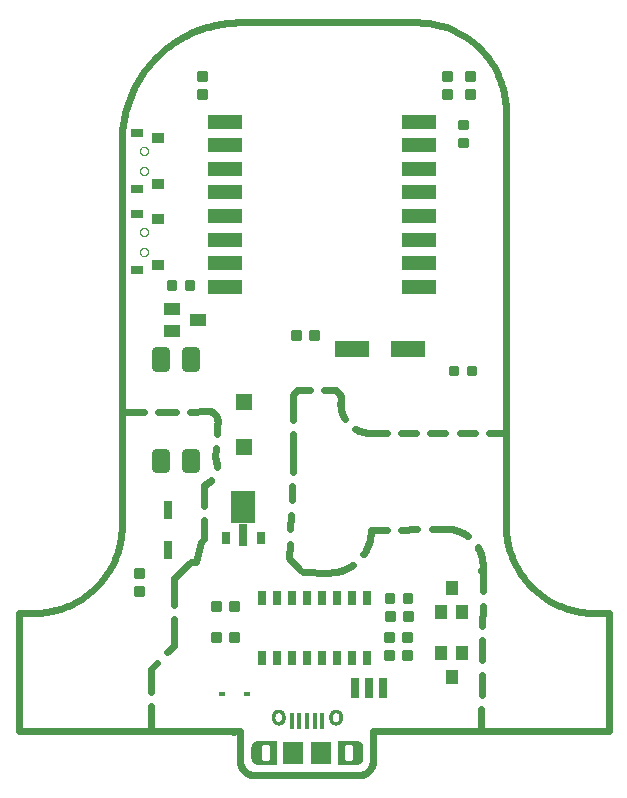
<source format=gtp>
G75*
%MOIN*%
%OFA0B0*%
%FSLAX25Y25*%
%IPPOS*%
%LPD*%
%AMOC8*
5,1,8,0,0,1.08239X$1,22.5*
%
%ADD10C,0.02400*%
%ADD11R,0.11811X0.04724*%
%ADD12R,0.11811X0.05512*%
%ADD13R,0.02756X0.04331*%
%ADD14R,0.07874X0.11024*%
%ADD15R,0.02800X0.07175*%
%ADD16R,0.05512X0.03937*%
%ADD17R,0.05512X0.05512*%
%ADD18C,0.03091*%
%ADD19C,0.00875*%
%ADD20R,0.04331X0.03150*%
%ADD21R,0.03937X0.03756*%
%ADD22C,0.00000*%
%ADD23R,0.02500X0.05000*%
%ADD24R,0.04000X0.04500*%
%ADD25R,0.02756X0.06693*%
%ADD26C,0.00000*%
%ADD27C,0.00001*%
%ADD28R,0.01575X0.05315*%
%ADD29R,0.07087X0.07480*%
%ADD30R,0.02362X0.01772*%
%ADD31R,0.03150X0.06299*%
D10*
X0372094Y0046210D02*
X0372094Y0085580D01*
X0372127Y0085721D02*
X0376606Y0085721D01*
X0376626Y0085719D01*
X0376646Y0085715D01*
X0376665Y0085707D01*
X0376682Y0085696D01*
X0376697Y0085683D01*
X0376710Y0085668D01*
X0376721Y0085651D01*
X0376729Y0085632D01*
X0376733Y0085612D01*
X0376735Y0085592D01*
X0416134Y0066838D02*
X0416134Y0059313D01*
X0416134Y0054513D02*
X0416134Y0046988D01*
X0416363Y0046759D01*
X0443519Y0046053D02*
X0443551Y0046051D01*
X0443583Y0046046D01*
X0443613Y0046037D01*
X0443643Y0046025D01*
X0443671Y0046009D01*
X0443697Y0045991D01*
X0443721Y0045969D01*
X0443743Y0045945D01*
X0443761Y0045919D01*
X0443777Y0045891D01*
X0443789Y0045861D01*
X0443798Y0045831D01*
X0443803Y0045799D01*
X0443805Y0045767D01*
X0445913Y0046210D02*
X0372094Y0046210D01*
X0416134Y0066838D02*
X0418337Y0069040D01*
X0421731Y0072434D02*
X0423933Y0074637D01*
X0423933Y0083482D01*
X0423933Y0088282D02*
X0423933Y0097128D01*
X0429441Y0102635D01*
X0431389Y0102635D01*
X0432869Y0109076D01*
X0433797Y0110093D01*
X0433881Y0116528D01*
X0433943Y0121328D02*
X0434027Y0127763D01*
X0438131Y0134341D02*
X0438137Y0134507D01*
X0438140Y0134674D01*
X0438139Y0134841D01*
X0438133Y0135007D01*
X0438124Y0135174D01*
X0438111Y0135340D01*
X0438094Y0135506D01*
X0438073Y0135671D01*
X0438048Y0135836D01*
X0438019Y0136000D01*
X0437987Y0136164D01*
X0437950Y0136327D01*
X0437910Y0136488D01*
X0437866Y0136649D01*
X0437818Y0136809D01*
X0437767Y0136967D01*
X0437711Y0137125D01*
X0437652Y0137281D01*
X0437590Y0137435D01*
X0437780Y0140416D01*
X0438087Y0145206D02*
X0438277Y0148187D01*
X0438313Y0148301D01*
X0438346Y0148416D01*
X0438375Y0148532D01*
X0438400Y0148649D01*
X0438422Y0148766D01*
X0438440Y0148884D01*
X0438454Y0149003D01*
X0438464Y0149122D01*
X0438470Y0149242D01*
X0438473Y0149362D01*
X0438472Y0149481D01*
X0438467Y0149601D01*
X0438458Y0149720D01*
X0438445Y0149839D01*
X0438428Y0149957D01*
X0438408Y0150075D01*
X0438384Y0150192D01*
X0438356Y0150309D01*
X0438324Y0150424D01*
X0438289Y0150539D01*
X0438250Y0150652D01*
X0438208Y0150763D01*
X0438161Y0150874D01*
X0438112Y0150983D01*
X0438059Y0151090D01*
X0438002Y0151195D01*
X0437942Y0151299D01*
X0437879Y0151401D01*
X0437813Y0151500D01*
X0437743Y0151598D01*
X0437671Y0151693D01*
X0437595Y0151785D01*
X0437517Y0151876D01*
X0437435Y0151963D01*
X0437351Y0152048D01*
X0437264Y0152131D01*
X0437175Y0152210D01*
X0437083Y0152287D01*
X0436989Y0152360D01*
X0436892Y0152431D01*
X0436793Y0152498D01*
X0436692Y0152562D01*
X0436589Y0152623D01*
X0436484Y0152681D01*
X0436378Y0152735D01*
X0436269Y0152786D01*
X0436159Y0152833D01*
X0436048Y0152877D01*
X0435935Y0152917D01*
X0435076Y0152763D02*
X0429231Y0152718D01*
X0424432Y0152682D02*
X0418587Y0152637D01*
X0413787Y0152601D02*
X0407943Y0152556D01*
X0433788Y0128158D02*
X0433941Y0128224D01*
X0434093Y0128294D01*
X0434242Y0128367D01*
X0434390Y0128444D01*
X0434536Y0128525D01*
X0434681Y0128608D01*
X0434823Y0128695D01*
X0434963Y0128786D01*
X0435101Y0128879D01*
X0435237Y0128976D01*
X0435370Y0129076D01*
X0435501Y0129179D01*
X0435629Y0129286D01*
X0435755Y0129395D01*
X0435879Y0129507D01*
X0436000Y0129622D01*
X0436117Y0129740D01*
X0436233Y0129860D01*
X0436345Y0129983D01*
X0463297Y0127940D02*
X0463096Y0123123D01*
X0462895Y0118327D02*
X0462693Y0113510D01*
X0462492Y0108714D02*
X0462290Y0103898D01*
X0465815Y0100039D01*
X0466899Y0099291D02*
X0475731Y0099056D01*
X0487030Y0105077D02*
X0487220Y0105360D01*
X0487402Y0105647D01*
X0487577Y0105939D01*
X0487745Y0106235D01*
X0487906Y0106535D01*
X0488059Y0106839D01*
X0488205Y0107146D01*
X0488343Y0107457D01*
X0488473Y0107771D01*
X0488596Y0108089D01*
X0488711Y0108409D01*
X0488818Y0108732D01*
X0488918Y0109057D01*
X0489009Y0109385D01*
X0489092Y0109715D01*
X0489167Y0110047D01*
X0489234Y0110381D01*
X0489292Y0110716D01*
X0489343Y0111052D01*
X0489385Y0111390D01*
X0489419Y0111729D01*
X0489444Y0112068D01*
X0489462Y0112408D01*
X0489471Y0112748D01*
X0489471Y0113088D01*
X0494833Y0113205D01*
X0499632Y0113309D02*
X0504994Y0113426D01*
X0509793Y0113530D02*
X0515155Y0113647D01*
X0534496Y0115107D02*
X0534496Y0252903D01*
X0534497Y0252903D02*
X0534488Y0253617D01*
X0534463Y0254330D01*
X0534419Y0255042D01*
X0534359Y0255753D01*
X0534282Y0256462D01*
X0534187Y0257169D01*
X0534076Y0257874D01*
X0533947Y0258576D01*
X0533801Y0259275D01*
X0533639Y0259970D01*
X0533460Y0260660D01*
X0533264Y0261346D01*
X0533052Y0262028D01*
X0532823Y0262704D01*
X0532578Y0263374D01*
X0532317Y0264038D01*
X0532040Y0264695D01*
X0531747Y0265346D01*
X0531439Y0265990D01*
X0531115Y0266625D01*
X0530776Y0267253D01*
X0530421Y0267873D01*
X0530052Y0268483D01*
X0529668Y0269085D01*
X0529270Y0269677D01*
X0528858Y0270259D01*
X0528431Y0270831D01*
X0527991Y0271393D01*
X0527538Y0271944D01*
X0527071Y0272484D01*
X0526591Y0273012D01*
X0526099Y0273529D01*
X0525595Y0274033D01*
X0525078Y0274525D01*
X0524550Y0275005D01*
X0524010Y0275472D01*
X0523459Y0275925D01*
X0522897Y0276365D01*
X0522325Y0276792D01*
X0521743Y0277204D01*
X0521151Y0277602D01*
X0520549Y0277986D01*
X0519939Y0278355D01*
X0519319Y0278710D01*
X0518691Y0279049D01*
X0518056Y0279373D01*
X0517412Y0279681D01*
X0516761Y0279974D01*
X0516104Y0280251D01*
X0515440Y0280512D01*
X0514770Y0280757D01*
X0514094Y0280986D01*
X0513412Y0281198D01*
X0512726Y0281394D01*
X0512036Y0281573D01*
X0511341Y0281735D01*
X0510642Y0281881D01*
X0509940Y0282010D01*
X0509235Y0282121D01*
X0508528Y0282216D01*
X0507819Y0282293D01*
X0507108Y0282353D01*
X0506396Y0282397D01*
X0505683Y0282422D01*
X0504969Y0282431D01*
X0504969Y0282430D02*
X0445913Y0282430D01*
X0444962Y0282419D01*
X0444011Y0282384D01*
X0443061Y0282327D01*
X0442113Y0282246D01*
X0441167Y0282143D01*
X0440224Y0282017D01*
X0439285Y0281868D01*
X0438349Y0281697D01*
X0437418Y0281502D01*
X0436491Y0281286D01*
X0435570Y0281047D01*
X0434655Y0280786D01*
X0433747Y0280503D01*
X0432846Y0280198D01*
X0431952Y0279872D01*
X0431067Y0279523D01*
X0430190Y0279154D01*
X0429322Y0278764D01*
X0428465Y0278352D01*
X0427617Y0277920D01*
X0426780Y0277468D01*
X0425954Y0276996D01*
X0425140Y0276504D01*
X0424338Y0275992D01*
X0423548Y0275461D01*
X0422772Y0274911D01*
X0422009Y0274343D01*
X0421260Y0273756D01*
X0420526Y0273151D01*
X0419806Y0272529D01*
X0419101Y0271889D01*
X0418413Y0271233D01*
X0417740Y0270560D01*
X0417084Y0269872D01*
X0416444Y0269167D01*
X0415822Y0268447D01*
X0415217Y0267713D01*
X0414630Y0266964D01*
X0414062Y0266201D01*
X0413512Y0265425D01*
X0412981Y0264635D01*
X0412469Y0263833D01*
X0411977Y0263019D01*
X0411505Y0262193D01*
X0411053Y0261356D01*
X0410621Y0260508D01*
X0410209Y0259651D01*
X0409819Y0258783D01*
X0409450Y0257906D01*
X0409101Y0257021D01*
X0408775Y0256127D01*
X0408470Y0255226D01*
X0408187Y0254318D01*
X0407926Y0253403D01*
X0407687Y0252482D01*
X0407471Y0251555D01*
X0407276Y0250624D01*
X0407105Y0249688D01*
X0406956Y0248749D01*
X0406830Y0247806D01*
X0406727Y0246860D01*
X0406646Y0245912D01*
X0406589Y0244962D01*
X0406554Y0244011D01*
X0406543Y0243060D01*
X0406543Y0115107D01*
X0406544Y0115107D02*
X0406535Y0114393D01*
X0406510Y0113680D01*
X0406466Y0112968D01*
X0406406Y0112257D01*
X0406329Y0111548D01*
X0406234Y0110841D01*
X0406123Y0110136D01*
X0405994Y0109434D01*
X0405848Y0108735D01*
X0405686Y0108040D01*
X0405507Y0107350D01*
X0405311Y0106664D01*
X0405099Y0105982D01*
X0404870Y0105306D01*
X0404625Y0104636D01*
X0404364Y0103972D01*
X0404087Y0103315D01*
X0403794Y0102664D01*
X0403486Y0102020D01*
X0403162Y0101385D01*
X0402823Y0100757D01*
X0402468Y0100137D01*
X0402099Y0099527D01*
X0401715Y0098925D01*
X0401317Y0098333D01*
X0400905Y0097751D01*
X0400478Y0097179D01*
X0400038Y0096617D01*
X0399585Y0096066D01*
X0399118Y0095526D01*
X0398638Y0094998D01*
X0398146Y0094481D01*
X0397642Y0093977D01*
X0397125Y0093485D01*
X0396597Y0093005D01*
X0396057Y0092538D01*
X0395506Y0092085D01*
X0394944Y0091645D01*
X0394372Y0091218D01*
X0393790Y0090806D01*
X0393198Y0090408D01*
X0392596Y0090024D01*
X0391986Y0089655D01*
X0391366Y0089300D01*
X0390738Y0088961D01*
X0390103Y0088637D01*
X0389459Y0088329D01*
X0388808Y0088036D01*
X0388151Y0087759D01*
X0387487Y0087498D01*
X0386817Y0087253D01*
X0386141Y0087024D01*
X0385459Y0086812D01*
X0384773Y0086616D01*
X0384083Y0086437D01*
X0383388Y0086275D01*
X0382689Y0086129D01*
X0381987Y0086000D01*
X0381282Y0085889D01*
X0380575Y0085794D01*
X0379866Y0085717D01*
X0379155Y0085657D01*
X0378443Y0085613D01*
X0377730Y0085588D01*
X0377016Y0085579D01*
X0445913Y0046210D02*
X0445913Y0036367D01*
X0445914Y0036367D02*
X0445916Y0036229D01*
X0445922Y0036091D01*
X0445931Y0035953D01*
X0445945Y0035816D01*
X0445962Y0035679D01*
X0445984Y0035543D01*
X0446009Y0035407D01*
X0446037Y0035272D01*
X0446070Y0035138D01*
X0446106Y0035005D01*
X0446146Y0034873D01*
X0446190Y0034742D01*
X0446238Y0034612D01*
X0446289Y0034484D01*
X0446343Y0034357D01*
X0446401Y0034232D01*
X0446463Y0034108D01*
X0446528Y0033987D01*
X0446596Y0033867D01*
X0446668Y0033749D01*
X0446743Y0033633D01*
X0446822Y0033519D01*
X0446903Y0033408D01*
X0446988Y0033299D01*
X0447075Y0033192D01*
X0447166Y0033088D01*
X0447259Y0032986D01*
X0447355Y0032887D01*
X0447454Y0032791D01*
X0447556Y0032698D01*
X0447660Y0032607D01*
X0447767Y0032520D01*
X0447876Y0032435D01*
X0447987Y0032354D01*
X0448101Y0032275D01*
X0448217Y0032200D01*
X0448335Y0032128D01*
X0448455Y0032060D01*
X0448576Y0031995D01*
X0448700Y0031933D01*
X0448825Y0031875D01*
X0448952Y0031821D01*
X0449080Y0031770D01*
X0449210Y0031722D01*
X0449341Y0031678D01*
X0449473Y0031638D01*
X0449606Y0031602D01*
X0449740Y0031569D01*
X0449875Y0031541D01*
X0450011Y0031516D01*
X0450147Y0031494D01*
X0450284Y0031477D01*
X0450421Y0031463D01*
X0450559Y0031454D01*
X0450697Y0031448D01*
X0450835Y0031446D01*
X0485283Y0031446D01*
X0485421Y0031448D01*
X0485559Y0031454D01*
X0485697Y0031463D01*
X0485834Y0031477D01*
X0485971Y0031494D01*
X0486107Y0031516D01*
X0486243Y0031541D01*
X0486378Y0031569D01*
X0486512Y0031602D01*
X0486645Y0031638D01*
X0486777Y0031678D01*
X0486908Y0031722D01*
X0487038Y0031770D01*
X0487166Y0031821D01*
X0487293Y0031875D01*
X0487418Y0031933D01*
X0487542Y0031995D01*
X0487663Y0032060D01*
X0487783Y0032128D01*
X0487901Y0032200D01*
X0488017Y0032275D01*
X0488131Y0032354D01*
X0488242Y0032435D01*
X0488351Y0032520D01*
X0488458Y0032607D01*
X0488562Y0032698D01*
X0488664Y0032791D01*
X0488763Y0032887D01*
X0488859Y0032986D01*
X0488952Y0033088D01*
X0489043Y0033192D01*
X0489130Y0033299D01*
X0489215Y0033408D01*
X0489296Y0033519D01*
X0489375Y0033633D01*
X0489450Y0033749D01*
X0489522Y0033867D01*
X0489590Y0033987D01*
X0489655Y0034108D01*
X0489717Y0034232D01*
X0489775Y0034357D01*
X0489829Y0034484D01*
X0489880Y0034612D01*
X0489928Y0034742D01*
X0489972Y0034873D01*
X0490012Y0035005D01*
X0490048Y0035138D01*
X0490081Y0035272D01*
X0490109Y0035407D01*
X0490134Y0035543D01*
X0490156Y0035679D01*
X0490173Y0035816D01*
X0490187Y0035953D01*
X0490196Y0036091D01*
X0490202Y0036229D01*
X0490204Y0036367D01*
X0490205Y0036367D02*
X0490205Y0046210D01*
X0568945Y0046210D01*
X0568945Y0085580D01*
X0568819Y0085696D02*
X0563694Y0085696D01*
X0563679Y0085695D01*
X0563664Y0085690D01*
X0563651Y0085683D01*
X0563639Y0085673D01*
X0563629Y0085661D01*
X0563622Y0085648D01*
X0563617Y0085633D01*
X0563616Y0085618D01*
X0526748Y0087961D02*
X0526675Y0081291D01*
X0526623Y0076492D02*
X0526550Y0069822D01*
X0526498Y0065022D02*
X0526425Y0058353D01*
X0526373Y0053553D02*
X0526300Y0046884D01*
X0526800Y0092760D02*
X0526873Y0099430D01*
X0526873Y0099429D02*
X0526830Y0099420D01*
X0526786Y0099414D01*
X0526742Y0099412D01*
X0526698Y0099414D01*
X0526654Y0099420D01*
X0526611Y0099429D01*
X0526569Y0099442D01*
X0526528Y0099459D01*
X0526489Y0099480D01*
X0526452Y0099503D01*
X0526417Y0099530D01*
X0526384Y0099560D01*
X0526355Y0099593D01*
X0526328Y0099628D01*
X0526304Y0099665D01*
X0526284Y0099704D01*
X0526267Y0099745D01*
X0526253Y0099787D01*
X0526784Y0100523D02*
X0526799Y0100816D01*
X0526806Y0101110D01*
X0526806Y0101403D01*
X0526800Y0101697D01*
X0526786Y0101990D01*
X0526766Y0102283D01*
X0526738Y0102575D01*
X0526704Y0102866D01*
X0526663Y0103157D01*
X0526614Y0103446D01*
X0526560Y0103735D01*
X0526498Y0104022D01*
X0526429Y0104307D01*
X0526354Y0104591D01*
X0526272Y0104873D01*
X0526183Y0105153D01*
X0526088Y0105430D01*
X0525986Y0105705D01*
X0525878Y0105978D01*
X0525764Y0106249D01*
X0525643Y0106516D01*
X0525515Y0106780D01*
X0525382Y0107042D01*
X0525242Y0107300D01*
X0525096Y0107555D01*
X0521933Y0111125D02*
X0521697Y0111300D01*
X0521458Y0111470D01*
X0521214Y0111634D01*
X0520967Y0111792D01*
X0520716Y0111944D01*
X0520462Y0112091D01*
X0520204Y0112231D01*
X0519943Y0112365D01*
X0519679Y0112493D01*
X0519412Y0112615D01*
X0519142Y0112730D01*
X0518869Y0112839D01*
X0518594Y0112941D01*
X0518317Y0113037D01*
X0518037Y0113126D01*
X0517755Y0113209D01*
X0517472Y0113285D01*
X0517186Y0113354D01*
X0516900Y0113416D01*
X0516611Y0113472D01*
X0516322Y0113520D01*
X0516031Y0113562D01*
X0515740Y0113597D01*
X0515448Y0113625D01*
X0515155Y0113646D01*
X0483689Y0101665D02*
X0483410Y0101470D01*
X0483127Y0101281D01*
X0482839Y0101100D01*
X0482546Y0100926D01*
X0482250Y0100759D01*
X0481949Y0100599D01*
X0481645Y0100447D01*
X0481337Y0100302D01*
X0481026Y0100165D01*
X0480711Y0100036D01*
X0480393Y0099914D01*
X0480073Y0099800D01*
X0479749Y0099694D01*
X0479423Y0099596D01*
X0479095Y0099506D01*
X0478765Y0099424D01*
X0478433Y0099350D01*
X0478099Y0099284D01*
X0477764Y0099227D01*
X0477427Y0099178D01*
X0477089Y0099137D01*
X0476751Y0099104D01*
X0476411Y0099080D01*
X0476071Y0099064D01*
X0475731Y0099056D01*
X0463498Y0132735D02*
X0463700Y0137552D01*
X0463630Y0137745D02*
X0463630Y0145188D01*
X0463630Y0149988D02*
X0463630Y0157430D01*
X0463629Y0157430D02*
X0463623Y0157526D01*
X0463621Y0157621D01*
X0463623Y0157717D01*
X0463628Y0157812D01*
X0463638Y0157907D01*
X0463651Y0158001D01*
X0463668Y0158095D01*
X0463688Y0158189D01*
X0463713Y0158281D01*
X0463741Y0158372D01*
X0463773Y0158462D01*
X0463808Y0158551D01*
X0463847Y0158638D01*
X0463890Y0158723D01*
X0463936Y0158807D01*
X0463985Y0158889D01*
X0464037Y0158968D01*
X0464093Y0159046D01*
X0464151Y0159121D01*
X0464213Y0159194D01*
X0464278Y0159265D01*
X0464345Y0159332D01*
X0464415Y0159397D01*
X0464488Y0159459D01*
X0464563Y0159518D01*
X0464640Y0159574D01*
X0464719Y0159627D01*
X0464801Y0159677D01*
X0464884Y0159723D01*
X0464970Y0159766D01*
X0465057Y0159805D01*
X0465145Y0159841D01*
X0465235Y0159873D01*
X0465326Y0159902D01*
X0465418Y0159927D01*
X0465511Y0159948D01*
X0465605Y0159965D01*
X0465700Y0159979D01*
X0465794Y0159989D01*
X0465795Y0159988D02*
X0469104Y0160011D01*
X0473904Y0160044D02*
X0477213Y0160067D01*
X0477323Y0160025D01*
X0477432Y0159980D01*
X0477539Y0159931D01*
X0477644Y0159879D01*
X0477748Y0159823D01*
X0477850Y0159764D01*
X0477950Y0159701D01*
X0478047Y0159636D01*
X0478143Y0159567D01*
X0478236Y0159495D01*
X0478327Y0159420D01*
X0478415Y0159342D01*
X0478501Y0159262D01*
X0478584Y0159178D01*
X0478665Y0159092D01*
X0478742Y0159003D01*
X0478816Y0158912D01*
X0478888Y0158819D01*
X0478956Y0158723D01*
X0479021Y0158625D01*
X0479083Y0158525D01*
X0479142Y0158422D01*
X0479197Y0158319D01*
X0479249Y0158213D01*
X0479297Y0158105D01*
X0479342Y0157997D01*
X0479383Y0157886D01*
X0479421Y0157775D01*
X0479455Y0157662D01*
X0479485Y0157548D01*
X0479512Y0157433D01*
X0479534Y0157318D01*
X0479553Y0157202D01*
X0479568Y0157085D01*
X0479580Y0156968D01*
X0479587Y0156850D01*
X0479591Y0156733D01*
X0479590Y0156615D01*
X0479586Y0156497D01*
X0479578Y0156380D01*
X0479566Y0156262D01*
X0479551Y0156146D01*
X0479531Y0156030D01*
X0479508Y0155914D01*
X0479481Y0155800D01*
X0479450Y0155686D01*
X0479416Y0155573D01*
X0479378Y0155462D01*
X0479377Y0155462D02*
X0479380Y0155230D01*
X0479388Y0154999D01*
X0479402Y0154767D01*
X0479421Y0154536D01*
X0479445Y0154306D01*
X0479475Y0154076D01*
X0479510Y0153847D01*
X0479551Y0153619D01*
X0479597Y0153392D01*
X0479649Y0153166D01*
X0479705Y0152941D01*
X0479767Y0152718D01*
X0479835Y0152496D01*
X0479907Y0152276D01*
X0479985Y0152057D01*
X0480067Y0151841D01*
X0480155Y0151626D01*
X0480248Y0151414D01*
X0480346Y0151204D01*
X0480448Y0150996D01*
X0480556Y0150791D01*
X0480668Y0150588D01*
X0480785Y0150388D01*
X0484146Y0147027D02*
X0484346Y0146910D01*
X0484549Y0146798D01*
X0484754Y0146690D01*
X0484962Y0146588D01*
X0485172Y0146490D01*
X0485384Y0146397D01*
X0485599Y0146309D01*
X0485815Y0146227D01*
X0486034Y0146149D01*
X0486254Y0146077D01*
X0486476Y0146009D01*
X0486699Y0145947D01*
X0486924Y0145891D01*
X0487150Y0145839D01*
X0487377Y0145793D01*
X0487605Y0145752D01*
X0487834Y0145717D01*
X0488064Y0145687D01*
X0488294Y0145663D01*
X0488525Y0145644D01*
X0488757Y0145630D01*
X0488988Y0145622D01*
X0489220Y0145619D01*
X0489782Y0145673D02*
X0494773Y0145673D01*
X0499573Y0145673D02*
X0504565Y0145673D01*
X0509365Y0145673D02*
X0514356Y0145673D01*
X0519156Y0145673D02*
X0524147Y0145673D01*
X0528947Y0145673D02*
X0533938Y0145673D01*
X0534496Y0115107D02*
X0534505Y0114393D01*
X0534530Y0113680D01*
X0534574Y0112968D01*
X0534634Y0112257D01*
X0534711Y0111548D01*
X0534806Y0110841D01*
X0534917Y0110136D01*
X0535046Y0109434D01*
X0535192Y0108735D01*
X0535354Y0108040D01*
X0535533Y0107350D01*
X0535729Y0106664D01*
X0535941Y0105982D01*
X0536170Y0105306D01*
X0536415Y0104636D01*
X0536676Y0103972D01*
X0536953Y0103315D01*
X0537246Y0102664D01*
X0537554Y0102020D01*
X0537878Y0101385D01*
X0538217Y0100757D01*
X0538572Y0100137D01*
X0538941Y0099527D01*
X0539325Y0098925D01*
X0539723Y0098333D01*
X0540135Y0097751D01*
X0540562Y0097179D01*
X0541002Y0096617D01*
X0541455Y0096066D01*
X0541922Y0095526D01*
X0542402Y0094998D01*
X0542894Y0094481D01*
X0543398Y0093977D01*
X0543915Y0093485D01*
X0544443Y0093005D01*
X0544983Y0092538D01*
X0545534Y0092085D01*
X0546096Y0091645D01*
X0546668Y0091218D01*
X0547250Y0090806D01*
X0547842Y0090408D01*
X0548444Y0090024D01*
X0549054Y0089655D01*
X0549674Y0089300D01*
X0550302Y0088961D01*
X0550937Y0088637D01*
X0551581Y0088329D01*
X0552232Y0088036D01*
X0552889Y0087759D01*
X0553553Y0087498D01*
X0554223Y0087253D01*
X0554899Y0087024D01*
X0555581Y0086812D01*
X0556267Y0086616D01*
X0556957Y0086437D01*
X0557652Y0086275D01*
X0558351Y0086129D01*
X0559053Y0086000D01*
X0559758Y0085889D01*
X0560465Y0085794D01*
X0561174Y0085717D01*
X0561885Y0085657D01*
X0562597Y0085613D01*
X0563310Y0085588D01*
X0564024Y0085579D01*
D11*
X0505461Y0194288D03*
X0505461Y0202162D03*
X0505461Y0210036D03*
X0505461Y0217910D03*
X0505461Y0225784D03*
X0505461Y0233658D03*
X0505461Y0241532D03*
X0505461Y0249406D03*
X0440895Y0249406D03*
X0440895Y0241532D03*
X0440895Y0233658D03*
X0440895Y0225784D03*
X0440895Y0217910D03*
X0440895Y0210036D03*
X0440895Y0202162D03*
X0440895Y0194288D03*
D12*
X0483121Y0173712D03*
X0502019Y0173712D03*
D13*
X0452939Y0110429D03*
X0441128Y0110429D03*
D14*
X0447033Y0120862D03*
D15*
X0446994Y0111669D03*
D16*
X0423375Y0179580D03*
X0432036Y0183321D03*
X0423375Y0187061D03*
D17*
X0447304Y0156030D03*
X0447304Y0141070D03*
D18*
X0430982Y0139043D02*
X0430982Y0133747D01*
X0427892Y0133747D01*
X0427892Y0139043D01*
X0430982Y0139043D01*
X0430982Y0136837D02*
X0427892Y0136837D01*
X0420982Y0139043D02*
X0420982Y0133747D01*
X0417892Y0133747D01*
X0417892Y0139043D01*
X0420982Y0139043D01*
X0420982Y0136837D02*
X0417892Y0136837D01*
X0420982Y0167527D02*
X0420982Y0172823D01*
X0420982Y0167527D02*
X0417892Y0167527D01*
X0417892Y0172823D01*
X0420982Y0172823D01*
X0420982Y0170617D02*
X0417892Y0170617D01*
X0430982Y0172823D02*
X0430982Y0167527D01*
X0427892Y0167527D01*
X0427892Y0172823D01*
X0430982Y0172823D01*
X0430982Y0170617D02*
X0427892Y0170617D01*
D19*
X0463397Y0176816D02*
X0466023Y0176816D01*
X0463397Y0176816D02*
X0463397Y0179442D01*
X0466023Y0179442D01*
X0466023Y0176816D01*
X0466023Y0177690D02*
X0463397Y0177690D01*
X0463397Y0178564D02*
X0466023Y0178564D01*
X0466023Y0179438D02*
X0463397Y0179438D01*
X0469397Y0176816D02*
X0472023Y0176816D01*
X0469397Y0176816D02*
X0469397Y0179442D01*
X0472023Y0179442D01*
X0472023Y0176816D01*
X0472023Y0177690D02*
X0469397Y0177690D01*
X0469397Y0178564D02*
X0472023Y0178564D01*
X0472023Y0179438D02*
X0469397Y0179438D01*
X0430394Y0193605D02*
X0427768Y0193605D01*
X0427768Y0196231D01*
X0430394Y0196231D01*
X0430394Y0193605D01*
X0430394Y0194479D02*
X0427768Y0194479D01*
X0427768Y0195353D02*
X0430394Y0195353D01*
X0430394Y0196227D02*
X0427768Y0196227D01*
X0424394Y0193605D02*
X0421768Y0193605D01*
X0421768Y0196231D01*
X0424394Y0196231D01*
X0424394Y0193605D01*
X0424394Y0194479D02*
X0421768Y0194479D01*
X0421768Y0195353D02*
X0424394Y0195353D01*
X0424394Y0196227D02*
X0421768Y0196227D01*
X0515760Y0165088D02*
X0518386Y0165088D01*
X0515760Y0165088D02*
X0515760Y0167714D01*
X0518386Y0167714D01*
X0518386Y0165088D01*
X0518386Y0165962D02*
X0515760Y0165962D01*
X0515760Y0166836D02*
X0518386Y0166836D01*
X0518386Y0167710D02*
X0515760Y0167710D01*
X0521760Y0165088D02*
X0524386Y0165088D01*
X0521760Y0165088D02*
X0521760Y0167714D01*
X0524386Y0167714D01*
X0524386Y0165088D01*
X0524386Y0165962D02*
X0521760Y0165962D01*
X0521760Y0166836D02*
X0524386Y0166836D01*
X0524386Y0167710D02*
X0521760Y0167710D01*
X0410934Y0100236D02*
X0410934Y0097610D01*
X0410934Y0100236D02*
X0413560Y0100236D01*
X0413560Y0097610D01*
X0410934Y0097610D01*
X0410934Y0098484D02*
X0413560Y0098484D01*
X0413560Y0099358D02*
X0410934Y0099358D01*
X0410934Y0100232D02*
X0413560Y0100232D01*
X0410934Y0094236D02*
X0410934Y0091610D01*
X0410934Y0094236D02*
X0413560Y0094236D01*
X0413560Y0091610D01*
X0410934Y0091610D01*
X0410934Y0092484D02*
X0413560Y0092484D01*
X0413560Y0093358D02*
X0410934Y0093358D01*
X0410934Y0094232D02*
X0413560Y0094232D01*
X0436599Y0086659D02*
X0439225Y0086659D01*
X0436599Y0086659D02*
X0436599Y0089285D01*
X0439225Y0089285D01*
X0439225Y0086659D01*
X0439225Y0087533D02*
X0436599Y0087533D01*
X0436599Y0088407D02*
X0439225Y0088407D01*
X0439225Y0089281D02*
X0436599Y0089281D01*
X0442599Y0086659D02*
X0445225Y0086659D01*
X0442599Y0086659D02*
X0442599Y0089285D01*
X0445225Y0089285D01*
X0445225Y0086659D01*
X0445225Y0087533D02*
X0442599Y0087533D01*
X0442599Y0088407D02*
X0445225Y0088407D01*
X0445225Y0089281D02*
X0442599Y0089281D01*
X0442599Y0076159D02*
X0445225Y0076159D01*
X0442599Y0076159D02*
X0442599Y0078785D01*
X0445225Y0078785D01*
X0445225Y0076159D01*
X0445225Y0077033D02*
X0442599Y0077033D01*
X0442599Y0077907D02*
X0445225Y0077907D01*
X0445225Y0078781D02*
X0442599Y0078781D01*
X0439225Y0076159D02*
X0436599Y0076159D01*
X0436599Y0078785D01*
X0439225Y0078785D01*
X0439225Y0076159D01*
X0439225Y0077033D02*
X0436599Y0077033D01*
X0436599Y0077907D02*
X0439225Y0077907D01*
X0439225Y0078781D02*
X0436599Y0078781D01*
X0494335Y0076227D02*
X0496961Y0076227D01*
X0494335Y0076227D02*
X0494335Y0078853D01*
X0496961Y0078853D01*
X0496961Y0076227D01*
X0496961Y0077101D02*
X0494335Y0077101D01*
X0494335Y0077975D02*
X0496961Y0077975D01*
X0496961Y0078849D02*
X0494335Y0078849D01*
X0494465Y0085791D02*
X0497091Y0085791D01*
X0497091Y0083165D01*
X0494465Y0083165D01*
X0494465Y0085791D01*
X0494465Y0084039D02*
X0497091Y0084039D01*
X0497091Y0084913D02*
X0494465Y0084913D01*
X0494465Y0085787D02*
X0497091Y0085787D01*
X0497059Y0091769D02*
X0494433Y0091769D01*
X0497059Y0091769D02*
X0497059Y0089143D01*
X0494433Y0089143D01*
X0494433Y0091769D01*
X0494433Y0090017D02*
X0497059Y0090017D01*
X0497059Y0090891D02*
X0494433Y0090891D01*
X0494433Y0091765D02*
X0497059Y0091765D01*
X0500433Y0091769D02*
X0503059Y0091769D01*
X0503059Y0089143D01*
X0500433Y0089143D01*
X0500433Y0091769D01*
X0500433Y0090017D02*
X0503059Y0090017D01*
X0503059Y0090891D02*
X0500433Y0090891D01*
X0500433Y0091765D02*
X0503059Y0091765D01*
X0503091Y0085791D02*
X0500465Y0085791D01*
X0503091Y0085791D02*
X0503091Y0083165D01*
X0500465Y0083165D01*
X0500465Y0085791D01*
X0500465Y0084039D02*
X0503091Y0084039D01*
X0503091Y0084913D02*
X0500465Y0084913D01*
X0500465Y0085787D02*
X0503091Y0085787D01*
X0502961Y0076227D02*
X0500335Y0076227D01*
X0500335Y0078853D01*
X0502961Y0078853D01*
X0502961Y0076227D01*
X0502961Y0077101D02*
X0500335Y0077101D01*
X0500335Y0077975D02*
X0502961Y0077975D01*
X0502961Y0078849D02*
X0500335Y0078849D01*
X0500335Y0070266D02*
X0502961Y0070266D01*
X0500335Y0070266D02*
X0500335Y0072892D01*
X0502961Y0072892D01*
X0502961Y0070266D01*
X0502961Y0071140D02*
X0500335Y0071140D01*
X0500335Y0072014D02*
X0502961Y0072014D01*
X0502961Y0072888D02*
X0500335Y0072888D01*
X0496961Y0070266D02*
X0494335Y0070266D01*
X0494335Y0072892D01*
X0496961Y0072892D01*
X0496961Y0070266D01*
X0496961Y0071140D02*
X0494335Y0071140D01*
X0494335Y0072014D02*
X0496961Y0072014D01*
X0496961Y0072888D02*
X0494335Y0072888D01*
X0519075Y0241106D02*
X0519075Y0243732D01*
X0521701Y0243732D01*
X0521701Y0241106D01*
X0519075Y0241106D01*
X0519075Y0241980D02*
X0521701Y0241980D01*
X0521701Y0242854D02*
X0519075Y0242854D01*
X0519075Y0243728D02*
X0521701Y0243728D01*
X0519075Y0247106D02*
X0519075Y0249732D01*
X0521701Y0249732D01*
X0521701Y0247106D01*
X0519075Y0247106D01*
X0519075Y0247980D02*
X0521701Y0247980D01*
X0521701Y0248854D02*
X0519075Y0248854D01*
X0519075Y0249728D02*
X0521701Y0249728D01*
X0523914Y0257401D02*
X0523914Y0260027D01*
X0523914Y0257401D02*
X0521288Y0257401D01*
X0521288Y0260027D01*
X0523914Y0260027D01*
X0523914Y0258275D02*
X0521288Y0258275D01*
X0521288Y0259149D02*
X0523914Y0259149D01*
X0523914Y0260023D02*
X0521288Y0260023D01*
X0523914Y0263401D02*
X0523914Y0266027D01*
X0523914Y0263401D02*
X0521288Y0263401D01*
X0521288Y0266027D01*
X0523914Y0266027D01*
X0523914Y0264275D02*
X0521288Y0264275D01*
X0521288Y0265149D02*
X0523914Y0265149D01*
X0523914Y0266023D02*
X0521288Y0266023D01*
X0516337Y0266027D02*
X0516337Y0263401D01*
X0513711Y0263401D01*
X0513711Y0266027D01*
X0516337Y0266027D01*
X0516337Y0264275D02*
X0513711Y0264275D01*
X0513711Y0265149D02*
X0516337Y0265149D01*
X0516337Y0266023D02*
X0513711Y0266023D01*
X0516337Y0260027D02*
X0516337Y0257401D01*
X0513711Y0257401D01*
X0513711Y0260027D01*
X0516337Y0260027D01*
X0516337Y0258275D02*
X0513711Y0258275D01*
X0513711Y0259149D02*
X0516337Y0259149D01*
X0516337Y0260023D02*
X0513711Y0260023D01*
X0434629Y0260027D02*
X0434629Y0257401D01*
X0432003Y0257401D01*
X0432003Y0260027D01*
X0434629Y0260027D01*
X0434629Y0258275D02*
X0432003Y0258275D01*
X0432003Y0259149D02*
X0434629Y0259149D01*
X0434629Y0260023D02*
X0432003Y0260023D01*
X0434629Y0263401D02*
X0434629Y0266027D01*
X0434629Y0263401D02*
X0432003Y0263401D01*
X0432003Y0266027D01*
X0434629Y0266027D01*
X0434629Y0264275D02*
X0432003Y0264275D01*
X0432003Y0265149D02*
X0434629Y0265149D01*
X0434629Y0266023D02*
X0432003Y0266023D01*
D20*
X0411739Y0245718D03*
X0411739Y0226821D03*
X0411739Y0218660D03*
X0411739Y0199763D03*
D21*
X0418431Y0201591D03*
X0418431Y0216832D03*
X0418431Y0228649D03*
X0418431Y0243891D03*
D22*
X0412526Y0239616D02*
X0412528Y0239690D01*
X0412534Y0239764D01*
X0412544Y0239837D01*
X0412558Y0239910D01*
X0412575Y0239982D01*
X0412597Y0240052D01*
X0412622Y0240122D01*
X0412651Y0240190D01*
X0412684Y0240256D01*
X0412720Y0240321D01*
X0412760Y0240383D01*
X0412802Y0240444D01*
X0412848Y0240502D01*
X0412897Y0240557D01*
X0412949Y0240610D01*
X0413004Y0240660D01*
X0413061Y0240706D01*
X0413121Y0240750D01*
X0413183Y0240790D01*
X0413247Y0240827D01*
X0413313Y0240861D01*
X0413381Y0240891D01*
X0413450Y0240917D01*
X0413521Y0240940D01*
X0413592Y0240958D01*
X0413665Y0240973D01*
X0413738Y0240984D01*
X0413812Y0240991D01*
X0413886Y0240994D01*
X0413959Y0240993D01*
X0414033Y0240988D01*
X0414107Y0240979D01*
X0414180Y0240966D01*
X0414252Y0240949D01*
X0414323Y0240929D01*
X0414393Y0240904D01*
X0414461Y0240876D01*
X0414528Y0240845D01*
X0414593Y0240809D01*
X0414656Y0240771D01*
X0414717Y0240729D01*
X0414776Y0240683D01*
X0414832Y0240635D01*
X0414885Y0240584D01*
X0414935Y0240530D01*
X0414983Y0240473D01*
X0415027Y0240414D01*
X0415069Y0240352D01*
X0415107Y0240289D01*
X0415141Y0240223D01*
X0415172Y0240156D01*
X0415199Y0240087D01*
X0415222Y0240017D01*
X0415242Y0239946D01*
X0415258Y0239873D01*
X0415270Y0239800D01*
X0415278Y0239727D01*
X0415282Y0239653D01*
X0415282Y0239579D01*
X0415278Y0239505D01*
X0415270Y0239432D01*
X0415258Y0239359D01*
X0415242Y0239286D01*
X0415222Y0239215D01*
X0415199Y0239145D01*
X0415172Y0239076D01*
X0415141Y0239009D01*
X0415107Y0238943D01*
X0415069Y0238880D01*
X0415027Y0238818D01*
X0414983Y0238759D01*
X0414935Y0238702D01*
X0414885Y0238648D01*
X0414832Y0238597D01*
X0414776Y0238549D01*
X0414717Y0238503D01*
X0414656Y0238461D01*
X0414593Y0238423D01*
X0414528Y0238387D01*
X0414461Y0238356D01*
X0414393Y0238328D01*
X0414323Y0238303D01*
X0414252Y0238283D01*
X0414180Y0238266D01*
X0414107Y0238253D01*
X0414033Y0238244D01*
X0413959Y0238239D01*
X0413886Y0238238D01*
X0413812Y0238241D01*
X0413738Y0238248D01*
X0413665Y0238259D01*
X0413592Y0238274D01*
X0413521Y0238292D01*
X0413450Y0238315D01*
X0413381Y0238341D01*
X0413313Y0238371D01*
X0413247Y0238405D01*
X0413183Y0238442D01*
X0413121Y0238482D01*
X0413061Y0238526D01*
X0413004Y0238572D01*
X0412949Y0238622D01*
X0412897Y0238675D01*
X0412848Y0238730D01*
X0412802Y0238788D01*
X0412760Y0238849D01*
X0412720Y0238911D01*
X0412684Y0238976D01*
X0412651Y0239042D01*
X0412622Y0239110D01*
X0412597Y0239180D01*
X0412575Y0239250D01*
X0412558Y0239322D01*
X0412544Y0239395D01*
X0412534Y0239468D01*
X0412528Y0239542D01*
X0412526Y0239616D01*
X0412526Y0232923D02*
X0412528Y0232997D01*
X0412534Y0233071D01*
X0412544Y0233144D01*
X0412558Y0233217D01*
X0412575Y0233289D01*
X0412597Y0233359D01*
X0412622Y0233429D01*
X0412651Y0233497D01*
X0412684Y0233563D01*
X0412720Y0233628D01*
X0412760Y0233690D01*
X0412802Y0233751D01*
X0412848Y0233809D01*
X0412897Y0233864D01*
X0412949Y0233917D01*
X0413004Y0233967D01*
X0413061Y0234013D01*
X0413121Y0234057D01*
X0413183Y0234097D01*
X0413247Y0234134D01*
X0413313Y0234168D01*
X0413381Y0234198D01*
X0413450Y0234224D01*
X0413521Y0234247D01*
X0413592Y0234265D01*
X0413665Y0234280D01*
X0413738Y0234291D01*
X0413812Y0234298D01*
X0413886Y0234301D01*
X0413959Y0234300D01*
X0414033Y0234295D01*
X0414107Y0234286D01*
X0414180Y0234273D01*
X0414252Y0234256D01*
X0414323Y0234236D01*
X0414393Y0234211D01*
X0414461Y0234183D01*
X0414528Y0234152D01*
X0414593Y0234116D01*
X0414656Y0234078D01*
X0414717Y0234036D01*
X0414776Y0233990D01*
X0414832Y0233942D01*
X0414885Y0233891D01*
X0414935Y0233837D01*
X0414983Y0233780D01*
X0415027Y0233721D01*
X0415069Y0233659D01*
X0415107Y0233596D01*
X0415141Y0233530D01*
X0415172Y0233463D01*
X0415199Y0233394D01*
X0415222Y0233324D01*
X0415242Y0233253D01*
X0415258Y0233180D01*
X0415270Y0233107D01*
X0415278Y0233034D01*
X0415282Y0232960D01*
X0415282Y0232886D01*
X0415278Y0232812D01*
X0415270Y0232739D01*
X0415258Y0232666D01*
X0415242Y0232593D01*
X0415222Y0232522D01*
X0415199Y0232452D01*
X0415172Y0232383D01*
X0415141Y0232316D01*
X0415107Y0232250D01*
X0415069Y0232187D01*
X0415027Y0232125D01*
X0414983Y0232066D01*
X0414935Y0232009D01*
X0414885Y0231955D01*
X0414832Y0231904D01*
X0414776Y0231856D01*
X0414717Y0231810D01*
X0414656Y0231768D01*
X0414593Y0231730D01*
X0414528Y0231694D01*
X0414461Y0231663D01*
X0414393Y0231635D01*
X0414323Y0231610D01*
X0414252Y0231590D01*
X0414180Y0231573D01*
X0414107Y0231560D01*
X0414033Y0231551D01*
X0413959Y0231546D01*
X0413886Y0231545D01*
X0413812Y0231548D01*
X0413738Y0231555D01*
X0413665Y0231566D01*
X0413592Y0231581D01*
X0413521Y0231599D01*
X0413450Y0231622D01*
X0413381Y0231648D01*
X0413313Y0231678D01*
X0413247Y0231712D01*
X0413183Y0231749D01*
X0413121Y0231789D01*
X0413061Y0231833D01*
X0413004Y0231879D01*
X0412949Y0231929D01*
X0412897Y0231982D01*
X0412848Y0232037D01*
X0412802Y0232095D01*
X0412760Y0232156D01*
X0412720Y0232218D01*
X0412684Y0232283D01*
X0412651Y0232349D01*
X0412622Y0232417D01*
X0412597Y0232487D01*
X0412575Y0232557D01*
X0412558Y0232629D01*
X0412544Y0232702D01*
X0412534Y0232775D01*
X0412528Y0232849D01*
X0412526Y0232923D01*
X0412526Y0212558D02*
X0412528Y0212632D01*
X0412534Y0212706D01*
X0412544Y0212779D01*
X0412558Y0212852D01*
X0412575Y0212924D01*
X0412597Y0212994D01*
X0412622Y0213064D01*
X0412651Y0213132D01*
X0412684Y0213198D01*
X0412720Y0213263D01*
X0412760Y0213325D01*
X0412802Y0213386D01*
X0412848Y0213444D01*
X0412897Y0213499D01*
X0412949Y0213552D01*
X0413004Y0213602D01*
X0413061Y0213648D01*
X0413121Y0213692D01*
X0413183Y0213732D01*
X0413247Y0213769D01*
X0413313Y0213803D01*
X0413381Y0213833D01*
X0413450Y0213859D01*
X0413521Y0213882D01*
X0413592Y0213900D01*
X0413665Y0213915D01*
X0413738Y0213926D01*
X0413812Y0213933D01*
X0413886Y0213936D01*
X0413959Y0213935D01*
X0414033Y0213930D01*
X0414107Y0213921D01*
X0414180Y0213908D01*
X0414252Y0213891D01*
X0414323Y0213871D01*
X0414393Y0213846D01*
X0414461Y0213818D01*
X0414528Y0213787D01*
X0414593Y0213751D01*
X0414656Y0213713D01*
X0414717Y0213671D01*
X0414776Y0213625D01*
X0414832Y0213577D01*
X0414885Y0213526D01*
X0414935Y0213472D01*
X0414983Y0213415D01*
X0415027Y0213356D01*
X0415069Y0213294D01*
X0415107Y0213231D01*
X0415141Y0213165D01*
X0415172Y0213098D01*
X0415199Y0213029D01*
X0415222Y0212959D01*
X0415242Y0212888D01*
X0415258Y0212815D01*
X0415270Y0212742D01*
X0415278Y0212669D01*
X0415282Y0212595D01*
X0415282Y0212521D01*
X0415278Y0212447D01*
X0415270Y0212374D01*
X0415258Y0212301D01*
X0415242Y0212228D01*
X0415222Y0212157D01*
X0415199Y0212087D01*
X0415172Y0212018D01*
X0415141Y0211951D01*
X0415107Y0211885D01*
X0415069Y0211822D01*
X0415027Y0211760D01*
X0414983Y0211701D01*
X0414935Y0211644D01*
X0414885Y0211590D01*
X0414832Y0211539D01*
X0414776Y0211491D01*
X0414717Y0211445D01*
X0414656Y0211403D01*
X0414593Y0211365D01*
X0414528Y0211329D01*
X0414461Y0211298D01*
X0414393Y0211270D01*
X0414323Y0211245D01*
X0414252Y0211225D01*
X0414180Y0211208D01*
X0414107Y0211195D01*
X0414033Y0211186D01*
X0413959Y0211181D01*
X0413886Y0211180D01*
X0413812Y0211183D01*
X0413738Y0211190D01*
X0413665Y0211201D01*
X0413592Y0211216D01*
X0413521Y0211234D01*
X0413450Y0211257D01*
X0413381Y0211283D01*
X0413313Y0211313D01*
X0413247Y0211347D01*
X0413183Y0211384D01*
X0413121Y0211424D01*
X0413061Y0211468D01*
X0413004Y0211514D01*
X0412949Y0211564D01*
X0412897Y0211617D01*
X0412848Y0211672D01*
X0412802Y0211730D01*
X0412760Y0211791D01*
X0412720Y0211853D01*
X0412684Y0211918D01*
X0412651Y0211984D01*
X0412622Y0212052D01*
X0412597Y0212122D01*
X0412575Y0212192D01*
X0412558Y0212264D01*
X0412544Y0212337D01*
X0412534Y0212410D01*
X0412528Y0212484D01*
X0412526Y0212558D01*
X0412526Y0205865D02*
X0412528Y0205939D01*
X0412534Y0206013D01*
X0412544Y0206086D01*
X0412558Y0206159D01*
X0412575Y0206231D01*
X0412597Y0206301D01*
X0412622Y0206371D01*
X0412651Y0206439D01*
X0412684Y0206505D01*
X0412720Y0206570D01*
X0412760Y0206632D01*
X0412802Y0206693D01*
X0412848Y0206751D01*
X0412897Y0206806D01*
X0412949Y0206859D01*
X0413004Y0206909D01*
X0413061Y0206955D01*
X0413121Y0206999D01*
X0413183Y0207039D01*
X0413247Y0207076D01*
X0413313Y0207110D01*
X0413381Y0207140D01*
X0413450Y0207166D01*
X0413521Y0207189D01*
X0413592Y0207207D01*
X0413665Y0207222D01*
X0413738Y0207233D01*
X0413812Y0207240D01*
X0413886Y0207243D01*
X0413959Y0207242D01*
X0414033Y0207237D01*
X0414107Y0207228D01*
X0414180Y0207215D01*
X0414252Y0207198D01*
X0414323Y0207178D01*
X0414393Y0207153D01*
X0414461Y0207125D01*
X0414528Y0207094D01*
X0414593Y0207058D01*
X0414656Y0207020D01*
X0414717Y0206978D01*
X0414776Y0206932D01*
X0414832Y0206884D01*
X0414885Y0206833D01*
X0414935Y0206779D01*
X0414983Y0206722D01*
X0415027Y0206663D01*
X0415069Y0206601D01*
X0415107Y0206538D01*
X0415141Y0206472D01*
X0415172Y0206405D01*
X0415199Y0206336D01*
X0415222Y0206266D01*
X0415242Y0206195D01*
X0415258Y0206122D01*
X0415270Y0206049D01*
X0415278Y0205976D01*
X0415282Y0205902D01*
X0415282Y0205828D01*
X0415278Y0205754D01*
X0415270Y0205681D01*
X0415258Y0205608D01*
X0415242Y0205535D01*
X0415222Y0205464D01*
X0415199Y0205394D01*
X0415172Y0205325D01*
X0415141Y0205258D01*
X0415107Y0205192D01*
X0415069Y0205129D01*
X0415027Y0205067D01*
X0414983Y0205008D01*
X0414935Y0204951D01*
X0414885Y0204897D01*
X0414832Y0204846D01*
X0414776Y0204798D01*
X0414717Y0204752D01*
X0414656Y0204710D01*
X0414593Y0204672D01*
X0414528Y0204636D01*
X0414461Y0204605D01*
X0414393Y0204577D01*
X0414323Y0204552D01*
X0414252Y0204532D01*
X0414180Y0204515D01*
X0414107Y0204502D01*
X0414033Y0204493D01*
X0413959Y0204488D01*
X0413886Y0204487D01*
X0413812Y0204490D01*
X0413738Y0204497D01*
X0413665Y0204508D01*
X0413592Y0204523D01*
X0413521Y0204541D01*
X0413450Y0204564D01*
X0413381Y0204590D01*
X0413313Y0204620D01*
X0413247Y0204654D01*
X0413183Y0204691D01*
X0413121Y0204731D01*
X0413061Y0204775D01*
X0413004Y0204821D01*
X0412949Y0204871D01*
X0412897Y0204924D01*
X0412848Y0204979D01*
X0412802Y0205037D01*
X0412760Y0205098D01*
X0412720Y0205160D01*
X0412684Y0205225D01*
X0412651Y0205291D01*
X0412622Y0205359D01*
X0412597Y0205429D01*
X0412575Y0205499D01*
X0412558Y0205571D01*
X0412544Y0205644D01*
X0412534Y0205717D01*
X0412528Y0205791D01*
X0412526Y0205865D01*
D23*
X0453106Y0090499D03*
X0458106Y0090499D03*
X0463106Y0090499D03*
X0468106Y0090499D03*
X0473106Y0090499D03*
X0478106Y0090499D03*
X0483106Y0090499D03*
X0488106Y0090499D03*
X0488106Y0070499D03*
X0483106Y0070499D03*
X0478106Y0070499D03*
X0473106Y0070499D03*
X0468106Y0070499D03*
X0463106Y0070499D03*
X0458106Y0070499D03*
X0453106Y0070499D03*
D24*
X0512940Y0072322D03*
X0519940Y0072322D03*
X0516440Y0064322D03*
X0519940Y0085813D03*
X0512940Y0085813D03*
X0516440Y0093813D03*
D25*
X0493536Y0060688D03*
X0488812Y0060688D03*
X0484088Y0060688D03*
D26*
X0479067Y0052860D02*
X0479394Y0052533D01*
X0479641Y0052141D01*
X0479793Y0051704D01*
X0479845Y0051244D01*
X0479845Y0050457D01*
X0479793Y0049997D01*
X0479641Y0049560D01*
X0479394Y0049168D01*
X0479067Y0048841D01*
X0478675Y0048595D01*
X0478238Y0048442D01*
X0477778Y0048390D01*
X0477318Y0048442D01*
X0476882Y0048595D01*
X0476490Y0048841D01*
X0476162Y0049168D01*
X0475916Y0049560D01*
X0475763Y0049997D01*
X0475711Y0050457D01*
X0475711Y0051244D01*
X0475763Y0051704D01*
X0475916Y0052141D01*
X0476162Y0052533D01*
X0476490Y0052860D01*
X0476882Y0053106D01*
X0477318Y0053259D01*
X0477778Y0053311D01*
X0477778Y0052524D01*
X0477494Y0052492D01*
X0477223Y0052397D01*
X0476981Y0052245D01*
X0476778Y0052042D01*
X0476626Y0051799D01*
X0476531Y0051529D01*
X0476499Y0051244D01*
X0476499Y0050457D01*
X0476531Y0050172D01*
X0476626Y0049902D01*
X0476778Y0049659D01*
X0476981Y0049456D01*
X0477223Y0049304D01*
X0477494Y0049209D01*
X0477778Y0049177D01*
X0477778Y0048390D01*
X0477778Y0049177D01*
X0478063Y0049209D01*
X0478334Y0049304D01*
X0478576Y0049456D01*
X0478779Y0049659D01*
X0478931Y0049902D01*
X0479026Y0050172D01*
X0479058Y0050457D01*
X0479058Y0051244D01*
X0479026Y0051529D01*
X0478931Y0051799D01*
X0478779Y0052042D01*
X0478576Y0052245D01*
X0478334Y0052397D01*
X0478063Y0052492D01*
X0477778Y0052524D01*
X0477778Y0053311D01*
X0478238Y0053259D01*
X0478675Y0053106D01*
X0479067Y0052860D01*
X0478467Y0042780D02*
X0484767Y0042780D01*
X0485205Y0042730D01*
X0485621Y0042585D01*
X0485994Y0042350D01*
X0486306Y0042039D01*
X0486540Y0041665D01*
X0486686Y0041249D01*
X0486735Y0040811D01*
X0486735Y0039040D01*
X0483684Y0039040D01*
X0483684Y0040910D01*
X0483647Y0041190D01*
X0483539Y0041451D01*
X0483367Y0041675D01*
X0483143Y0041847D01*
X0482881Y0041955D01*
X0482601Y0041992D01*
X0481617Y0041992D01*
X0481354Y0041963D01*
X0481104Y0041875D01*
X0480881Y0041735D01*
X0480694Y0041548D01*
X0480553Y0041324D01*
X0480465Y0041074D01*
X0480436Y0040811D01*
X0480436Y0039040D01*
X0478467Y0039040D01*
X0478467Y0042780D01*
X0478467Y0039040D02*
X0478467Y0035299D01*
X0484767Y0035299D01*
X0485205Y0035349D01*
X0485621Y0035494D01*
X0485994Y0035729D01*
X0486306Y0036041D01*
X0486540Y0036414D01*
X0486686Y0036830D01*
X0486735Y0037268D01*
X0486735Y0039040D01*
X0483684Y0039040D01*
X0483684Y0037268D01*
X0483654Y0037005D01*
X0483567Y0036755D01*
X0483426Y0036531D01*
X0483239Y0036344D01*
X0483015Y0036204D01*
X0482766Y0036116D01*
X0482503Y0036087D01*
X0481617Y0036087D01*
X0481354Y0036116D01*
X0481104Y0036204D01*
X0480881Y0036344D01*
X0480694Y0036531D01*
X0480553Y0036755D01*
X0480465Y0037005D01*
X0480436Y0037268D01*
X0480436Y0039040D01*
X0478467Y0039040D01*
X0457995Y0039040D02*
X0457995Y0035299D01*
X0451696Y0035299D01*
X0451258Y0035349D01*
X0450842Y0035494D01*
X0450468Y0035729D01*
X0450157Y0036041D01*
X0449922Y0036414D01*
X0449777Y0036830D01*
X0449727Y0037268D01*
X0449727Y0039040D01*
X0452778Y0039040D01*
X0452778Y0037169D01*
X0452815Y0036889D01*
X0452923Y0036628D01*
X0453095Y0036404D01*
X0453320Y0036232D01*
X0453581Y0036124D01*
X0453861Y0036087D01*
X0454845Y0036087D01*
X0455108Y0036116D01*
X0455358Y0036204D01*
X0455582Y0036344D01*
X0455769Y0036531D01*
X0455909Y0036755D01*
X0455997Y0037005D01*
X0456026Y0037268D01*
X0456026Y0039040D01*
X0457995Y0039040D01*
X0457995Y0042780D01*
X0451696Y0042780D01*
X0451258Y0042730D01*
X0450842Y0042585D01*
X0450468Y0042350D01*
X0450157Y0042039D01*
X0449922Y0041665D01*
X0449777Y0041249D01*
X0449727Y0040811D01*
X0449727Y0039040D01*
X0452778Y0039040D01*
X0452778Y0040811D01*
X0452808Y0041074D01*
X0452895Y0041324D01*
X0453036Y0041548D01*
X0453223Y0041735D01*
X0453447Y0041875D01*
X0453697Y0041963D01*
X0453959Y0041992D01*
X0454845Y0041992D01*
X0455108Y0041963D01*
X0455358Y0041875D01*
X0455582Y0041735D01*
X0455769Y0041548D01*
X0455909Y0041324D01*
X0455997Y0041074D01*
X0456026Y0040811D01*
X0456026Y0039040D01*
X0457995Y0039040D01*
X0458684Y0048390D02*
X0458224Y0048442D01*
X0457787Y0048595D01*
X0457395Y0048841D01*
X0457068Y0049168D01*
X0456822Y0049560D01*
X0456669Y0049997D01*
X0456617Y0050457D01*
X0456617Y0051244D01*
X0456669Y0051704D01*
X0456822Y0052141D01*
X0457068Y0052533D01*
X0457395Y0052860D01*
X0457787Y0053106D01*
X0458224Y0053259D01*
X0458684Y0053311D01*
X0458684Y0052524D01*
X0458399Y0052492D01*
X0458129Y0052397D01*
X0457886Y0052245D01*
X0457683Y0052042D01*
X0457531Y0051799D01*
X0457436Y0051529D01*
X0457404Y0051244D01*
X0457404Y0050457D01*
X0457436Y0050172D01*
X0457531Y0049902D01*
X0457683Y0049659D01*
X0457886Y0049456D01*
X0458129Y0049304D01*
X0458399Y0049209D01*
X0458684Y0049177D01*
X0458684Y0048390D01*
X0458684Y0049177D01*
X0458969Y0049209D01*
X0459239Y0049304D01*
X0459482Y0049456D01*
X0459684Y0049659D01*
X0459837Y0049902D01*
X0459931Y0050172D01*
X0459963Y0050457D01*
X0459963Y0051244D01*
X0459931Y0051529D01*
X0459837Y0051799D01*
X0459684Y0052042D01*
X0459482Y0052245D01*
X0459239Y0052397D01*
X0458969Y0052492D01*
X0458684Y0052524D01*
X0458684Y0053311D01*
X0459144Y0053259D01*
X0459581Y0053106D01*
X0459973Y0052860D01*
X0460300Y0052533D01*
X0460546Y0052141D01*
X0460699Y0051704D01*
X0460751Y0051244D01*
X0460751Y0050457D01*
X0460699Y0049997D01*
X0460546Y0049560D01*
X0460300Y0049168D01*
X0459973Y0048841D01*
X0459581Y0048595D01*
X0459144Y0048442D01*
X0458684Y0048390D01*
D27*
X0458681Y0048390D01*
X0458684Y0048390D02*
X0458687Y0048390D01*
X0458684Y0048391D02*
X0458674Y0048391D01*
X0458667Y0048392D02*
X0458684Y0048392D01*
X0458701Y0048392D01*
X0458694Y0048391D02*
X0458684Y0048391D01*
X0458684Y0048393D02*
X0458660Y0048393D01*
X0458652Y0048393D02*
X0458684Y0048393D01*
X0458708Y0048393D01*
X0458715Y0048393D02*
X0458684Y0048393D01*
X0458684Y0048394D02*
X0458645Y0048394D01*
X0458638Y0048395D02*
X0458684Y0048395D01*
X0458730Y0048395D01*
X0458737Y0048396D02*
X0458684Y0048396D01*
X0458631Y0048396D01*
X0458624Y0048397D02*
X0458684Y0048397D01*
X0458744Y0048397D01*
X0458751Y0048397D02*
X0458684Y0048397D01*
X0458617Y0048397D01*
X0458610Y0048398D02*
X0458684Y0048398D01*
X0458758Y0048398D01*
X0458765Y0048399D02*
X0458684Y0048399D01*
X0458603Y0048399D01*
X0458596Y0048400D02*
X0458684Y0048400D01*
X0458772Y0048400D01*
X0458779Y0048401D02*
X0458684Y0048401D01*
X0458589Y0048401D01*
X0458581Y0048401D02*
X0458684Y0048401D01*
X0458786Y0048401D01*
X0458793Y0048402D02*
X0458684Y0048402D01*
X0458574Y0048402D01*
X0458567Y0048403D02*
X0458684Y0048403D01*
X0458800Y0048403D01*
X0458808Y0048404D02*
X0458684Y0048404D01*
X0458560Y0048404D01*
X0458553Y0048405D02*
X0458684Y0048405D01*
X0458815Y0048405D01*
X0458822Y0048405D02*
X0458684Y0048405D01*
X0458546Y0048405D01*
X0458539Y0048406D02*
X0458684Y0048406D01*
X0458829Y0048406D01*
X0458836Y0048407D02*
X0458684Y0048407D01*
X0458532Y0048407D01*
X0458525Y0048408D02*
X0458684Y0048408D01*
X0458843Y0048408D01*
X0458850Y0048409D02*
X0458684Y0048409D01*
X0458518Y0048409D01*
X0458510Y0048409D02*
X0458684Y0048409D01*
X0458857Y0048409D01*
X0458864Y0048410D02*
X0458684Y0048410D01*
X0458503Y0048410D01*
X0458496Y0048411D02*
X0458684Y0048411D01*
X0458871Y0048411D01*
X0458879Y0048412D02*
X0458684Y0048412D01*
X0458489Y0048412D01*
X0458482Y0048413D02*
X0458684Y0048413D01*
X0458886Y0048413D01*
X0458893Y0048413D02*
X0458684Y0048413D01*
X0458475Y0048413D01*
X0458468Y0048414D02*
X0458684Y0048414D01*
X0458900Y0048414D01*
X0458907Y0048415D02*
X0458684Y0048415D01*
X0458461Y0048415D01*
X0458454Y0048416D02*
X0458684Y0048416D01*
X0458914Y0048416D01*
X0458921Y0048417D02*
X0458684Y0048417D01*
X0458447Y0048417D01*
X0458439Y0048417D02*
X0458684Y0048417D01*
X0458928Y0048417D01*
X0458935Y0048418D02*
X0458684Y0048418D01*
X0458432Y0048418D01*
X0458425Y0048419D02*
X0458684Y0048419D01*
X0458942Y0048419D01*
X0458950Y0048420D02*
X0458684Y0048420D01*
X0458418Y0048420D01*
X0458411Y0048421D02*
X0458684Y0048421D01*
X0458957Y0048421D01*
X0458964Y0048421D02*
X0458684Y0048421D01*
X0458404Y0048421D01*
X0458397Y0048422D02*
X0458684Y0048422D01*
X0458971Y0048422D01*
X0458978Y0048423D02*
X0458684Y0048423D01*
X0458390Y0048423D01*
X0458383Y0048424D02*
X0458684Y0048424D01*
X0458985Y0048424D01*
X0458992Y0048425D02*
X0458684Y0048425D01*
X0458376Y0048425D01*
X0458369Y0048425D02*
X0458684Y0048425D01*
X0458999Y0048425D01*
X0459006Y0048426D02*
X0458684Y0048426D01*
X0458361Y0048426D01*
X0458354Y0048427D02*
X0458684Y0048427D01*
X0459013Y0048427D01*
X0459021Y0048428D02*
X0458684Y0048428D01*
X0458347Y0048428D01*
X0458340Y0048429D02*
X0458684Y0048429D01*
X0459028Y0048429D01*
X0459035Y0048429D02*
X0458684Y0048429D01*
X0458333Y0048429D01*
X0458326Y0048430D02*
X0458684Y0048430D01*
X0459042Y0048430D01*
X0459049Y0048431D02*
X0458684Y0048431D01*
X0458319Y0048431D01*
X0458312Y0048432D02*
X0458684Y0048432D01*
X0459056Y0048432D01*
X0459063Y0048433D02*
X0458684Y0048433D01*
X0458305Y0048433D01*
X0458298Y0048433D02*
X0458684Y0048433D01*
X0459070Y0048433D01*
X0459077Y0048434D02*
X0458684Y0048434D01*
X0458290Y0048434D01*
X0458283Y0048435D02*
X0458684Y0048435D01*
X0459084Y0048435D01*
X0459091Y0048436D02*
X0458684Y0048436D01*
X0458276Y0048436D01*
X0458269Y0048437D02*
X0458684Y0048437D01*
X0459099Y0048437D01*
X0459106Y0048437D02*
X0458684Y0048437D01*
X0458262Y0048437D01*
X0458255Y0048438D02*
X0458684Y0048438D01*
X0459113Y0048438D01*
X0459120Y0048439D02*
X0458684Y0048439D01*
X0458248Y0048439D01*
X0458241Y0048440D02*
X0458684Y0048440D01*
X0459127Y0048440D01*
X0459134Y0048441D02*
X0458684Y0048441D01*
X0458234Y0048441D01*
X0458227Y0048441D02*
X0458684Y0048441D01*
X0459141Y0048441D01*
X0459145Y0048442D02*
X0458684Y0048442D01*
X0458222Y0048442D01*
X0458220Y0048443D02*
X0458684Y0048443D01*
X0459148Y0048443D01*
X0459150Y0048444D02*
X0458684Y0048444D01*
X0458218Y0048444D01*
X0458216Y0048445D02*
X0458684Y0048445D01*
X0459152Y0048445D01*
X0459154Y0048445D02*
X0458684Y0048445D01*
X0458213Y0048445D01*
X0458211Y0048446D02*
X0458684Y0048446D01*
X0459157Y0048446D01*
X0459159Y0048447D02*
X0458684Y0048447D01*
X0458209Y0048447D01*
X0458206Y0048448D02*
X0458684Y0048448D01*
X0459161Y0048448D01*
X0459164Y0048449D02*
X0458684Y0048449D01*
X0458204Y0048449D01*
X0458202Y0048449D02*
X0458684Y0048449D01*
X0459166Y0048449D01*
X0459168Y0048450D02*
X0458684Y0048450D01*
X0458200Y0048450D01*
X0458197Y0048451D02*
X0458684Y0048451D01*
X0459170Y0048451D01*
X0459173Y0048452D02*
X0458684Y0048452D01*
X0458195Y0048452D01*
X0458193Y0048453D02*
X0458684Y0048453D01*
X0459175Y0048453D01*
X0459177Y0048453D02*
X0458684Y0048453D01*
X0458190Y0048453D01*
X0458188Y0048454D02*
X0458684Y0048454D01*
X0459180Y0048454D01*
X0459182Y0048455D02*
X0458684Y0048455D01*
X0458186Y0048455D01*
X0458184Y0048456D02*
X0458684Y0048456D01*
X0459184Y0048456D01*
X0459186Y0048457D02*
X0458684Y0048457D01*
X0458181Y0048457D01*
X0458179Y0048457D02*
X0458684Y0048457D01*
X0459189Y0048457D01*
X0459191Y0048458D02*
X0458684Y0048458D01*
X0458177Y0048458D01*
X0458174Y0048459D02*
X0458684Y0048459D01*
X0459193Y0048459D01*
X0459196Y0048460D02*
X0458684Y0048460D01*
X0458172Y0048460D01*
X0458170Y0048461D02*
X0458684Y0048461D01*
X0459198Y0048461D01*
X0459200Y0048461D02*
X0458684Y0048461D01*
X0458168Y0048461D01*
X0458165Y0048462D02*
X0458684Y0048462D01*
X0459202Y0048462D01*
X0459205Y0048463D02*
X0458684Y0048463D01*
X0458163Y0048463D01*
X0458161Y0048464D02*
X0458684Y0048464D01*
X0459207Y0048464D01*
X0459209Y0048465D02*
X0458684Y0048465D01*
X0458158Y0048465D01*
X0458156Y0048465D02*
X0458684Y0048465D01*
X0459212Y0048465D01*
X0459214Y0048466D02*
X0458684Y0048466D01*
X0458154Y0048466D01*
X0458152Y0048467D02*
X0458684Y0048467D01*
X0459216Y0048467D01*
X0459218Y0048468D02*
X0458684Y0048468D01*
X0458149Y0048468D01*
X0458147Y0048469D02*
X0458684Y0048469D01*
X0459221Y0048469D01*
X0459223Y0048469D02*
X0458684Y0048469D01*
X0458145Y0048469D01*
X0458142Y0048470D02*
X0458684Y0048470D01*
X0459225Y0048470D01*
X0459228Y0048471D02*
X0458684Y0048471D01*
X0458140Y0048471D01*
X0458138Y0048472D02*
X0458684Y0048472D01*
X0459230Y0048472D01*
X0459232Y0048473D02*
X0458684Y0048473D01*
X0458136Y0048473D01*
X0458133Y0048473D02*
X0458684Y0048473D01*
X0459234Y0048473D01*
X0459237Y0048474D02*
X0458684Y0048474D01*
X0458131Y0048474D01*
X0458129Y0048475D02*
X0458684Y0048475D01*
X0459239Y0048475D01*
X0459241Y0048476D02*
X0458684Y0048476D01*
X0458127Y0048476D01*
X0458124Y0048477D02*
X0458684Y0048477D01*
X0459244Y0048477D01*
X0459246Y0048477D02*
X0458684Y0048477D01*
X0458122Y0048477D01*
X0458120Y0048478D02*
X0458684Y0048478D01*
X0459248Y0048478D01*
X0459250Y0048479D02*
X0458684Y0048479D01*
X0458117Y0048479D01*
X0458115Y0048480D02*
X0458684Y0048480D01*
X0459253Y0048480D01*
X0459255Y0048481D02*
X0458684Y0048481D01*
X0458113Y0048481D01*
X0458110Y0048481D02*
X0458684Y0048481D01*
X0459257Y0048481D01*
X0459260Y0048482D02*
X0458684Y0048482D01*
X0458108Y0048482D01*
X0458106Y0048483D02*
X0458684Y0048483D01*
X0459262Y0048483D01*
X0459264Y0048484D02*
X0458684Y0048484D01*
X0458104Y0048484D01*
X0458101Y0048485D02*
X0458684Y0048485D01*
X0459266Y0048485D01*
X0459269Y0048485D02*
X0458684Y0048485D01*
X0458099Y0048485D01*
X0458097Y0048486D02*
X0458684Y0048486D01*
X0459271Y0048486D01*
X0459273Y0048487D02*
X0458684Y0048487D01*
X0458095Y0048487D01*
X0458092Y0048488D02*
X0458684Y0048488D01*
X0459276Y0048488D01*
X0459278Y0048489D02*
X0458684Y0048489D01*
X0458090Y0048489D01*
X0458088Y0048489D02*
X0458684Y0048489D01*
X0459280Y0048489D01*
X0459282Y0048490D02*
X0458684Y0048490D01*
X0458085Y0048490D01*
X0458083Y0048491D02*
X0458684Y0048491D01*
X0459285Y0048491D01*
X0459287Y0048492D02*
X0458684Y0048492D01*
X0458081Y0048492D01*
X0458079Y0048493D02*
X0458684Y0048493D01*
X0459289Y0048493D01*
X0459292Y0048493D02*
X0458684Y0048493D01*
X0458076Y0048493D01*
X0458074Y0048494D02*
X0458684Y0048494D01*
X0459294Y0048494D01*
X0459296Y0048495D02*
X0458684Y0048495D01*
X0458072Y0048495D01*
X0458069Y0048496D02*
X0458684Y0048496D01*
X0459298Y0048496D01*
X0459301Y0048497D02*
X0458684Y0048497D01*
X0458067Y0048497D01*
X0458065Y0048497D02*
X0458684Y0048497D01*
X0459303Y0048497D01*
X0459305Y0048498D02*
X0458684Y0048498D01*
X0458062Y0048498D01*
X0458060Y0048499D02*
X0458684Y0048499D01*
X0459308Y0048499D01*
X0459310Y0048500D02*
X0458684Y0048500D01*
X0458058Y0048500D01*
X0458056Y0048501D02*
X0458684Y0048501D01*
X0459312Y0048501D01*
X0459314Y0048501D02*
X0458684Y0048501D01*
X0458053Y0048501D01*
X0458051Y0048502D02*
X0458684Y0048502D01*
X0459317Y0048502D01*
X0459319Y0048503D02*
X0458684Y0048503D01*
X0458049Y0048503D01*
X0458047Y0048504D02*
X0458684Y0048504D01*
X0459321Y0048504D01*
X0459324Y0048505D02*
X0458684Y0048505D01*
X0458044Y0048505D01*
X0458042Y0048505D02*
X0458684Y0048505D01*
X0459326Y0048505D01*
X0459328Y0048506D02*
X0458684Y0048506D01*
X0458040Y0048506D01*
X0458037Y0048507D02*
X0458684Y0048507D01*
X0459330Y0048507D01*
X0459333Y0048508D02*
X0458684Y0048508D01*
X0458035Y0048508D01*
X0458033Y0048509D02*
X0458684Y0048509D01*
X0459335Y0048509D01*
X0459337Y0048509D02*
X0458684Y0048509D01*
X0458031Y0048509D01*
X0458028Y0048510D02*
X0458684Y0048510D01*
X0459340Y0048510D01*
X0459342Y0048511D02*
X0458684Y0048511D01*
X0458026Y0048511D01*
X0458024Y0048512D02*
X0458684Y0048512D01*
X0459344Y0048512D01*
X0459346Y0048513D02*
X0458684Y0048513D01*
X0458021Y0048513D01*
X0458019Y0048513D02*
X0458684Y0048513D01*
X0459349Y0048513D01*
X0459351Y0048514D02*
X0458684Y0048514D01*
X0458017Y0048514D01*
X0458015Y0048515D02*
X0458684Y0048515D01*
X0459353Y0048515D01*
X0459355Y0048516D02*
X0458684Y0048516D01*
X0458012Y0048516D01*
X0458010Y0048517D02*
X0458684Y0048517D01*
X0459358Y0048517D01*
X0459360Y0048517D02*
X0458684Y0048517D01*
X0458008Y0048517D01*
X0458005Y0048518D02*
X0458684Y0048518D01*
X0459362Y0048518D01*
X0459365Y0048519D02*
X0458684Y0048519D01*
X0458003Y0048519D01*
X0458001Y0048520D02*
X0458684Y0048520D01*
X0459367Y0048520D01*
X0459369Y0048521D02*
X0458684Y0048521D01*
X0457999Y0048521D01*
X0457996Y0048521D02*
X0458684Y0048521D01*
X0459372Y0048521D01*
X0459374Y0048522D02*
X0458684Y0048522D01*
X0457994Y0048522D01*
X0457992Y0048523D02*
X0458684Y0048523D01*
X0459376Y0048523D01*
X0459378Y0048524D02*
X0458684Y0048524D01*
X0457989Y0048524D01*
X0457987Y0048525D02*
X0458684Y0048525D01*
X0459381Y0048525D01*
X0459383Y0048525D02*
X0458684Y0048525D01*
X0457985Y0048525D01*
X0457983Y0048526D02*
X0458684Y0048526D01*
X0459385Y0048526D01*
X0459387Y0048527D02*
X0458684Y0048527D01*
X0457980Y0048527D01*
X0457978Y0048528D02*
X0458684Y0048528D01*
X0459390Y0048528D01*
X0459392Y0048529D02*
X0458684Y0048529D01*
X0457976Y0048529D01*
X0457973Y0048529D02*
X0458684Y0048529D01*
X0459394Y0048529D01*
X0459397Y0048530D02*
X0458684Y0048530D01*
X0457971Y0048530D01*
X0457969Y0048531D02*
X0458684Y0048531D01*
X0459399Y0048531D01*
X0459401Y0048532D02*
X0458684Y0048532D01*
X0457967Y0048532D01*
X0457964Y0048533D02*
X0458684Y0048533D01*
X0459403Y0048533D01*
X0459406Y0048533D02*
X0458684Y0048533D01*
X0457962Y0048533D01*
X0457960Y0048534D02*
X0458684Y0048534D01*
X0459408Y0048534D01*
X0459410Y0048535D02*
X0458684Y0048535D01*
X0457957Y0048535D01*
X0457955Y0048536D02*
X0458684Y0048536D01*
X0459413Y0048536D01*
X0459415Y0048537D02*
X0458684Y0048537D01*
X0457953Y0048537D01*
X0457951Y0048537D02*
X0458684Y0048537D01*
X0459417Y0048537D01*
X0459419Y0048538D02*
X0458684Y0048538D01*
X0457948Y0048538D01*
X0457946Y0048539D02*
X0458684Y0048539D01*
X0459422Y0048539D01*
X0459424Y0048540D02*
X0458684Y0048540D01*
X0457944Y0048540D01*
X0457941Y0048541D02*
X0458684Y0048541D01*
X0459426Y0048541D01*
X0459429Y0048541D02*
X0458684Y0048541D01*
X0457939Y0048541D01*
X0457937Y0048542D02*
X0458684Y0048542D01*
X0459431Y0048542D01*
X0459433Y0048543D02*
X0458684Y0048543D01*
X0457935Y0048543D01*
X0457932Y0048544D02*
X0458684Y0048544D01*
X0459435Y0048544D01*
X0459438Y0048545D02*
X0458684Y0048545D01*
X0457928Y0048545D01*
X0457930Y0048545D02*
X0458684Y0048545D01*
X0459440Y0048545D01*
X0459442Y0048546D02*
X0458684Y0048546D01*
X0457925Y0048546D01*
X0457923Y0048547D02*
X0458684Y0048547D01*
X0459445Y0048547D01*
X0459447Y0048548D02*
X0458684Y0048548D01*
X0457921Y0048548D01*
X0457919Y0048549D02*
X0458684Y0048549D01*
X0457916Y0048549D01*
X0457914Y0048550D02*
X0458684Y0048550D01*
X0459454Y0048550D01*
X0459456Y0048551D02*
X0458684Y0048551D01*
X0457912Y0048551D01*
X0457909Y0048552D02*
X0458684Y0048552D01*
X0459458Y0048552D01*
X0459461Y0048553D02*
X0458684Y0048553D01*
X0457905Y0048553D01*
X0457907Y0048553D02*
X0458684Y0048553D01*
X0459463Y0048553D01*
X0459465Y0048554D02*
X0458684Y0048554D01*
X0457903Y0048554D01*
X0457900Y0048555D02*
X0458684Y0048555D01*
X0459467Y0048555D01*
X0459470Y0048556D02*
X0458684Y0048556D01*
X0457898Y0048556D01*
X0457896Y0048557D02*
X0458684Y0048557D01*
X0457893Y0048557D01*
X0457891Y0048558D02*
X0458684Y0048558D01*
X0459477Y0048558D01*
X0459479Y0048559D02*
X0458684Y0048559D01*
X0457889Y0048559D01*
X0457887Y0048560D02*
X0458684Y0048560D01*
X0459481Y0048560D01*
X0459483Y0048561D02*
X0458684Y0048561D01*
X0457882Y0048561D01*
X0457884Y0048561D02*
X0458684Y0048561D01*
X0459486Y0048561D01*
X0459488Y0048562D02*
X0458684Y0048562D01*
X0457880Y0048562D01*
X0457877Y0048563D02*
X0458684Y0048563D01*
X0459490Y0048563D01*
X0459493Y0048564D02*
X0458684Y0048564D01*
X0457875Y0048564D01*
X0457873Y0048565D02*
X0458684Y0048565D01*
X0457871Y0048565D01*
X0457868Y0048566D02*
X0458684Y0048566D01*
X0459499Y0048566D01*
X0459497Y0048565D02*
X0458684Y0048565D01*
X0459495Y0048565D01*
X0459502Y0048567D02*
X0458684Y0048567D01*
X0457866Y0048567D01*
X0457864Y0048568D02*
X0458684Y0048568D01*
X0459504Y0048568D01*
X0459506Y0048569D02*
X0458684Y0048569D01*
X0457859Y0048569D01*
X0457861Y0048569D02*
X0458684Y0048569D01*
X0459509Y0048569D01*
X0459511Y0048570D02*
X0458684Y0048570D01*
X0457857Y0048570D01*
X0457855Y0048571D02*
X0458684Y0048571D01*
X0459513Y0048571D01*
X0459515Y0048572D02*
X0458684Y0048572D01*
X0457852Y0048572D01*
X0457850Y0048573D02*
X0458684Y0048573D01*
X0457848Y0048573D01*
X0457845Y0048574D02*
X0458684Y0048574D01*
X0459522Y0048574D01*
X0459520Y0048573D02*
X0458684Y0048573D01*
X0459518Y0048573D01*
X0459525Y0048575D02*
X0458684Y0048575D01*
X0457843Y0048575D01*
X0457841Y0048576D02*
X0458684Y0048576D01*
X0459527Y0048576D01*
X0459529Y0048577D02*
X0458684Y0048577D01*
X0457836Y0048577D01*
X0457834Y0048578D02*
X0458684Y0048578D01*
X0459534Y0048578D01*
X0459536Y0048579D02*
X0458684Y0048579D01*
X0457832Y0048579D01*
X0457829Y0048580D02*
X0458684Y0048580D01*
X0459538Y0048580D01*
X0459541Y0048581D02*
X0458684Y0048581D01*
X0457825Y0048581D01*
X0457827Y0048581D02*
X0458684Y0048581D01*
X0459543Y0048581D01*
X0459545Y0048582D02*
X0458684Y0048582D01*
X0457823Y0048582D01*
X0457820Y0048583D02*
X0458684Y0048583D01*
X0459547Y0048583D01*
X0459550Y0048584D02*
X0458684Y0048584D01*
X0457818Y0048584D01*
X0457816Y0048585D02*
X0458684Y0048585D01*
X0457813Y0048585D01*
X0457811Y0048586D02*
X0458684Y0048586D01*
X0459557Y0048586D01*
X0459559Y0048587D02*
X0458684Y0048587D01*
X0457809Y0048587D01*
X0457807Y0048588D02*
X0458684Y0048588D01*
X0459561Y0048588D01*
X0459563Y0048589D02*
X0458684Y0048589D01*
X0457802Y0048589D01*
X0457804Y0048589D02*
X0458684Y0048589D01*
X0459566Y0048589D01*
X0459568Y0048590D02*
X0458684Y0048590D01*
X0457800Y0048590D01*
X0457797Y0048591D02*
X0458684Y0048591D01*
X0459570Y0048591D01*
X0459573Y0048592D02*
X0458684Y0048592D01*
X0457795Y0048592D01*
X0457793Y0048593D02*
X0458684Y0048593D01*
X0457791Y0048593D01*
X0457788Y0048594D02*
X0458684Y0048594D01*
X0459579Y0048594D01*
X0459577Y0048593D02*
X0458684Y0048593D01*
X0459575Y0048593D01*
X0459581Y0048595D02*
X0458684Y0048595D01*
X0457786Y0048595D01*
X0457785Y0048596D02*
X0458684Y0048596D01*
X0459583Y0048596D01*
X0459584Y0048597D02*
X0458684Y0048597D01*
X0457783Y0048597D01*
X0457784Y0048597D02*
X0458684Y0048597D01*
X0459585Y0048597D01*
X0459586Y0048598D02*
X0458684Y0048598D01*
X0457781Y0048598D01*
X0457780Y0048599D02*
X0458684Y0048599D01*
X0459588Y0048599D01*
X0459589Y0048600D02*
X0458684Y0048600D01*
X0457779Y0048600D01*
X0457778Y0048601D02*
X0458684Y0048601D01*
X0457776Y0048601D01*
X0457775Y0048602D02*
X0458684Y0048602D01*
X0459593Y0048602D01*
X0459594Y0048603D02*
X0458684Y0048603D01*
X0457774Y0048603D01*
X0457772Y0048604D02*
X0458684Y0048604D01*
X0459595Y0048604D01*
X0459597Y0048605D02*
X0458684Y0048605D01*
X0457770Y0048605D01*
X0457771Y0048605D02*
X0458684Y0048605D01*
X0459598Y0048605D01*
X0459599Y0048606D02*
X0458684Y0048606D01*
X0457769Y0048606D01*
X0457767Y0048607D02*
X0458684Y0048607D01*
X0459600Y0048607D01*
X0459602Y0048608D02*
X0458684Y0048608D01*
X0457766Y0048608D01*
X0457765Y0048609D02*
X0458684Y0048609D01*
X0457764Y0048609D01*
X0457762Y0048610D02*
X0458684Y0048610D01*
X0459605Y0048610D01*
X0459604Y0048609D02*
X0458684Y0048609D01*
X0459603Y0048609D01*
X0459607Y0048611D02*
X0458684Y0048611D01*
X0457761Y0048611D01*
X0457760Y0048612D02*
X0458684Y0048612D01*
X0459608Y0048612D01*
X0459609Y0048613D02*
X0458684Y0048613D01*
X0457757Y0048613D01*
X0457758Y0048613D02*
X0458684Y0048613D01*
X0459611Y0048613D01*
X0459612Y0048614D02*
X0458684Y0048614D01*
X0457756Y0048614D01*
X0457755Y0048615D02*
X0458684Y0048615D01*
X0459613Y0048615D01*
X0459614Y0048616D02*
X0458684Y0048616D01*
X0457753Y0048616D01*
X0457752Y0048617D02*
X0458684Y0048617D01*
X0457751Y0048617D01*
X0457750Y0048618D02*
X0458684Y0048618D01*
X0459618Y0048618D01*
X0459617Y0048617D02*
X0458684Y0048617D01*
X0459616Y0048617D01*
X0459619Y0048619D02*
X0458684Y0048619D01*
X0457748Y0048619D01*
X0457747Y0048620D02*
X0458684Y0048620D01*
X0459621Y0048620D01*
X0459622Y0048621D02*
X0458684Y0048621D01*
X0457744Y0048621D01*
X0457743Y0048622D02*
X0458684Y0048622D01*
X0459625Y0048622D01*
X0459626Y0048623D02*
X0458684Y0048623D01*
X0457742Y0048623D01*
X0457741Y0048624D02*
X0458684Y0048624D01*
X0459627Y0048624D01*
X0459628Y0048625D02*
X0458684Y0048625D01*
X0457738Y0048625D01*
X0457739Y0048625D02*
X0458684Y0048625D01*
X0459630Y0048625D01*
X0459631Y0048626D02*
X0458684Y0048626D01*
X0457737Y0048626D01*
X0457736Y0048627D02*
X0458684Y0048627D01*
X0459632Y0048627D01*
X0459633Y0048628D02*
X0458684Y0048628D01*
X0457734Y0048628D01*
X0457733Y0048629D02*
X0458684Y0048629D01*
X0457732Y0048629D01*
X0457730Y0048630D02*
X0458684Y0048630D01*
X0459637Y0048630D01*
X0459636Y0048629D02*
X0458684Y0048629D01*
X0459635Y0048629D01*
X0459639Y0048631D02*
X0458684Y0048631D01*
X0457729Y0048631D01*
X0457728Y0048632D02*
X0458684Y0048632D01*
X0459640Y0048632D01*
X0459641Y0048633D02*
X0458684Y0048633D01*
X0457725Y0048633D01*
X0457724Y0048634D02*
X0458684Y0048634D01*
X0459644Y0048634D01*
X0459645Y0048635D02*
X0458684Y0048635D01*
X0457723Y0048635D01*
X0457722Y0048636D02*
X0458684Y0048636D01*
X0459646Y0048636D01*
X0459647Y0048637D02*
X0458684Y0048637D01*
X0457719Y0048637D01*
X0457720Y0048637D02*
X0458684Y0048637D01*
X0459649Y0048637D01*
X0459650Y0048638D02*
X0458684Y0048638D01*
X0457718Y0048638D01*
X0457716Y0048639D02*
X0458684Y0048639D01*
X0459651Y0048639D01*
X0459653Y0048640D02*
X0458684Y0048640D01*
X0457715Y0048640D01*
X0457714Y0048641D02*
X0458684Y0048641D01*
X0457713Y0048641D01*
X0457711Y0048642D02*
X0458684Y0048642D01*
X0459656Y0048642D01*
X0459655Y0048641D02*
X0458684Y0048641D01*
X0459654Y0048641D01*
X0459658Y0048643D02*
X0458684Y0048643D01*
X0457710Y0048643D01*
X0457709Y0048644D02*
X0458684Y0048644D01*
X0459659Y0048644D01*
X0459660Y0048645D02*
X0458684Y0048645D01*
X0457706Y0048645D01*
X0457705Y0048646D02*
X0458684Y0048646D01*
X0459663Y0048646D01*
X0459664Y0048647D02*
X0458684Y0048647D01*
X0457704Y0048647D01*
X0457702Y0048648D02*
X0458684Y0048648D01*
X0459665Y0048648D01*
X0459667Y0048649D02*
X0458684Y0048649D01*
X0457700Y0048649D01*
X0457701Y0048649D02*
X0458684Y0048649D01*
X0459668Y0048649D01*
X0459669Y0048650D02*
X0458684Y0048650D01*
X0457699Y0048650D01*
X0457697Y0048651D02*
X0458684Y0048651D01*
X0459670Y0048651D01*
X0459672Y0048652D02*
X0458684Y0048652D01*
X0457696Y0048652D01*
X0457695Y0048653D02*
X0458684Y0048653D01*
X0457694Y0048653D01*
X0457692Y0048654D02*
X0458684Y0048654D01*
X0459675Y0048654D01*
X0459674Y0048653D02*
X0458684Y0048653D01*
X0459673Y0048653D01*
X0459677Y0048655D02*
X0458684Y0048655D01*
X0457691Y0048655D01*
X0457690Y0048656D02*
X0458684Y0048656D01*
X0459678Y0048656D01*
X0459679Y0048657D02*
X0458684Y0048657D01*
X0457687Y0048657D01*
X0457688Y0048657D02*
X0458684Y0048657D01*
X0459681Y0048657D01*
X0459682Y0048658D02*
X0458684Y0048658D01*
X0457686Y0048658D01*
X0457685Y0048659D02*
X0458684Y0048659D01*
X0459683Y0048659D01*
X0459684Y0048660D02*
X0458684Y0048660D01*
X0457683Y0048660D01*
X0457682Y0048661D02*
X0458684Y0048661D01*
X0457681Y0048661D01*
X0457680Y0048662D02*
X0458684Y0048662D01*
X0459688Y0048662D01*
X0459687Y0048661D02*
X0458684Y0048661D01*
X0459686Y0048661D01*
X0459689Y0048663D02*
X0458684Y0048663D01*
X0457678Y0048663D01*
X0457677Y0048664D02*
X0458684Y0048664D01*
X0459691Y0048664D01*
X0459692Y0048665D02*
X0458684Y0048665D01*
X0457674Y0048665D01*
X0457673Y0048666D02*
X0458684Y0048666D01*
X0459695Y0048666D01*
X0459696Y0048667D02*
X0458684Y0048667D01*
X0457672Y0048667D01*
X0457671Y0048668D02*
X0458684Y0048668D01*
X0459697Y0048668D01*
X0459698Y0048669D02*
X0458684Y0048669D01*
X0457668Y0048669D01*
X0457669Y0048669D02*
X0458684Y0048669D01*
X0459700Y0048669D01*
X0459701Y0048670D02*
X0458684Y0048670D01*
X0457667Y0048670D01*
X0457666Y0048671D02*
X0458684Y0048671D01*
X0459702Y0048671D01*
X0459703Y0048672D02*
X0458684Y0048672D01*
X0457664Y0048672D01*
X0457663Y0048673D02*
X0458684Y0048673D01*
X0457662Y0048673D01*
X0457660Y0048674D02*
X0458684Y0048674D01*
X0459707Y0048674D01*
X0459706Y0048673D02*
X0458684Y0048673D01*
X0459705Y0048673D01*
X0459709Y0048675D02*
X0458684Y0048675D01*
X0457659Y0048675D01*
X0457658Y0048676D02*
X0458684Y0048676D01*
X0459710Y0048676D01*
X0459711Y0048677D02*
X0458684Y0048677D01*
X0457655Y0048677D01*
X0457654Y0048678D02*
X0458684Y0048678D01*
X0459714Y0048678D01*
X0459715Y0048679D02*
X0458684Y0048679D01*
X0457653Y0048679D01*
X0457652Y0048680D02*
X0458684Y0048680D01*
X0459716Y0048680D01*
X0459717Y0048681D02*
X0458684Y0048681D01*
X0457649Y0048681D01*
X0457650Y0048681D02*
X0458684Y0048681D01*
X0459719Y0048681D01*
X0459720Y0048682D02*
X0458684Y0048682D01*
X0457648Y0048682D01*
X0457646Y0048683D02*
X0458684Y0048683D01*
X0459721Y0048683D01*
X0459723Y0048684D02*
X0458684Y0048684D01*
X0457645Y0048684D01*
X0457644Y0048685D02*
X0458684Y0048685D01*
X0457643Y0048685D01*
X0457641Y0048686D02*
X0458684Y0048686D01*
X0459726Y0048686D01*
X0459725Y0048685D02*
X0458684Y0048685D01*
X0459724Y0048685D01*
X0459728Y0048687D02*
X0458684Y0048687D01*
X0457640Y0048687D01*
X0457639Y0048688D02*
X0458684Y0048688D01*
X0459729Y0048688D01*
X0459730Y0048689D02*
X0458684Y0048689D01*
X0457636Y0048689D01*
X0457635Y0048690D02*
X0458684Y0048690D01*
X0459733Y0048690D01*
X0459734Y0048691D02*
X0458684Y0048691D01*
X0457634Y0048691D01*
X0457632Y0048692D02*
X0458684Y0048692D01*
X0459735Y0048692D01*
X0459737Y0048693D02*
X0458684Y0048693D01*
X0457630Y0048693D01*
X0457631Y0048693D02*
X0458684Y0048693D01*
X0459738Y0048693D01*
X0459739Y0048694D02*
X0458684Y0048694D01*
X0457629Y0048694D01*
X0457627Y0048695D02*
X0458684Y0048695D01*
X0459740Y0048695D01*
X0459742Y0048696D02*
X0458684Y0048696D01*
X0457626Y0048696D01*
X0457625Y0048697D02*
X0458684Y0048697D01*
X0457624Y0048697D01*
X0457622Y0048698D02*
X0458684Y0048698D01*
X0459745Y0048698D01*
X0459744Y0048697D02*
X0458684Y0048697D01*
X0459743Y0048697D01*
X0459747Y0048699D02*
X0458684Y0048699D01*
X0457621Y0048699D01*
X0457620Y0048700D02*
X0458684Y0048700D01*
X0459748Y0048700D01*
X0459749Y0048701D02*
X0458684Y0048701D01*
X0457617Y0048701D01*
X0457618Y0048701D02*
X0458684Y0048701D01*
X0459751Y0048701D01*
X0459752Y0048702D02*
X0458684Y0048702D01*
X0457616Y0048702D01*
X0457615Y0048703D02*
X0458684Y0048703D01*
X0459753Y0048703D01*
X0459754Y0048704D02*
X0458684Y0048704D01*
X0457613Y0048704D01*
X0457612Y0048705D02*
X0458684Y0048705D01*
X0457611Y0048705D01*
X0457610Y0048706D02*
X0458684Y0048706D01*
X0459758Y0048706D01*
X0459757Y0048705D02*
X0458684Y0048705D01*
X0459756Y0048705D01*
X0459759Y0048707D02*
X0458684Y0048707D01*
X0457608Y0048707D01*
X0457607Y0048708D02*
X0458684Y0048708D01*
X0459761Y0048708D01*
X0459762Y0048709D02*
X0458684Y0048709D01*
X0457604Y0048709D01*
X0457603Y0048710D02*
X0458684Y0048710D01*
X0459765Y0048710D01*
X0459766Y0048711D02*
X0458684Y0048711D01*
X0457602Y0048711D01*
X0457601Y0048712D02*
X0458684Y0048712D01*
X0459767Y0048712D01*
X0459768Y0048713D02*
X0458684Y0048713D01*
X0457598Y0048713D01*
X0457599Y0048713D02*
X0458684Y0048713D01*
X0459770Y0048713D01*
X0459771Y0048714D02*
X0458684Y0048714D01*
X0457597Y0048714D01*
X0457596Y0048715D02*
X0458684Y0048715D01*
X0459772Y0048715D01*
X0459773Y0048716D02*
X0458684Y0048716D01*
X0457594Y0048716D01*
X0457593Y0048717D02*
X0458684Y0048717D01*
X0457592Y0048717D01*
X0457590Y0048718D02*
X0458684Y0048718D01*
X0459777Y0048718D01*
X0459776Y0048717D02*
X0458684Y0048717D01*
X0459775Y0048717D01*
X0459779Y0048719D02*
X0458684Y0048719D01*
X0457589Y0048719D01*
X0457588Y0048720D02*
X0458684Y0048720D01*
X0459780Y0048720D01*
X0459781Y0048721D02*
X0458684Y0048721D01*
X0457585Y0048721D01*
X0457584Y0048722D02*
X0458684Y0048722D01*
X0459784Y0048722D01*
X0459785Y0048723D02*
X0458684Y0048723D01*
X0457583Y0048723D01*
X0457582Y0048724D02*
X0458684Y0048724D01*
X0459786Y0048724D01*
X0459787Y0048725D02*
X0458684Y0048725D01*
X0457579Y0048725D01*
X0457580Y0048725D02*
X0458684Y0048725D01*
X0459789Y0048725D01*
X0459790Y0048726D02*
X0458684Y0048726D01*
X0457578Y0048726D01*
X0457576Y0048727D02*
X0458684Y0048727D01*
X0459791Y0048727D01*
X0459793Y0048728D02*
X0458684Y0048728D01*
X0457575Y0048728D01*
X0457574Y0048729D02*
X0458684Y0048729D01*
X0457573Y0048729D01*
X0457571Y0048730D02*
X0458684Y0048730D01*
X0459796Y0048730D01*
X0459795Y0048729D02*
X0458684Y0048729D01*
X0459794Y0048729D01*
X0459798Y0048731D02*
X0458684Y0048731D01*
X0457570Y0048731D01*
X0457569Y0048732D02*
X0458684Y0048732D01*
X0459799Y0048732D01*
X0459800Y0048733D02*
X0458684Y0048733D01*
X0457566Y0048733D01*
X0457565Y0048734D02*
X0458684Y0048734D01*
X0459803Y0048734D01*
X0459804Y0048735D02*
X0458684Y0048735D01*
X0457564Y0048735D01*
X0457562Y0048736D02*
X0458684Y0048736D01*
X0459805Y0048736D01*
X0459807Y0048737D02*
X0458684Y0048737D01*
X0457560Y0048737D01*
X0457561Y0048737D02*
X0458684Y0048737D01*
X0459808Y0048737D01*
X0459809Y0048738D02*
X0458684Y0048738D01*
X0457559Y0048738D01*
X0457557Y0048739D02*
X0458684Y0048739D01*
X0459810Y0048739D01*
X0459812Y0048740D02*
X0458684Y0048740D01*
X0457556Y0048740D01*
X0457555Y0048741D02*
X0458684Y0048741D01*
X0457554Y0048741D01*
X0457552Y0048742D02*
X0458684Y0048742D01*
X0459815Y0048742D01*
X0459814Y0048741D02*
X0458684Y0048741D01*
X0459813Y0048741D01*
X0459817Y0048743D02*
X0458684Y0048743D01*
X0457551Y0048743D01*
X0457550Y0048744D02*
X0458684Y0048744D01*
X0459818Y0048744D01*
X0459819Y0048745D02*
X0458684Y0048745D01*
X0457547Y0048745D01*
X0457548Y0048745D02*
X0458684Y0048745D01*
X0459821Y0048745D01*
X0459822Y0048746D02*
X0458684Y0048746D01*
X0457546Y0048746D01*
X0457545Y0048747D02*
X0458684Y0048747D01*
X0459823Y0048747D01*
X0459824Y0048748D02*
X0458684Y0048748D01*
X0457543Y0048748D01*
X0457542Y0048749D02*
X0458684Y0048749D01*
X0457541Y0048749D01*
X0457540Y0048750D02*
X0458684Y0048750D01*
X0459828Y0048750D01*
X0459827Y0048749D02*
X0458684Y0048749D01*
X0459826Y0048749D01*
X0459829Y0048751D02*
X0458684Y0048751D01*
X0457538Y0048751D01*
X0457537Y0048752D02*
X0458684Y0048752D01*
X0459831Y0048752D01*
X0459832Y0048753D02*
X0458684Y0048753D01*
X0457534Y0048753D01*
X0457533Y0048754D02*
X0458684Y0048754D01*
X0459835Y0048754D01*
X0459836Y0048755D02*
X0458684Y0048755D01*
X0457532Y0048755D01*
X0457531Y0048756D02*
X0458684Y0048756D01*
X0459837Y0048756D01*
X0459838Y0048757D02*
X0458684Y0048757D01*
X0457528Y0048757D01*
X0457529Y0048757D02*
X0458684Y0048757D01*
X0459840Y0048757D01*
X0459841Y0048758D02*
X0458684Y0048758D01*
X0457527Y0048758D01*
X0457526Y0048759D02*
X0458684Y0048759D01*
X0459842Y0048759D01*
X0459843Y0048760D02*
X0458684Y0048760D01*
X0457524Y0048760D01*
X0457523Y0048761D02*
X0458684Y0048761D01*
X0457522Y0048761D01*
X0457520Y0048762D02*
X0458684Y0048762D01*
X0459847Y0048762D01*
X0459846Y0048761D02*
X0458684Y0048761D01*
X0459845Y0048761D01*
X0459849Y0048763D02*
X0458684Y0048763D01*
X0457519Y0048763D01*
X0457518Y0048764D02*
X0458684Y0048764D01*
X0459850Y0048764D01*
X0459851Y0048765D02*
X0458684Y0048765D01*
X0457515Y0048765D01*
X0457514Y0048766D02*
X0458684Y0048766D01*
X0459854Y0048766D01*
X0459855Y0048767D02*
X0458684Y0048767D01*
X0457513Y0048767D01*
X0457512Y0048768D02*
X0458684Y0048768D01*
X0459856Y0048768D01*
X0459857Y0048769D02*
X0458684Y0048769D01*
X0457509Y0048769D01*
X0457510Y0048769D02*
X0458684Y0048769D01*
X0459859Y0048769D01*
X0459860Y0048770D02*
X0458684Y0048770D01*
X0457508Y0048770D01*
X0457506Y0048771D02*
X0458684Y0048771D01*
X0459861Y0048771D01*
X0459863Y0048772D02*
X0458684Y0048772D01*
X0457505Y0048772D01*
X0457504Y0048773D02*
X0458684Y0048773D01*
X0457503Y0048773D01*
X0457501Y0048774D02*
X0458684Y0048774D01*
X0459866Y0048774D01*
X0459865Y0048773D02*
X0458684Y0048773D01*
X0459864Y0048773D01*
X0459868Y0048775D02*
X0458684Y0048775D01*
X0457500Y0048775D01*
X0457499Y0048776D02*
X0458684Y0048776D01*
X0459869Y0048776D01*
X0459870Y0048777D02*
X0458684Y0048777D01*
X0457496Y0048777D01*
X0457495Y0048778D02*
X0458684Y0048778D01*
X0459873Y0048778D01*
X0459874Y0048779D02*
X0458684Y0048779D01*
X0457494Y0048779D01*
X0457492Y0048780D02*
X0458684Y0048780D01*
X0459875Y0048780D01*
X0459877Y0048781D02*
X0458684Y0048781D01*
X0457490Y0048781D01*
X0457491Y0048781D02*
X0458684Y0048781D01*
X0459878Y0048781D01*
X0459879Y0048782D02*
X0458684Y0048782D01*
X0457489Y0048782D01*
X0457487Y0048783D02*
X0458684Y0048783D01*
X0459880Y0048783D01*
X0459882Y0048784D02*
X0458684Y0048784D01*
X0457486Y0048784D01*
X0457485Y0048785D02*
X0458684Y0048785D01*
X0457484Y0048785D01*
X0457482Y0048786D02*
X0458684Y0048786D01*
X0459885Y0048786D01*
X0459884Y0048785D02*
X0458684Y0048785D01*
X0459883Y0048785D01*
X0459887Y0048787D02*
X0458684Y0048787D01*
X0457481Y0048787D01*
X0457480Y0048788D02*
X0458684Y0048788D01*
X0459888Y0048788D01*
X0459889Y0048789D02*
X0458684Y0048789D01*
X0457477Y0048789D01*
X0457478Y0048789D02*
X0458684Y0048789D01*
X0459891Y0048789D01*
X0459892Y0048790D02*
X0458684Y0048790D01*
X0457476Y0048790D01*
X0457475Y0048791D02*
X0458684Y0048791D01*
X0459893Y0048791D01*
X0459894Y0048792D02*
X0458684Y0048792D01*
X0457473Y0048792D01*
X0457472Y0048793D02*
X0458684Y0048793D01*
X0457471Y0048793D01*
X0457470Y0048794D02*
X0458684Y0048794D01*
X0459898Y0048794D01*
X0459897Y0048793D02*
X0458684Y0048793D01*
X0459896Y0048793D01*
X0459899Y0048795D02*
X0458684Y0048795D01*
X0457468Y0048795D01*
X0457467Y0048796D02*
X0458684Y0048796D01*
X0459901Y0048796D01*
X0459902Y0048797D02*
X0458684Y0048797D01*
X0457464Y0048797D01*
X0457463Y0048798D02*
X0458684Y0048798D01*
X0459905Y0048798D01*
X0459906Y0048799D02*
X0458684Y0048799D01*
X0457462Y0048799D01*
X0457461Y0048800D02*
X0458684Y0048800D01*
X0459907Y0048800D01*
X0459908Y0048801D02*
X0458684Y0048801D01*
X0457458Y0048801D01*
X0457459Y0048801D02*
X0458684Y0048801D01*
X0459910Y0048801D01*
X0459911Y0048802D02*
X0458684Y0048802D01*
X0457457Y0048802D01*
X0457456Y0048803D02*
X0458684Y0048803D01*
X0459912Y0048803D01*
X0459913Y0048804D02*
X0458684Y0048804D01*
X0457454Y0048804D01*
X0457453Y0048805D02*
X0458684Y0048805D01*
X0457452Y0048805D01*
X0457450Y0048806D02*
X0458684Y0048806D01*
X0459917Y0048806D01*
X0459916Y0048805D02*
X0458684Y0048805D01*
X0459915Y0048805D01*
X0459919Y0048807D02*
X0458684Y0048807D01*
X0457449Y0048807D01*
X0457448Y0048808D02*
X0458684Y0048808D01*
X0459920Y0048808D01*
X0459921Y0048809D02*
X0458684Y0048809D01*
X0457445Y0048809D01*
X0457444Y0048810D02*
X0458684Y0048810D01*
X0459924Y0048810D01*
X0459925Y0048811D02*
X0458684Y0048811D01*
X0457443Y0048811D01*
X0457442Y0048812D02*
X0458684Y0048812D01*
X0459926Y0048812D01*
X0459927Y0048812D02*
X0458684Y0048812D01*
X0457440Y0048812D01*
X0457439Y0048813D02*
X0458684Y0048813D01*
X0459929Y0048813D01*
X0459930Y0048814D02*
X0458684Y0048814D01*
X0457438Y0048814D01*
X0457436Y0048815D02*
X0458684Y0048815D01*
X0459931Y0048815D01*
X0459933Y0048816D02*
X0458684Y0048816D01*
X0457435Y0048816D01*
X0457434Y0048816D02*
X0458684Y0048816D01*
X0459934Y0048816D01*
X0459935Y0048817D02*
X0458684Y0048817D01*
X0457433Y0048817D01*
X0457431Y0048818D02*
X0458684Y0048818D01*
X0459936Y0048818D01*
X0459938Y0048819D02*
X0458684Y0048819D01*
X0457430Y0048819D01*
X0457429Y0048820D02*
X0458684Y0048820D01*
X0459939Y0048820D01*
X0459940Y0048820D02*
X0458684Y0048820D01*
X0457428Y0048820D01*
X0457426Y0048821D02*
X0458684Y0048821D01*
X0459941Y0048821D01*
X0459943Y0048822D02*
X0458684Y0048822D01*
X0457425Y0048822D01*
X0457424Y0048823D02*
X0458684Y0048823D01*
X0459944Y0048823D01*
X0459945Y0048824D02*
X0458684Y0048824D01*
X0457422Y0048824D01*
X0457421Y0048824D02*
X0458684Y0048824D01*
X0459947Y0048824D01*
X0459948Y0048825D02*
X0458684Y0048825D01*
X0457420Y0048825D01*
X0457419Y0048826D02*
X0458684Y0048826D01*
X0459949Y0048826D01*
X0459950Y0048827D02*
X0458684Y0048827D01*
X0457417Y0048827D01*
X0457416Y0048828D02*
X0458684Y0048828D01*
X0459952Y0048828D01*
X0459953Y0048828D02*
X0458684Y0048828D01*
X0457415Y0048828D01*
X0457414Y0048829D02*
X0458684Y0048829D01*
X0459954Y0048829D01*
X0459955Y0048830D02*
X0458684Y0048830D01*
X0457412Y0048830D01*
X0457411Y0048831D02*
X0458684Y0048831D01*
X0459957Y0048831D01*
X0459958Y0048832D02*
X0458684Y0048832D01*
X0457410Y0048832D01*
X0457408Y0048832D02*
X0458684Y0048832D01*
X0459959Y0048832D01*
X0459961Y0048833D02*
X0458684Y0048833D01*
X0457407Y0048833D01*
X0457406Y0048834D02*
X0458684Y0048834D01*
X0459962Y0048834D01*
X0459963Y0048835D02*
X0458684Y0048835D01*
X0457405Y0048835D01*
X0457403Y0048836D02*
X0458684Y0048836D01*
X0459964Y0048836D01*
X0459966Y0048836D02*
X0458684Y0048836D01*
X0457402Y0048836D01*
X0457401Y0048837D02*
X0458684Y0048837D01*
X0459967Y0048837D01*
X0459968Y0048838D02*
X0458684Y0048838D01*
X0457400Y0048838D01*
X0457398Y0048839D02*
X0458684Y0048839D01*
X0459969Y0048839D01*
X0459971Y0048840D02*
X0458684Y0048840D01*
X0457397Y0048840D01*
X0457396Y0048840D02*
X0458684Y0048840D01*
X0459972Y0048840D01*
X0459973Y0048841D02*
X0458684Y0048841D01*
X0457395Y0048841D01*
X0457394Y0048842D02*
X0458684Y0048842D01*
X0459974Y0048842D01*
X0459975Y0048843D02*
X0458684Y0048843D01*
X0457393Y0048843D01*
X0457392Y0048844D02*
X0458684Y0048844D01*
X0459975Y0048844D01*
X0459976Y0048844D02*
X0458684Y0048844D01*
X0457392Y0048844D01*
X0457391Y0048845D02*
X0458684Y0048845D01*
X0459977Y0048845D01*
X0459978Y0048846D02*
X0458684Y0048846D01*
X0457390Y0048846D01*
X0457389Y0048847D02*
X0458684Y0048847D01*
X0459979Y0048847D01*
X0459979Y0048848D02*
X0458684Y0048848D01*
X0457388Y0048848D01*
X0458684Y0048848D01*
X0459980Y0048848D01*
X0459981Y0048849D02*
X0458684Y0048849D01*
X0457387Y0048849D01*
X0457386Y0048850D02*
X0458684Y0048850D01*
X0459982Y0048850D01*
X0459983Y0048851D02*
X0458684Y0048851D01*
X0457385Y0048851D01*
X0457384Y0048852D02*
X0458684Y0048852D01*
X0459983Y0048852D01*
X0459984Y0048852D02*
X0458684Y0048852D01*
X0457384Y0048852D01*
X0457383Y0048853D02*
X0458684Y0048853D01*
X0459985Y0048853D01*
X0459986Y0048854D02*
X0458684Y0048854D01*
X0457382Y0048854D01*
X0457381Y0048855D02*
X0458684Y0048855D01*
X0459987Y0048855D01*
X0459987Y0048856D02*
X0458684Y0048856D01*
X0457380Y0048856D01*
X0458684Y0048856D01*
X0459988Y0048856D01*
X0459989Y0048857D02*
X0458684Y0048857D01*
X0457379Y0048857D01*
X0457378Y0048858D02*
X0458684Y0048858D01*
X0459990Y0048858D01*
X0459991Y0048859D02*
X0458684Y0048859D01*
X0457377Y0048859D01*
X0457376Y0048860D02*
X0458684Y0048860D01*
X0459991Y0048860D01*
X0459992Y0048860D02*
X0458684Y0048860D01*
X0457376Y0048860D01*
X0457375Y0048861D02*
X0458684Y0048861D01*
X0459993Y0048861D01*
X0459994Y0048862D02*
X0458684Y0048862D01*
X0457374Y0048862D01*
X0457373Y0048863D02*
X0458684Y0048863D01*
X0459995Y0048863D01*
X0459995Y0048864D02*
X0458684Y0048864D01*
X0457372Y0048864D01*
X0458684Y0048864D01*
X0459996Y0048864D01*
X0459997Y0048865D02*
X0458684Y0048865D01*
X0457371Y0048865D01*
X0457370Y0048866D02*
X0458684Y0048866D01*
X0459998Y0048866D01*
X0459999Y0048867D02*
X0458684Y0048867D01*
X0457369Y0048867D01*
X0457368Y0048868D02*
X0458684Y0048868D01*
X0459999Y0048868D01*
X0460000Y0048868D02*
X0458684Y0048868D01*
X0457368Y0048868D01*
X0457367Y0048869D02*
X0458684Y0048869D01*
X0460001Y0048869D01*
X0460002Y0048870D02*
X0458684Y0048870D01*
X0457366Y0048870D01*
X0457365Y0048871D02*
X0458684Y0048871D01*
X0460003Y0048871D01*
X0460003Y0048872D02*
X0458684Y0048872D01*
X0457364Y0048872D01*
X0458684Y0048872D01*
X0460004Y0048872D01*
X0460005Y0048873D02*
X0458684Y0048873D01*
X0457363Y0048873D01*
X0457362Y0048874D02*
X0458684Y0048874D01*
X0460006Y0048874D01*
X0460007Y0048875D02*
X0458684Y0048875D01*
X0457361Y0048875D01*
X0457360Y0048876D02*
X0458684Y0048876D01*
X0460007Y0048876D01*
X0460008Y0048876D02*
X0458684Y0048876D01*
X0457360Y0048876D01*
X0457359Y0048877D02*
X0458684Y0048877D01*
X0460009Y0048877D01*
X0460010Y0048878D02*
X0458684Y0048878D01*
X0457358Y0048878D01*
X0457357Y0048879D02*
X0458684Y0048879D01*
X0460011Y0048879D01*
X0460011Y0048880D02*
X0458684Y0048880D01*
X0457356Y0048880D01*
X0458684Y0048880D01*
X0460012Y0048880D01*
X0460013Y0048881D02*
X0458684Y0048881D01*
X0457355Y0048881D01*
X0457354Y0048882D02*
X0458684Y0048882D01*
X0460014Y0048882D01*
X0460015Y0048883D02*
X0458684Y0048883D01*
X0457353Y0048883D01*
X0457352Y0048884D02*
X0458684Y0048884D01*
X0460015Y0048884D01*
X0460016Y0048884D02*
X0458684Y0048884D01*
X0457352Y0048884D01*
X0457351Y0048885D02*
X0458684Y0048885D01*
X0460017Y0048885D01*
X0460018Y0048886D02*
X0458684Y0048886D01*
X0457350Y0048886D01*
X0457349Y0048887D02*
X0458684Y0048887D01*
X0460019Y0048887D01*
X0460019Y0048888D02*
X0458684Y0048888D01*
X0457348Y0048888D01*
X0458684Y0048888D01*
X0460020Y0048888D01*
X0460021Y0048889D02*
X0458684Y0048889D01*
X0457347Y0048889D01*
X0457346Y0048890D02*
X0458684Y0048890D01*
X0460022Y0048890D01*
X0460023Y0048891D02*
X0458684Y0048891D01*
X0457345Y0048891D01*
X0457344Y0048892D02*
X0458684Y0048892D01*
X0460023Y0048892D01*
X0460024Y0048892D02*
X0458684Y0048892D01*
X0457344Y0048892D01*
X0457343Y0048893D02*
X0458684Y0048893D01*
X0460025Y0048893D01*
X0460026Y0048894D02*
X0458684Y0048894D01*
X0457342Y0048894D01*
X0457341Y0048895D02*
X0458684Y0048895D01*
X0460027Y0048895D01*
X0460027Y0048896D02*
X0458684Y0048896D01*
X0457340Y0048896D01*
X0458684Y0048896D01*
X0460028Y0048896D01*
X0460029Y0048897D02*
X0458684Y0048897D01*
X0457339Y0048897D01*
X0457338Y0048898D02*
X0458684Y0048898D01*
X0460030Y0048898D01*
X0460031Y0048899D02*
X0458684Y0048899D01*
X0457337Y0048899D01*
X0457336Y0048900D02*
X0458684Y0048900D01*
X0460031Y0048900D01*
X0460032Y0048900D02*
X0458684Y0048900D01*
X0457336Y0048900D01*
X0457335Y0048901D02*
X0458684Y0048901D01*
X0460033Y0048901D01*
X0460034Y0048902D02*
X0458684Y0048902D01*
X0457334Y0048902D01*
X0457333Y0048903D02*
X0458684Y0048903D01*
X0460035Y0048903D01*
X0460035Y0048904D02*
X0458684Y0048904D01*
X0457332Y0048904D01*
X0458684Y0048904D01*
X0460036Y0048904D01*
X0460037Y0048905D02*
X0458684Y0048905D01*
X0457331Y0048905D01*
X0457330Y0048906D02*
X0458684Y0048906D01*
X0460038Y0048906D01*
X0460039Y0048907D02*
X0458684Y0048907D01*
X0457329Y0048907D01*
X0457328Y0048908D02*
X0458684Y0048908D01*
X0460039Y0048908D01*
X0460040Y0048908D02*
X0458684Y0048908D01*
X0457328Y0048908D01*
X0457327Y0048909D02*
X0458684Y0048909D01*
X0460041Y0048909D01*
X0460042Y0048910D02*
X0458684Y0048910D01*
X0457326Y0048910D01*
X0457325Y0048911D02*
X0458684Y0048911D01*
X0460043Y0048911D01*
X0460043Y0048912D02*
X0458684Y0048912D01*
X0457324Y0048912D01*
X0458684Y0048912D01*
X0460044Y0048912D01*
X0460045Y0048913D02*
X0458684Y0048913D01*
X0457323Y0048913D01*
X0457322Y0048914D02*
X0458684Y0048914D01*
X0460046Y0048914D01*
X0460047Y0048915D02*
X0458684Y0048915D01*
X0457321Y0048915D01*
X0457320Y0048916D02*
X0458684Y0048916D01*
X0460047Y0048916D01*
X0460048Y0048916D02*
X0458684Y0048916D01*
X0457320Y0048916D01*
X0457319Y0048917D02*
X0458684Y0048917D01*
X0460049Y0048917D01*
X0460050Y0048918D02*
X0458684Y0048918D01*
X0457318Y0048918D01*
X0457317Y0048919D02*
X0458684Y0048919D01*
X0460051Y0048919D01*
X0460051Y0048920D02*
X0458684Y0048920D01*
X0457316Y0048920D01*
X0458684Y0048920D01*
X0460052Y0048920D01*
X0460053Y0048921D02*
X0458684Y0048921D01*
X0457315Y0048921D01*
X0457314Y0048922D02*
X0458684Y0048922D01*
X0460054Y0048922D01*
X0460055Y0048923D02*
X0458684Y0048923D01*
X0457313Y0048923D01*
X0457312Y0048924D02*
X0458684Y0048924D01*
X0460055Y0048924D01*
X0460056Y0048924D02*
X0458684Y0048924D01*
X0457312Y0048924D01*
X0457311Y0048925D02*
X0458684Y0048925D01*
X0460057Y0048925D01*
X0460058Y0048926D02*
X0458684Y0048926D01*
X0457310Y0048926D01*
X0457309Y0048927D02*
X0458684Y0048927D01*
X0460059Y0048927D01*
X0460059Y0048928D02*
X0458684Y0048928D01*
X0457308Y0048928D01*
X0458684Y0048928D01*
X0460060Y0048928D01*
X0460061Y0048929D02*
X0458684Y0048929D01*
X0457307Y0048929D01*
X0457306Y0048930D02*
X0458684Y0048930D01*
X0460062Y0048930D01*
X0460063Y0048931D02*
X0458684Y0048931D01*
X0457305Y0048931D01*
X0457304Y0048932D02*
X0458684Y0048932D01*
X0460063Y0048932D01*
X0460064Y0048932D02*
X0458684Y0048932D01*
X0457304Y0048932D01*
X0457303Y0048933D02*
X0458684Y0048933D01*
X0460065Y0048933D01*
X0460066Y0048934D02*
X0458684Y0048934D01*
X0457302Y0048934D01*
X0457301Y0048935D02*
X0458684Y0048935D01*
X0460067Y0048935D01*
X0460067Y0048936D02*
X0458684Y0048936D01*
X0457300Y0048936D01*
X0458684Y0048936D01*
X0460068Y0048936D01*
X0460069Y0048937D02*
X0458684Y0048937D01*
X0457299Y0048937D01*
X0457298Y0048938D02*
X0458684Y0048938D01*
X0460070Y0048938D01*
X0460071Y0048939D02*
X0458684Y0048939D01*
X0457297Y0048939D01*
X0457296Y0048940D02*
X0458684Y0048940D01*
X0460071Y0048940D01*
X0460072Y0048940D02*
X0458684Y0048940D01*
X0457296Y0048940D01*
X0457295Y0048941D02*
X0458684Y0048941D01*
X0460073Y0048941D01*
X0460074Y0048942D02*
X0458684Y0048942D01*
X0457294Y0048942D01*
X0457293Y0048943D02*
X0458684Y0048943D01*
X0460075Y0048943D01*
X0460075Y0048944D02*
X0458684Y0048944D01*
X0457292Y0048944D01*
X0458684Y0048944D01*
X0460076Y0048944D01*
X0460077Y0048945D02*
X0458684Y0048945D01*
X0457291Y0048945D01*
X0457290Y0048946D02*
X0458684Y0048946D01*
X0460078Y0048946D01*
X0460079Y0048947D02*
X0458684Y0048947D01*
X0457289Y0048947D01*
X0457288Y0048948D02*
X0458684Y0048948D01*
X0460079Y0048948D01*
X0460080Y0048948D02*
X0458684Y0048948D01*
X0457288Y0048948D01*
X0457287Y0048949D02*
X0458684Y0048949D01*
X0460081Y0048949D01*
X0460082Y0048950D02*
X0458684Y0048950D01*
X0457286Y0048950D01*
X0457285Y0048951D02*
X0458684Y0048951D01*
X0460083Y0048951D01*
X0460083Y0048952D02*
X0458684Y0048952D01*
X0457284Y0048952D01*
X0458684Y0048952D01*
X0460084Y0048952D01*
X0460085Y0048953D02*
X0458684Y0048953D01*
X0457283Y0048953D01*
X0457282Y0048954D02*
X0458684Y0048954D01*
X0460086Y0048954D01*
X0460087Y0048955D02*
X0458684Y0048955D01*
X0457281Y0048955D01*
X0457280Y0048956D02*
X0458684Y0048956D01*
X0460087Y0048956D01*
X0460088Y0048956D02*
X0458684Y0048956D01*
X0457280Y0048956D01*
X0457279Y0048957D02*
X0458684Y0048957D01*
X0460089Y0048957D01*
X0460090Y0048958D02*
X0458684Y0048958D01*
X0457278Y0048958D01*
X0457277Y0048959D02*
X0458684Y0048959D01*
X0460091Y0048959D01*
X0460091Y0048960D02*
X0458684Y0048960D01*
X0457276Y0048960D01*
X0458684Y0048960D01*
X0460092Y0048960D01*
X0460093Y0048961D02*
X0458684Y0048961D01*
X0457275Y0048961D01*
X0457274Y0048962D02*
X0458684Y0048962D01*
X0460094Y0048962D01*
X0460095Y0048963D02*
X0458684Y0048963D01*
X0457273Y0048963D01*
X0457272Y0048964D02*
X0458684Y0048964D01*
X0460095Y0048964D01*
X0460096Y0048964D02*
X0458684Y0048964D01*
X0457272Y0048964D01*
X0457271Y0048965D02*
X0458684Y0048965D01*
X0460097Y0048965D01*
X0460098Y0048966D02*
X0458684Y0048966D01*
X0457270Y0048966D01*
X0457269Y0048967D02*
X0458684Y0048967D01*
X0460099Y0048967D01*
X0460099Y0048968D02*
X0458684Y0048968D01*
X0457268Y0048968D01*
X0458684Y0048968D01*
X0460100Y0048968D01*
X0460101Y0048969D02*
X0458684Y0048969D01*
X0457267Y0048969D01*
X0457266Y0048970D02*
X0458684Y0048970D01*
X0460102Y0048970D01*
X0460103Y0048971D02*
X0458684Y0048971D01*
X0457265Y0048971D01*
X0457264Y0048972D02*
X0458684Y0048972D01*
X0460103Y0048972D01*
X0460104Y0048972D02*
X0458684Y0048972D01*
X0457264Y0048972D01*
X0457263Y0048973D02*
X0458684Y0048973D01*
X0460105Y0048973D01*
X0460106Y0048974D02*
X0458684Y0048974D01*
X0457262Y0048974D01*
X0457261Y0048975D02*
X0458684Y0048975D01*
X0460107Y0048975D01*
X0460107Y0048976D02*
X0458684Y0048976D01*
X0457260Y0048976D01*
X0458684Y0048976D01*
X0460108Y0048976D01*
X0460109Y0048977D02*
X0458684Y0048977D01*
X0457259Y0048977D01*
X0457258Y0048978D02*
X0458684Y0048978D01*
X0460110Y0048978D01*
X0460111Y0048979D02*
X0458684Y0048979D01*
X0457257Y0048979D01*
X0457256Y0048980D02*
X0458684Y0048980D01*
X0460111Y0048980D01*
X0460112Y0048980D02*
X0458684Y0048980D01*
X0457256Y0048980D01*
X0457255Y0048981D02*
X0458684Y0048981D01*
X0460113Y0048981D01*
X0460114Y0048982D02*
X0458684Y0048982D01*
X0457254Y0048982D01*
X0457253Y0048983D02*
X0458684Y0048983D01*
X0460115Y0048983D01*
X0460115Y0048984D02*
X0458684Y0048984D01*
X0457252Y0048984D01*
X0458684Y0048984D01*
X0460116Y0048984D01*
X0460117Y0048985D02*
X0458684Y0048985D01*
X0457251Y0048985D01*
X0457250Y0048986D02*
X0458684Y0048986D01*
X0460118Y0048986D01*
X0460119Y0048987D02*
X0458684Y0048987D01*
X0457249Y0048987D01*
X0457248Y0048988D02*
X0458684Y0048988D01*
X0460119Y0048988D01*
X0460120Y0048988D02*
X0458684Y0048988D01*
X0457248Y0048988D01*
X0457247Y0048989D02*
X0458684Y0048989D01*
X0460121Y0048989D01*
X0460122Y0048990D02*
X0458684Y0048990D01*
X0457246Y0048990D01*
X0457245Y0048991D02*
X0458684Y0048991D01*
X0460123Y0048991D01*
X0460123Y0048992D02*
X0458684Y0048992D01*
X0457244Y0048992D01*
X0458684Y0048992D01*
X0460124Y0048992D01*
X0460125Y0048993D02*
X0458684Y0048993D01*
X0457243Y0048993D01*
X0457242Y0048994D02*
X0458684Y0048994D01*
X0460126Y0048994D01*
X0460127Y0048995D02*
X0458684Y0048995D01*
X0457241Y0048995D01*
X0457240Y0048996D02*
X0458684Y0048996D01*
X0460127Y0048996D01*
X0460128Y0048996D02*
X0458684Y0048996D01*
X0457240Y0048996D01*
X0457239Y0048997D02*
X0458684Y0048997D01*
X0460129Y0048997D01*
X0460130Y0048998D02*
X0458684Y0048998D01*
X0457238Y0048998D01*
X0457237Y0048999D02*
X0458684Y0048999D01*
X0460131Y0048999D01*
X0460131Y0049000D02*
X0458684Y0049000D01*
X0457236Y0049000D01*
X0458684Y0049000D01*
X0460132Y0049000D01*
X0460133Y0049001D02*
X0458684Y0049001D01*
X0457235Y0049001D01*
X0457234Y0049002D02*
X0458684Y0049002D01*
X0460134Y0049002D01*
X0460135Y0049003D02*
X0458684Y0049003D01*
X0457233Y0049003D01*
X0457232Y0049004D02*
X0458684Y0049004D01*
X0460135Y0049004D01*
X0460136Y0049004D02*
X0458684Y0049004D01*
X0457232Y0049004D01*
X0457231Y0049005D02*
X0458684Y0049005D01*
X0460137Y0049005D01*
X0460138Y0049006D02*
X0458684Y0049006D01*
X0457230Y0049006D01*
X0457229Y0049007D02*
X0458684Y0049007D01*
X0460139Y0049007D01*
X0460139Y0049008D02*
X0458684Y0049008D01*
X0457228Y0049008D01*
X0458684Y0049008D01*
X0460140Y0049008D01*
X0460141Y0049009D02*
X0458684Y0049009D01*
X0457227Y0049009D01*
X0457226Y0049010D02*
X0458684Y0049010D01*
X0460142Y0049010D01*
X0460143Y0049011D02*
X0458684Y0049011D01*
X0457225Y0049011D01*
X0457224Y0049012D02*
X0458684Y0049012D01*
X0460143Y0049012D01*
X0460144Y0049012D02*
X0458684Y0049012D01*
X0457224Y0049012D01*
X0457223Y0049013D02*
X0458684Y0049013D01*
X0460145Y0049013D01*
X0460146Y0049014D02*
X0458684Y0049014D01*
X0457222Y0049014D01*
X0457221Y0049015D02*
X0458684Y0049015D01*
X0460147Y0049015D01*
X0460147Y0049016D02*
X0458684Y0049016D01*
X0457220Y0049016D01*
X0458684Y0049016D01*
X0460148Y0049016D01*
X0460149Y0049017D02*
X0458684Y0049017D01*
X0457219Y0049017D01*
X0457218Y0049018D02*
X0458684Y0049018D01*
X0460150Y0049018D01*
X0460151Y0049019D02*
X0458684Y0049019D01*
X0457217Y0049019D01*
X0457216Y0049020D02*
X0458684Y0049020D01*
X0460151Y0049020D01*
X0460152Y0049020D02*
X0458684Y0049020D01*
X0457216Y0049020D01*
X0457215Y0049021D02*
X0458684Y0049021D01*
X0460153Y0049021D01*
X0460154Y0049022D02*
X0458684Y0049022D01*
X0457214Y0049022D01*
X0457213Y0049023D02*
X0458684Y0049023D01*
X0460155Y0049023D01*
X0460155Y0049024D02*
X0458684Y0049024D01*
X0457212Y0049024D01*
X0458684Y0049024D01*
X0460156Y0049024D01*
X0460157Y0049025D02*
X0458684Y0049025D01*
X0457211Y0049025D01*
X0457210Y0049026D02*
X0458684Y0049026D01*
X0460158Y0049026D01*
X0460159Y0049027D02*
X0458684Y0049027D01*
X0457209Y0049027D01*
X0457208Y0049028D02*
X0458684Y0049028D01*
X0460159Y0049028D01*
X0460160Y0049028D02*
X0458684Y0049028D01*
X0457208Y0049028D01*
X0457207Y0049029D02*
X0458684Y0049029D01*
X0460161Y0049029D01*
X0460162Y0049030D02*
X0458684Y0049030D01*
X0457206Y0049030D01*
X0457205Y0049031D02*
X0458684Y0049031D01*
X0460163Y0049031D01*
X0460163Y0049032D02*
X0458684Y0049032D01*
X0457204Y0049032D01*
X0458684Y0049032D01*
X0460164Y0049032D01*
X0460165Y0049033D02*
X0458684Y0049033D01*
X0457203Y0049033D01*
X0457202Y0049034D02*
X0458684Y0049034D01*
X0460166Y0049034D01*
X0460167Y0049035D02*
X0458684Y0049035D01*
X0457201Y0049035D01*
X0457200Y0049036D02*
X0458684Y0049036D01*
X0460167Y0049036D01*
X0460168Y0049036D02*
X0458684Y0049036D01*
X0457200Y0049036D01*
X0457199Y0049037D02*
X0458684Y0049037D01*
X0460169Y0049037D01*
X0460170Y0049038D02*
X0458684Y0049038D01*
X0457198Y0049038D01*
X0457197Y0049039D02*
X0458684Y0049039D01*
X0460171Y0049039D01*
X0460171Y0049040D02*
X0458684Y0049040D01*
X0457196Y0049040D01*
X0458684Y0049040D01*
X0460172Y0049040D01*
X0460173Y0049041D02*
X0458684Y0049041D01*
X0457195Y0049041D01*
X0457194Y0049042D02*
X0458684Y0049042D01*
X0460174Y0049042D01*
X0460175Y0049043D02*
X0458684Y0049043D01*
X0457193Y0049043D01*
X0457192Y0049044D02*
X0458684Y0049044D01*
X0460175Y0049044D01*
X0460176Y0049044D02*
X0458684Y0049044D01*
X0457192Y0049044D01*
X0457191Y0049045D02*
X0458684Y0049045D01*
X0460177Y0049045D01*
X0460178Y0049046D02*
X0458684Y0049046D01*
X0457190Y0049046D01*
X0457189Y0049047D02*
X0458684Y0049047D01*
X0460179Y0049047D01*
X0460179Y0049048D02*
X0458684Y0049048D01*
X0457188Y0049048D01*
X0458684Y0049048D01*
X0460180Y0049048D01*
X0460181Y0049049D02*
X0458684Y0049049D01*
X0457187Y0049049D01*
X0457186Y0049050D02*
X0458684Y0049050D01*
X0460182Y0049050D01*
X0460183Y0049051D02*
X0458684Y0049051D01*
X0457185Y0049051D01*
X0457184Y0049052D02*
X0458684Y0049052D01*
X0460183Y0049052D01*
X0460184Y0049052D02*
X0458684Y0049052D01*
X0457184Y0049052D01*
X0457183Y0049053D02*
X0458684Y0049053D01*
X0460185Y0049053D01*
X0460186Y0049054D02*
X0458684Y0049054D01*
X0457182Y0049054D01*
X0457181Y0049055D02*
X0458684Y0049055D01*
X0460187Y0049055D01*
X0460187Y0049056D02*
X0458684Y0049056D01*
X0457180Y0049056D01*
X0458684Y0049056D01*
X0460188Y0049056D01*
X0460189Y0049057D02*
X0458684Y0049057D01*
X0457179Y0049057D01*
X0457178Y0049058D02*
X0458684Y0049058D01*
X0460190Y0049058D01*
X0460191Y0049059D02*
X0458684Y0049059D01*
X0457177Y0049059D01*
X0457176Y0049060D02*
X0458684Y0049060D01*
X0460191Y0049060D01*
X0460192Y0049060D02*
X0458684Y0049060D01*
X0457176Y0049060D01*
X0457175Y0049061D02*
X0458684Y0049061D01*
X0460193Y0049061D01*
X0460194Y0049062D02*
X0458684Y0049062D01*
X0457174Y0049062D01*
X0457173Y0049063D02*
X0458684Y0049063D01*
X0460195Y0049063D01*
X0460195Y0049064D02*
X0458684Y0049064D01*
X0457172Y0049064D01*
X0458684Y0049064D01*
X0460196Y0049064D01*
X0460197Y0049065D02*
X0458684Y0049065D01*
X0457171Y0049065D01*
X0457170Y0049066D02*
X0458684Y0049066D01*
X0460198Y0049066D01*
X0460199Y0049067D02*
X0458684Y0049067D01*
X0457169Y0049067D01*
X0457168Y0049068D02*
X0458684Y0049068D01*
X0460199Y0049068D01*
X0460200Y0049068D02*
X0458684Y0049068D01*
X0457168Y0049068D01*
X0457167Y0049069D02*
X0458684Y0049069D01*
X0460201Y0049069D01*
X0460202Y0049070D02*
X0458684Y0049070D01*
X0457166Y0049070D01*
X0457165Y0049071D02*
X0458684Y0049071D01*
X0460203Y0049071D01*
X0460203Y0049072D02*
X0458684Y0049072D01*
X0457164Y0049072D01*
X0458684Y0049072D01*
X0460204Y0049072D01*
X0460205Y0049073D02*
X0458684Y0049073D01*
X0457163Y0049073D01*
X0457162Y0049074D02*
X0458684Y0049074D01*
X0460206Y0049074D01*
X0460207Y0049075D02*
X0458684Y0049075D01*
X0457161Y0049075D01*
X0457160Y0049076D02*
X0458684Y0049076D01*
X0460207Y0049076D01*
X0460208Y0049076D02*
X0458684Y0049076D01*
X0457160Y0049076D01*
X0457159Y0049077D02*
X0458684Y0049077D01*
X0460209Y0049077D01*
X0460210Y0049078D02*
X0458684Y0049078D01*
X0457158Y0049078D01*
X0457157Y0049079D02*
X0458684Y0049079D01*
X0460211Y0049079D01*
X0460211Y0049080D02*
X0458684Y0049080D01*
X0457156Y0049080D01*
X0458684Y0049080D01*
X0460212Y0049080D01*
X0460213Y0049081D02*
X0458684Y0049081D01*
X0457155Y0049081D01*
X0457154Y0049082D02*
X0458684Y0049082D01*
X0460214Y0049082D01*
X0460215Y0049083D02*
X0458684Y0049083D01*
X0457153Y0049083D01*
X0457152Y0049084D02*
X0458684Y0049084D01*
X0457152Y0049084D01*
X0457151Y0049085D02*
X0458684Y0049085D01*
X0460217Y0049085D01*
X0460216Y0049084D02*
X0458684Y0049084D01*
X0460215Y0049084D01*
X0460218Y0049086D02*
X0458684Y0049086D01*
X0457150Y0049086D01*
X0457149Y0049087D02*
X0458684Y0049087D01*
X0460219Y0049087D01*
X0460219Y0049088D02*
X0458684Y0049088D01*
X0457148Y0049088D01*
X0458684Y0049088D01*
X0460220Y0049088D01*
X0460221Y0049089D02*
X0458684Y0049089D01*
X0457147Y0049089D01*
X0457146Y0049090D02*
X0458684Y0049090D01*
X0460222Y0049090D01*
X0460223Y0049091D02*
X0458684Y0049091D01*
X0457145Y0049091D01*
X0457144Y0049092D02*
X0458684Y0049092D01*
X0457144Y0049092D01*
X0457143Y0049093D02*
X0458684Y0049093D01*
X0460225Y0049093D01*
X0460224Y0049092D02*
X0458684Y0049092D01*
X0460223Y0049092D01*
X0460226Y0049094D02*
X0458684Y0049094D01*
X0457142Y0049094D01*
X0457141Y0049095D02*
X0458684Y0049095D01*
X0460227Y0049095D01*
X0460227Y0049096D02*
X0458684Y0049096D01*
X0457140Y0049096D01*
X0458684Y0049096D01*
X0460228Y0049096D01*
X0460229Y0049097D02*
X0458684Y0049097D01*
X0457139Y0049097D01*
X0457138Y0049098D02*
X0458684Y0049098D01*
X0460230Y0049098D01*
X0460231Y0049099D02*
X0458684Y0049099D01*
X0457137Y0049099D01*
X0457136Y0049100D02*
X0458684Y0049100D01*
X0457136Y0049100D01*
X0457135Y0049101D02*
X0458684Y0049101D01*
X0460233Y0049101D01*
X0460232Y0049100D02*
X0458684Y0049100D01*
X0460231Y0049100D01*
X0460234Y0049102D02*
X0458684Y0049102D01*
X0457134Y0049102D01*
X0457133Y0049103D02*
X0458684Y0049103D01*
X0460235Y0049103D01*
X0460235Y0049104D02*
X0458684Y0049104D01*
X0457132Y0049104D01*
X0458684Y0049104D01*
X0460236Y0049104D01*
X0460237Y0049105D02*
X0458684Y0049105D01*
X0457131Y0049105D01*
X0457130Y0049106D02*
X0458684Y0049106D01*
X0460238Y0049106D01*
X0460239Y0049107D02*
X0458684Y0049107D01*
X0457129Y0049107D01*
X0457128Y0049108D02*
X0458684Y0049108D01*
X0457128Y0049108D01*
X0457127Y0049109D02*
X0458684Y0049109D01*
X0460241Y0049109D01*
X0460240Y0049108D02*
X0458684Y0049108D01*
X0460239Y0049108D01*
X0460242Y0049110D02*
X0458684Y0049110D01*
X0457126Y0049110D01*
X0457125Y0049111D02*
X0458684Y0049111D01*
X0460243Y0049111D01*
X0460243Y0049112D02*
X0458684Y0049112D01*
X0457124Y0049112D01*
X0458684Y0049112D01*
X0460244Y0049112D01*
X0460245Y0049113D02*
X0458684Y0049113D01*
X0457123Y0049113D01*
X0457122Y0049114D02*
X0458684Y0049114D01*
X0460246Y0049114D01*
X0460247Y0049115D02*
X0458684Y0049115D01*
X0457121Y0049115D01*
X0457120Y0049116D02*
X0458684Y0049116D01*
X0457120Y0049116D01*
X0457119Y0049117D02*
X0458684Y0049117D01*
X0460249Y0049117D01*
X0460248Y0049116D02*
X0458684Y0049116D01*
X0460247Y0049116D01*
X0460250Y0049118D02*
X0458684Y0049118D01*
X0457118Y0049118D01*
X0457117Y0049119D02*
X0458684Y0049119D01*
X0460251Y0049119D01*
X0460251Y0049120D02*
X0458684Y0049120D01*
X0457116Y0049120D01*
X0458684Y0049120D01*
X0460252Y0049120D01*
X0460253Y0049121D02*
X0458684Y0049121D01*
X0457115Y0049121D01*
X0457114Y0049122D02*
X0458684Y0049122D01*
X0460254Y0049122D01*
X0460255Y0049123D02*
X0458684Y0049123D01*
X0457113Y0049123D01*
X0457112Y0049124D02*
X0458684Y0049124D01*
X0457112Y0049124D01*
X0457111Y0049125D02*
X0458684Y0049125D01*
X0460257Y0049125D01*
X0460256Y0049124D02*
X0458684Y0049124D01*
X0460255Y0049124D01*
X0460258Y0049126D02*
X0458684Y0049126D01*
X0457110Y0049126D01*
X0457109Y0049127D02*
X0458684Y0049127D01*
X0460259Y0049127D01*
X0460259Y0049128D02*
X0458684Y0049128D01*
X0457108Y0049128D01*
X0458684Y0049128D01*
X0460260Y0049128D01*
X0460261Y0049129D02*
X0458684Y0049129D01*
X0457107Y0049129D01*
X0457106Y0049130D02*
X0458684Y0049130D01*
X0460262Y0049130D01*
X0460262Y0049131D02*
X0458684Y0049131D01*
X0457105Y0049131D01*
X0457104Y0049132D02*
X0458684Y0049132D01*
X0457104Y0049132D01*
X0457103Y0049133D02*
X0458684Y0049133D01*
X0460265Y0049133D01*
X0460264Y0049132D02*
X0458684Y0049132D01*
X0460263Y0049132D01*
X0460266Y0049134D02*
X0458684Y0049134D01*
X0457102Y0049134D01*
X0457101Y0049135D02*
X0458684Y0049135D01*
X0460266Y0049135D01*
X0460267Y0049136D02*
X0458684Y0049136D01*
X0457100Y0049136D01*
X0458684Y0049136D01*
X0460268Y0049136D01*
X0460269Y0049137D02*
X0458684Y0049137D01*
X0457099Y0049137D01*
X0457098Y0049138D02*
X0458684Y0049138D01*
X0460270Y0049138D01*
X0460270Y0049139D02*
X0458684Y0049139D01*
X0457097Y0049139D01*
X0457096Y0049140D02*
X0458684Y0049140D01*
X0457096Y0049140D01*
X0457095Y0049141D02*
X0458684Y0049141D01*
X0460273Y0049141D01*
X0460272Y0049140D02*
X0458684Y0049140D01*
X0460271Y0049140D01*
X0460274Y0049142D02*
X0458684Y0049142D01*
X0457094Y0049142D01*
X0457093Y0049143D02*
X0458684Y0049143D01*
X0460274Y0049143D01*
X0460275Y0049144D02*
X0458684Y0049144D01*
X0457092Y0049144D01*
X0458684Y0049144D01*
X0460276Y0049144D01*
X0460277Y0049145D02*
X0458684Y0049145D01*
X0457091Y0049145D01*
X0457090Y0049146D02*
X0458684Y0049146D01*
X0460278Y0049146D01*
X0460278Y0049147D02*
X0458684Y0049147D01*
X0457089Y0049147D01*
X0457088Y0049148D02*
X0458684Y0049148D01*
X0457088Y0049148D01*
X0457087Y0049149D02*
X0458684Y0049149D01*
X0460281Y0049149D01*
X0460280Y0049148D02*
X0458684Y0049148D01*
X0460279Y0049148D01*
X0460282Y0049150D02*
X0458684Y0049150D01*
X0457086Y0049150D01*
X0457085Y0049151D02*
X0458684Y0049151D01*
X0460282Y0049151D01*
X0460283Y0049152D02*
X0458684Y0049152D01*
X0457084Y0049152D01*
X0458684Y0049152D01*
X0460284Y0049152D01*
X0460285Y0049153D02*
X0458684Y0049153D01*
X0457083Y0049153D01*
X0457082Y0049154D02*
X0458684Y0049154D01*
X0460286Y0049154D01*
X0460286Y0049155D02*
X0458684Y0049155D01*
X0457081Y0049155D01*
X0457080Y0049156D02*
X0458684Y0049156D01*
X0457080Y0049156D01*
X0457079Y0049157D02*
X0458684Y0049157D01*
X0460289Y0049157D01*
X0460288Y0049156D02*
X0458684Y0049156D01*
X0460287Y0049156D01*
X0460290Y0049158D02*
X0458684Y0049158D01*
X0457078Y0049158D01*
X0457077Y0049159D02*
X0458684Y0049159D01*
X0460290Y0049159D01*
X0460291Y0049160D02*
X0458684Y0049160D01*
X0457076Y0049160D01*
X0458684Y0049160D01*
X0460292Y0049160D01*
X0460293Y0049161D02*
X0458684Y0049161D01*
X0457075Y0049161D01*
X0457074Y0049162D02*
X0458684Y0049162D01*
X0460294Y0049162D01*
X0460294Y0049163D02*
X0458684Y0049163D01*
X0457073Y0049163D01*
X0457072Y0049164D02*
X0458684Y0049164D01*
X0457072Y0049164D01*
X0457071Y0049165D02*
X0458684Y0049165D01*
X0460297Y0049165D01*
X0460296Y0049164D02*
X0458684Y0049164D01*
X0460295Y0049164D01*
X0460298Y0049166D02*
X0458684Y0049166D01*
X0457070Y0049166D01*
X0457069Y0049167D02*
X0458684Y0049167D01*
X0460298Y0049167D01*
X0460299Y0049168D02*
X0458684Y0049168D01*
X0457068Y0049168D01*
X0458684Y0049168D01*
X0460300Y0049168D01*
X0460301Y0049169D02*
X0458684Y0049169D01*
X0457067Y0049169D01*
X0457067Y0049170D02*
X0458684Y0049170D01*
X0460301Y0049170D01*
X0460302Y0049171D02*
X0458684Y0049171D01*
X0457066Y0049171D01*
X0457066Y0049172D02*
X0458684Y0049172D01*
X0457065Y0049172D01*
X0457065Y0049173D02*
X0458684Y0049173D01*
X0460303Y0049173D01*
X0460303Y0049172D02*
X0458684Y0049172D01*
X0460302Y0049172D01*
X0460304Y0049174D02*
X0458684Y0049174D01*
X0457064Y0049174D01*
X0457064Y0049175D02*
X0458684Y0049175D01*
X0460304Y0049175D01*
X0460305Y0049176D02*
X0458684Y0049176D01*
X0457063Y0049176D01*
X0458684Y0049176D01*
X0460305Y0049176D01*
X0460306Y0049177D02*
X0458684Y0049177D01*
X0457062Y0049177D01*
X0457062Y0049178D02*
X0458678Y0049178D01*
X0458671Y0049179D02*
X0457061Y0049179D01*
X0457061Y0049180D02*
X0458664Y0049180D01*
X0458657Y0049180D02*
X0457060Y0049180D01*
X0457060Y0049181D02*
X0458650Y0049181D01*
X0458643Y0049182D02*
X0457059Y0049182D01*
X0457059Y0049183D02*
X0458635Y0049183D01*
X0458628Y0049184D02*
X0457058Y0049184D01*
X0458621Y0049184D01*
X0458614Y0049185D02*
X0457057Y0049185D01*
X0457057Y0049186D02*
X0458607Y0049186D01*
X0458600Y0049187D02*
X0457056Y0049187D01*
X0457056Y0049188D02*
X0458593Y0049188D01*
X0458586Y0049188D02*
X0457055Y0049188D01*
X0457055Y0049189D02*
X0458579Y0049189D01*
X0458572Y0049190D02*
X0457054Y0049190D01*
X0457054Y0049191D02*
X0458564Y0049191D01*
X0458557Y0049192D02*
X0457053Y0049192D01*
X0458550Y0049192D01*
X0458543Y0049193D02*
X0457052Y0049193D01*
X0457052Y0049194D02*
X0458536Y0049194D01*
X0458529Y0049195D02*
X0457051Y0049195D01*
X0457051Y0049196D02*
X0458522Y0049196D01*
X0458515Y0049196D02*
X0457050Y0049196D01*
X0457050Y0049197D02*
X0458508Y0049197D01*
X0458501Y0049198D02*
X0457049Y0049198D01*
X0457049Y0049199D02*
X0458493Y0049199D01*
X0458486Y0049200D02*
X0457048Y0049200D01*
X0458479Y0049200D01*
X0458472Y0049201D02*
X0457047Y0049201D01*
X0457047Y0049202D02*
X0458465Y0049202D01*
X0458458Y0049203D02*
X0457046Y0049203D01*
X0457046Y0049204D02*
X0458451Y0049204D01*
X0458444Y0049204D02*
X0457045Y0049204D01*
X0457045Y0049205D02*
X0458437Y0049205D01*
X0458430Y0049206D02*
X0457044Y0049206D01*
X0457044Y0049207D02*
X0458423Y0049207D01*
X0458415Y0049208D02*
X0457043Y0049208D01*
X0458408Y0049208D01*
X0458401Y0049209D02*
X0457042Y0049209D01*
X0457042Y0049210D02*
X0458398Y0049210D01*
X0458395Y0049211D02*
X0457041Y0049211D01*
X0457041Y0049212D02*
X0458393Y0049212D01*
X0458391Y0049212D02*
X0457040Y0049212D01*
X0457040Y0049213D02*
X0458388Y0049213D01*
X0458386Y0049214D02*
X0457039Y0049214D01*
X0457039Y0049215D02*
X0458384Y0049215D01*
X0458382Y0049216D02*
X0457038Y0049216D01*
X0458379Y0049216D01*
X0458377Y0049217D02*
X0457037Y0049217D01*
X0457037Y0049218D02*
X0458375Y0049218D01*
X0458372Y0049219D02*
X0457036Y0049219D01*
X0457036Y0049220D02*
X0458370Y0049220D01*
X0458368Y0049220D02*
X0457035Y0049220D01*
X0457035Y0049221D02*
X0458366Y0049221D01*
X0458363Y0049222D02*
X0457034Y0049222D01*
X0457034Y0049223D02*
X0458361Y0049223D01*
X0458359Y0049224D02*
X0457033Y0049224D01*
X0458356Y0049224D01*
X0458354Y0049225D02*
X0457032Y0049225D01*
X0457032Y0049226D02*
X0458352Y0049226D01*
X0458350Y0049227D02*
X0457031Y0049227D01*
X0457031Y0049228D02*
X0458347Y0049228D01*
X0458345Y0049228D02*
X0457030Y0049228D01*
X0457030Y0049229D02*
X0458343Y0049229D01*
X0458340Y0049230D02*
X0457029Y0049230D01*
X0457029Y0049231D02*
X0458338Y0049231D01*
X0458336Y0049232D02*
X0457028Y0049232D01*
X0458334Y0049232D01*
X0458331Y0049233D02*
X0457027Y0049233D01*
X0457027Y0049234D02*
X0458329Y0049234D01*
X0458327Y0049235D02*
X0457026Y0049235D01*
X0457026Y0049236D02*
X0458324Y0049236D01*
X0458322Y0049236D02*
X0457025Y0049236D01*
X0457025Y0049237D02*
X0458320Y0049237D01*
X0458318Y0049238D02*
X0457024Y0049238D01*
X0457023Y0049239D02*
X0458315Y0049239D01*
X0458313Y0049240D02*
X0457023Y0049240D01*
X0458311Y0049240D01*
X0458308Y0049241D02*
X0457022Y0049241D01*
X0457021Y0049242D02*
X0458306Y0049242D01*
X0458304Y0049243D02*
X0457021Y0049243D01*
X0457020Y0049244D02*
X0458302Y0049244D01*
X0458299Y0049244D02*
X0457020Y0049244D01*
X0457019Y0049245D02*
X0458297Y0049245D01*
X0458295Y0049246D02*
X0457019Y0049246D01*
X0457018Y0049247D02*
X0458292Y0049247D01*
X0458290Y0049248D02*
X0457018Y0049248D01*
X0457017Y0049248D02*
X0458288Y0049248D01*
X0458286Y0049249D02*
X0457017Y0049249D01*
X0457016Y0049250D02*
X0458283Y0049250D01*
X0458281Y0049251D02*
X0457016Y0049251D01*
X0457015Y0049252D02*
X0458279Y0049252D01*
X0458276Y0049252D02*
X0457015Y0049252D01*
X0457014Y0049253D02*
X0458274Y0049253D01*
X0458272Y0049254D02*
X0457014Y0049254D01*
X0457013Y0049255D02*
X0458270Y0049255D01*
X0458267Y0049256D02*
X0457013Y0049256D01*
X0457012Y0049256D02*
X0458265Y0049256D01*
X0458263Y0049257D02*
X0457012Y0049257D01*
X0457011Y0049258D02*
X0458260Y0049258D01*
X0458258Y0049259D02*
X0457011Y0049259D01*
X0457010Y0049260D02*
X0458256Y0049260D01*
X0458254Y0049260D02*
X0457010Y0049260D01*
X0457009Y0049261D02*
X0458251Y0049261D01*
X0458249Y0049262D02*
X0457009Y0049262D01*
X0457008Y0049263D02*
X0458247Y0049263D01*
X0458244Y0049264D02*
X0457008Y0049264D01*
X0457007Y0049264D02*
X0458242Y0049264D01*
X0458240Y0049265D02*
X0457007Y0049265D01*
X0457006Y0049266D02*
X0458238Y0049266D01*
X0458235Y0049267D02*
X0457006Y0049267D01*
X0457005Y0049268D02*
X0458233Y0049268D01*
X0458231Y0049268D02*
X0457005Y0049268D01*
X0457004Y0049269D02*
X0458228Y0049269D01*
X0458226Y0049270D02*
X0457004Y0049270D01*
X0457003Y0049271D02*
X0458224Y0049271D01*
X0458222Y0049272D02*
X0457003Y0049272D01*
X0457002Y0049272D02*
X0458219Y0049272D01*
X0458217Y0049273D02*
X0457002Y0049273D01*
X0457001Y0049274D02*
X0458215Y0049274D01*
X0458212Y0049275D02*
X0457001Y0049275D01*
X0457000Y0049276D02*
X0458210Y0049276D01*
X0458208Y0049276D02*
X0457000Y0049276D01*
X0456999Y0049277D02*
X0458206Y0049277D01*
X0458203Y0049278D02*
X0456999Y0049278D01*
X0456998Y0049279D02*
X0458201Y0049279D01*
X0458199Y0049280D02*
X0456998Y0049280D01*
X0456997Y0049280D02*
X0458196Y0049280D01*
X0458194Y0049281D02*
X0456997Y0049281D01*
X0456996Y0049282D02*
X0458192Y0049282D01*
X0458190Y0049283D02*
X0456996Y0049283D01*
X0456995Y0049284D02*
X0458187Y0049284D01*
X0458185Y0049284D02*
X0456995Y0049284D01*
X0456994Y0049285D02*
X0458183Y0049285D01*
X0458180Y0049286D02*
X0456994Y0049286D01*
X0456993Y0049287D02*
X0458178Y0049287D01*
X0458176Y0049288D02*
X0456993Y0049288D01*
X0456992Y0049288D02*
X0458174Y0049288D01*
X0458171Y0049289D02*
X0456992Y0049289D01*
X0456991Y0049290D02*
X0458169Y0049290D01*
X0458167Y0049291D02*
X0456991Y0049291D01*
X0456990Y0049292D02*
X0458164Y0049292D01*
X0458162Y0049292D02*
X0456990Y0049292D01*
X0456989Y0049293D02*
X0458160Y0049293D01*
X0458158Y0049294D02*
X0456989Y0049294D01*
X0456988Y0049295D02*
X0458155Y0049295D01*
X0458153Y0049296D02*
X0456988Y0049296D01*
X0456987Y0049296D02*
X0458151Y0049296D01*
X0458148Y0049297D02*
X0456987Y0049297D01*
X0456986Y0049298D02*
X0458146Y0049298D01*
X0458144Y0049299D02*
X0456986Y0049299D01*
X0456985Y0049300D02*
X0458142Y0049300D01*
X0458139Y0049300D02*
X0456985Y0049300D01*
X0456984Y0049301D02*
X0458137Y0049301D01*
X0458135Y0049302D02*
X0456984Y0049302D01*
X0456983Y0049303D02*
X0458132Y0049303D01*
X0458130Y0049304D02*
X0456983Y0049304D01*
X0456982Y0049304D02*
X0458128Y0049304D01*
X0458127Y0049305D02*
X0456982Y0049305D01*
X0456981Y0049306D02*
X0458126Y0049306D01*
X0458124Y0049307D02*
X0456981Y0049307D01*
X0456980Y0049308D02*
X0458123Y0049308D01*
X0458122Y0049308D02*
X0456980Y0049308D01*
X0456979Y0049309D02*
X0458121Y0049309D01*
X0458119Y0049310D02*
X0456979Y0049310D01*
X0456978Y0049311D02*
X0458118Y0049311D01*
X0458117Y0049312D02*
X0456978Y0049312D01*
X0456977Y0049312D02*
X0458115Y0049312D01*
X0458114Y0049313D02*
X0456977Y0049313D01*
X0456976Y0049314D02*
X0458113Y0049314D01*
X0458112Y0049315D02*
X0456976Y0049315D01*
X0456975Y0049316D02*
X0458110Y0049316D01*
X0458109Y0049316D02*
X0456975Y0049316D01*
X0456974Y0049317D02*
X0458108Y0049317D01*
X0458107Y0049318D02*
X0456974Y0049318D01*
X0456973Y0049319D02*
X0458105Y0049319D01*
X0458104Y0049320D02*
X0456973Y0049320D01*
X0456972Y0049320D02*
X0458103Y0049320D01*
X0458101Y0049321D02*
X0456972Y0049321D01*
X0456971Y0049322D02*
X0458100Y0049322D01*
X0458099Y0049323D02*
X0456971Y0049323D01*
X0456970Y0049324D02*
X0458098Y0049324D01*
X0458096Y0049324D02*
X0456970Y0049324D01*
X0456969Y0049325D02*
X0458095Y0049325D01*
X0458094Y0049326D02*
X0456969Y0049326D01*
X0456968Y0049327D02*
X0458093Y0049327D01*
X0458091Y0049328D02*
X0456968Y0049328D01*
X0456967Y0049328D02*
X0458090Y0049328D01*
X0458089Y0049329D02*
X0456967Y0049329D01*
X0456966Y0049330D02*
X0458087Y0049330D01*
X0458086Y0049331D02*
X0456966Y0049331D01*
X0456965Y0049332D02*
X0458085Y0049332D01*
X0458084Y0049332D02*
X0456965Y0049332D01*
X0456964Y0049333D02*
X0458082Y0049333D01*
X0458081Y0049334D02*
X0456964Y0049334D01*
X0456963Y0049335D02*
X0458080Y0049335D01*
X0458079Y0049336D02*
X0456963Y0049336D01*
X0456962Y0049336D02*
X0458077Y0049336D01*
X0458076Y0049337D02*
X0456962Y0049337D01*
X0456961Y0049338D02*
X0458075Y0049338D01*
X0458073Y0049339D02*
X0456961Y0049339D01*
X0456960Y0049340D02*
X0458072Y0049340D01*
X0458071Y0049340D02*
X0456960Y0049340D01*
X0456959Y0049341D02*
X0458070Y0049341D01*
X0458068Y0049342D02*
X0456959Y0049342D01*
X0456958Y0049343D02*
X0458067Y0049343D01*
X0458066Y0049344D02*
X0456958Y0049344D01*
X0456957Y0049344D02*
X0458065Y0049344D01*
X0458063Y0049345D02*
X0456957Y0049345D01*
X0456956Y0049346D02*
X0458062Y0049346D01*
X0458061Y0049347D02*
X0456956Y0049347D01*
X0456955Y0049348D02*
X0458059Y0049348D01*
X0458058Y0049348D02*
X0456955Y0049348D01*
X0456954Y0049349D02*
X0458057Y0049349D01*
X0458056Y0049350D02*
X0456954Y0049350D01*
X0456953Y0049351D02*
X0458054Y0049351D01*
X0458053Y0049352D02*
X0456953Y0049352D01*
X0456952Y0049352D02*
X0458052Y0049352D01*
X0458051Y0049353D02*
X0456952Y0049353D01*
X0456951Y0049354D02*
X0458049Y0049354D01*
X0458048Y0049355D02*
X0456951Y0049355D01*
X0456950Y0049355D02*
X0458047Y0049355D01*
X0458045Y0049356D02*
X0456950Y0049356D01*
X0456949Y0049357D02*
X0458044Y0049357D01*
X0458043Y0049358D02*
X0456949Y0049358D01*
X0456948Y0049359D02*
X0458042Y0049359D01*
X0458040Y0049359D02*
X0456948Y0049359D01*
X0456947Y0049360D02*
X0458039Y0049360D01*
X0458038Y0049361D02*
X0456947Y0049361D01*
X0456946Y0049362D02*
X0458037Y0049362D01*
X0458035Y0049363D02*
X0456946Y0049363D01*
X0456945Y0049363D02*
X0458034Y0049363D01*
X0458033Y0049364D02*
X0456945Y0049364D01*
X0456944Y0049365D02*
X0458031Y0049365D01*
X0458030Y0049366D02*
X0456944Y0049366D01*
X0456943Y0049367D02*
X0458029Y0049367D01*
X0458028Y0049367D02*
X0456943Y0049367D01*
X0456942Y0049368D02*
X0458026Y0049368D01*
X0458025Y0049369D02*
X0456942Y0049369D01*
X0456941Y0049370D02*
X0458024Y0049370D01*
X0458023Y0049371D02*
X0456941Y0049371D01*
X0456940Y0049371D02*
X0458021Y0049371D01*
X0458020Y0049372D02*
X0456940Y0049372D01*
X0456939Y0049373D02*
X0458019Y0049373D01*
X0458017Y0049374D02*
X0456939Y0049374D01*
X0456938Y0049375D02*
X0458016Y0049375D01*
X0458015Y0049375D02*
X0456938Y0049375D01*
X0456937Y0049376D02*
X0458014Y0049376D01*
X0458012Y0049377D02*
X0456937Y0049377D01*
X0456936Y0049378D02*
X0458011Y0049378D01*
X0458010Y0049379D02*
X0456936Y0049379D01*
X0456935Y0049379D02*
X0458009Y0049379D01*
X0458007Y0049380D02*
X0456935Y0049380D01*
X0456934Y0049381D02*
X0458006Y0049381D01*
X0458005Y0049382D02*
X0456934Y0049382D01*
X0456933Y0049383D02*
X0458003Y0049383D01*
X0458002Y0049383D02*
X0456933Y0049383D01*
X0456932Y0049384D02*
X0458001Y0049384D01*
X0458000Y0049385D02*
X0456932Y0049385D01*
X0456931Y0049386D02*
X0457998Y0049386D01*
X0457997Y0049387D02*
X0456931Y0049387D01*
X0456930Y0049387D02*
X0457996Y0049387D01*
X0457995Y0049388D02*
X0456930Y0049388D01*
X0456929Y0049389D02*
X0457993Y0049389D01*
X0457992Y0049390D02*
X0456929Y0049390D01*
X0456928Y0049391D02*
X0457991Y0049391D01*
X0457989Y0049391D02*
X0456928Y0049391D01*
X0456927Y0049392D02*
X0457988Y0049392D01*
X0457987Y0049393D02*
X0456927Y0049393D01*
X0456926Y0049394D02*
X0457986Y0049394D01*
X0457984Y0049395D02*
X0456926Y0049395D01*
X0456925Y0049395D02*
X0457983Y0049395D01*
X0457982Y0049396D02*
X0456925Y0049396D01*
X0456924Y0049397D02*
X0457981Y0049397D01*
X0457979Y0049398D02*
X0456924Y0049398D01*
X0456923Y0049399D02*
X0457978Y0049399D01*
X0457977Y0049399D02*
X0456923Y0049399D01*
X0456922Y0049400D02*
X0457975Y0049400D01*
X0457974Y0049401D02*
X0456922Y0049401D01*
X0456921Y0049402D02*
X0457973Y0049402D01*
X0457972Y0049403D02*
X0456920Y0049403D01*
X0457970Y0049403D01*
X0457969Y0049404D02*
X0456919Y0049404D01*
X0456919Y0049405D02*
X0457968Y0049405D01*
X0457967Y0049406D02*
X0456918Y0049406D01*
X0456918Y0049407D02*
X0457965Y0049407D01*
X0457964Y0049407D02*
X0456917Y0049407D01*
X0456917Y0049408D02*
X0457963Y0049408D01*
X0457962Y0049409D02*
X0456916Y0049409D01*
X0456916Y0049410D02*
X0457960Y0049410D01*
X0457959Y0049411D02*
X0456915Y0049411D01*
X0457958Y0049411D01*
X0457956Y0049412D02*
X0456914Y0049412D01*
X0456914Y0049413D02*
X0457955Y0049413D01*
X0457954Y0049414D02*
X0456913Y0049414D01*
X0456913Y0049415D02*
X0457953Y0049415D01*
X0457951Y0049415D02*
X0456912Y0049415D01*
X0456912Y0049416D02*
X0457950Y0049416D01*
X0457949Y0049417D02*
X0456911Y0049417D01*
X0456911Y0049418D02*
X0457948Y0049418D01*
X0457946Y0049419D02*
X0456910Y0049419D01*
X0457945Y0049419D01*
X0457944Y0049420D02*
X0456909Y0049420D01*
X0456909Y0049421D02*
X0457942Y0049421D01*
X0457941Y0049422D02*
X0456908Y0049422D01*
X0456908Y0049423D02*
X0457940Y0049423D01*
X0457939Y0049423D02*
X0456907Y0049423D01*
X0456907Y0049424D02*
X0457937Y0049424D01*
X0457936Y0049425D02*
X0456906Y0049425D01*
X0456906Y0049426D02*
X0457935Y0049426D01*
X0457934Y0049427D02*
X0456905Y0049427D01*
X0457932Y0049427D01*
X0457931Y0049428D02*
X0456904Y0049428D01*
X0456904Y0049429D02*
X0457930Y0049429D01*
X0457928Y0049430D02*
X0456903Y0049430D01*
X0456903Y0049431D02*
X0457927Y0049431D01*
X0457926Y0049431D02*
X0456902Y0049431D01*
X0456902Y0049432D02*
X0457925Y0049432D01*
X0457923Y0049433D02*
X0456901Y0049433D01*
X0456901Y0049434D02*
X0457922Y0049434D01*
X0457921Y0049435D02*
X0456900Y0049435D01*
X0457920Y0049435D01*
X0457918Y0049436D02*
X0456899Y0049436D01*
X0456899Y0049437D02*
X0457917Y0049437D01*
X0457916Y0049438D02*
X0456898Y0049438D01*
X0456898Y0049439D02*
X0457914Y0049439D01*
X0457913Y0049439D02*
X0456897Y0049439D01*
X0456897Y0049440D02*
X0457912Y0049440D01*
X0457911Y0049441D02*
X0456896Y0049441D01*
X0456896Y0049442D02*
X0457909Y0049442D01*
X0457908Y0049443D02*
X0456895Y0049443D01*
X0457907Y0049443D01*
X0457905Y0049444D02*
X0456894Y0049444D01*
X0456894Y0049445D02*
X0457904Y0049445D01*
X0457903Y0049446D02*
X0456893Y0049446D01*
X0456893Y0049447D02*
X0457902Y0049447D01*
X0457900Y0049447D02*
X0456892Y0049447D01*
X0456892Y0049448D02*
X0457899Y0049448D01*
X0457898Y0049449D02*
X0456891Y0049449D01*
X0456891Y0049450D02*
X0457897Y0049450D01*
X0457895Y0049451D02*
X0456890Y0049451D01*
X0457894Y0049451D01*
X0457893Y0049452D02*
X0456889Y0049452D01*
X0456889Y0049453D02*
X0457891Y0049453D01*
X0457890Y0049454D02*
X0456888Y0049454D01*
X0456888Y0049455D02*
X0457889Y0049455D01*
X0457888Y0049455D02*
X0456887Y0049455D01*
X0456887Y0049456D02*
X0457886Y0049456D01*
X0457885Y0049457D02*
X0456886Y0049457D01*
X0456886Y0049458D02*
X0457885Y0049458D01*
X0457884Y0049459D02*
X0456885Y0049459D01*
X0457883Y0049459D01*
X0457882Y0049460D02*
X0456884Y0049460D01*
X0456884Y0049461D02*
X0457881Y0049461D01*
X0457881Y0049462D02*
X0456883Y0049462D01*
X0456883Y0049463D02*
X0457880Y0049463D01*
X0457879Y0049463D02*
X0456882Y0049463D01*
X0456882Y0049464D02*
X0457878Y0049464D01*
X0457877Y0049465D02*
X0456881Y0049465D01*
X0456881Y0049466D02*
X0457877Y0049466D01*
X0457876Y0049467D02*
X0456880Y0049467D01*
X0457875Y0049467D01*
X0457874Y0049468D02*
X0456879Y0049468D01*
X0456879Y0049469D02*
X0457873Y0049469D01*
X0457873Y0049470D02*
X0456878Y0049470D01*
X0456878Y0049471D02*
X0457872Y0049471D01*
X0457871Y0049471D02*
X0456877Y0049471D01*
X0456877Y0049472D02*
X0457870Y0049472D01*
X0457870Y0049473D02*
X0456876Y0049473D01*
X0456876Y0049474D02*
X0457869Y0049474D01*
X0457868Y0049475D02*
X0456875Y0049475D01*
X0457867Y0049475D01*
X0457866Y0049476D02*
X0456874Y0049476D01*
X0456874Y0049477D02*
X0457866Y0049477D01*
X0457865Y0049478D02*
X0456873Y0049478D01*
X0456873Y0049479D02*
X0457864Y0049479D01*
X0457863Y0049479D02*
X0456872Y0049479D01*
X0456872Y0049480D02*
X0457862Y0049480D01*
X0457862Y0049481D02*
X0456871Y0049481D01*
X0456871Y0049482D02*
X0457861Y0049482D01*
X0457860Y0049483D02*
X0456870Y0049483D01*
X0457859Y0049483D01*
X0457858Y0049484D02*
X0456869Y0049484D01*
X0456869Y0049485D02*
X0457858Y0049485D01*
X0457857Y0049486D02*
X0456868Y0049486D01*
X0456868Y0049487D02*
X0457856Y0049487D01*
X0457855Y0049487D02*
X0456867Y0049487D01*
X0456867Y0049488D02*
X0457854Y0049488D01*
X0457854Y0049489D02*
X0456866Y0049489D01*
X0456866Y0049490D02*
X0457853Y0049490D01*
X0457852Y0049491D02*
X0456865Y0049491D01*
X0457851Y0049491D01*
X0457850Y0049492D02*
X0456864Y0049492D01*
X0456864Y0049493D02*
X0457850Y0049493D01*
X0457849Y0049494D02*
X0456863Y0049494D01*
X0456863Y0049495D02*
X0457848Y0049495D01*
X0457847Y0049495D02*
X0456862Y0049495D01*
X0456862Y0049496D02*
X0457846Y0049496D01*
X0457846Y0049497D02*
X0456861Y0049497D01*
X0456861Y0049498D02*
X0457845Y0049498D01*
X0457844Y0049499D02*
X0456860Y0049499D01*
X0457843Y0049499D01*
X0457842Y0049500D02*
X0456859Y0049500D01*
X0456859Y0049501D02*
X0457842Y0049501D01*
X0457841Y0049502D02*
X0456858Y0049502D01*
X0456858Y0049503D02*
X0457840Y0049503D01*
X0457839Y0049503D02*
X0456857Y0049503D01*
X0456857Y0049504D02*
X0457838Y0049504D01*
X0457838Y0049505D02*
X0456856Y0049505D01*
X0456856Y0049506D02*
X0457837Y0049506D01*
X0457836Y0049507D02*
X0456855Y0049507D01*
X0457835Y0049507D01*
X0457834Y0049508D02*
X0456854Y0049508D01*
X0456854Y0049509D02*
X0457834Y0049509D01*
X0457833Y0049510D02*
X0456853Y0049510D01*
X0456853Y0049511D02*
X0457832Y0049511D01*
X0457831Y0049511D02*
X0456852Y0049511D01*
X0456852Y0049512D02*
X0457830Y0049512D01*
X0457830Y0049513D02*
X0456851Y0049513D01*
X0456851Y0049514D02*
X0457829Y0049514D01*
X0457828Y0049515D02*
X0456850Y0049515D01*
X0457827Y0049515D01*
X0457826Y0049516D02*
X0456849Y0049516D01*
X0456849Y0049517D02*
X0457826Y0049517D01*
X0457825Y0049518D02*
X0456848Y0049518D01*
X0456848Y0049519D02*
X0457824Y0049519D01*
X0457823Y0049519D02*
X0456847Y0049519D01*
X0456847Y0049520D02*
X0457822Y0049520D01*
X0457822Y0049521D02*
X0456846Y0049521D01*
X0456846Y0049522D02*
X0457821Y0049522D01*
X0457820Y0049523D02*
X0456845Y0049523D01*
X0457819Y0049523D01*
X0457818Y0049524D02*
X0456844Y0049524D01*
X0456844Y0049525D02*
X0457818Y0049525D01*
X0457817Y0049526D02*
X0456843Y0049526D01*
X0456843Y0049527D02*
X0457816Y0049527D01*
X0457815Y0049527D02*
X0456842Y0049527D01*
X0456842Y0049528D02*
X0457814Y0049528D01*
X0457814Y0049529D02*
X0456841Y0049529D01*
X0456841Y0049530D02*
X0457813Y0049530D01*
X0457812Y0049531D02*
X0456840Y0049531D01*
X0457811Y0049531D01*
X0457810Y0049532D02*
X0456839Y0049532D01*
X0456839Y0049533D02*
X0457810Y0049533D01*
X0457809Y0049534D02*
X0456838Y0049534D01*
X0456838Y0049535D02*
X0457808Y0049535D01*
X0457807Y0049535D02*
X0456837Y0049535D01*
X0456837Y0049536D02*
X0457806Y0049536D01*
X0457806Y0049537D02*
X0456836Y0049537D01*
X0456836Y0049538D02*
X0457805Y0049538D01*
X0457804Y0049539D02*
X0456835Y0049539D01*
X0457803Y0049539D01*
X0457802Y0049540D02*
X0456834Y0049540D01*
X0456834Y0049541D02*
X0457802Y0049541D01*
X0457801Y0049542D02*
X0456833Y0049542D01*
X0456833Y0049543D02*
X0457800Y0049543D01*
X0457799Y0049543D02*
X0456832Y0049543D01*
X0456832Y0049544D02*
X0457798Y0049544D01*
X0457798Y0049545D02*
X0456831Y0049545D01*
X0456831Y0049546D02*
X0457797Y0049546D01*
X0457796Y0049547D02*
X0456830Y0049547D01*
X0457795Y0049547D01*
X0457794Y0049548D02*
X0456829Y0049548D01*
X0456829Y0049549D02*
X0457794Y0049549D01*
X0457793Y0049550D02*
X0456828Y0049550D01*
X0456828Y0049551D02*
X0457792Y0049551D01*
X0457791Y0049551D02*
X0456827Y0049551D01*
X0456827Y0049552D02*
X0457790Y0049552D01*
X0457790Y0049553D02*
X0456826Y0049553D01*
X0456826Y0049554D02*
X0457789Y0049554D01*
X0457788Y0049555D02*
X0456825Y0049555D01*
X0457787Y0049555D01*
X0457786Y0049556D02*
X0456824Y0049556D01*
X0456824Y0049557D02*
X0457786Y0049557D01*
X0457785Y0049558D02*
X0456823Y0049558D01*
X0456823Y0049559D02*
X0457784Y0049559D01*
X0457783Y0049559D02*
X0456822Y0049559D01*
X0456822Y0049560D02*
X0457782Y0049560D01*
X0457782Y0049561D02*
X0456821Y0049561D01*
X0456821Y0049562D02*
X0457781Y0049562D01*
X0457780Y0049563D02*
X0456821Y0049563D01*
X0456820Y0049563D02*
X0457779Y0049563D01*
X0457778Y0049564D02*
X0456820Y0049564D01*
X0456820Y0049565D02*
X0457778Y0049565D01*
X0457777Y0049566D02*
X0456820Y0049566D01*
X0456819Y0049567D02*
X0457776Y0049567D01*
X0457775Y0049567D02*
X0456819Y0049567D01*
X0456819Y0049568D02*
X0457774Y0049568D01*
X0457774Y0049569D02*
X0456818Y0049569D01*
X0456818Y0049570D02*
X0457773Y0049570D01*
X0457772Y0049571D02*
X0456818Y0049571D01*
X0457771Y0049571D01*
X0457770Y0049572D02*
X0456817Y0049572D01*
X0456817Y0049573D02*
X0457770Y0049573D01*
X0457769Y0049574D02*
X0456817Y0049574D01*
X0456817Y0049575D02*
X0457768Y0049575D01*
X0457767Y0049575D02*
X0456816Y0049575D01*
X0456816Y0049576D02*
X0457766Y0049576D01*
X0457766Y0049577D02*
X0456816Y0049577D01*
X0456815Y0049578D02*
X0457765Y0049578D01*
X0457764Y0049579D02*
X0456815Y0049579D01*
X0457763Y0049579D01*
X0457762Y0049580D02*
X0456815Y0049580D01*
X0456814Y0049581D02*
X0457762Y0049581D01*
X0457761Y0049582D02*
X0456814Y0049582D01*
X0456814Y0049583D02*
X0457760Y0049583D01*
X0457759Y0049583D02*
X0456813Y0049583D01*
X0456813Y0049584D02*
X0457758Y0049584D01*
X0457758Y0049585D02*
X0456813Y0049585D01*
X0456813Y0049586D02*
X0457757Y0049586D01*
X0457756Y0049587D02*
X0456812Y0049587D01*
X0457755Y0049587D01*
X0457754Y0049588D02*
X0456812Y0049588D01*
X0456811Y0049589D02*
X0457754Y0049589D01*
X0457753Y0049590D02*
X0456811Y0049590D01*
X0456811Y0049591D02*
X0457752Y0049591D01*
X0457751Y0049591D02*
X0456811Y0049591D01*
X0456810Y0049592D02*
X0457750Y0049592D01*
X0457750Y0049593D02*
X0456810Y0049593D01*
X0456810Y0049594D02*
X0457749Y0049594D01*
X0457748Y0049595D02*
X0456810Y0049595D01*
X0456809Y0049595D02*
X0457747Y0049595D01*
X0457746Y0049596D02*
X0456809Y0049596D01*
X0456809Y0049597D02*
X0457746Y0049597D01*
X0457745Y0049598D02*
X0456808Y0049598D01*
X0456808Y0049599D02*
X0457744Y0049599D01*
X0457743Y0049599D02*
X0456808Y0049599D01*
X0456808Y0049600D02*
X0457742Y0049600D01*
X0457742Y0049601D02*
X0456807Y0049601D01*
X0456807Y0049602D02*
X0457741Y0049602D01*
X0457740Y0049603D02*
X0456807Y0049603D01*
X0456806Y0049603D02*
X0457739Y0049603D01*
X0457738Y0049604D02*
X0456806Y0049604D01*
X0456806Y0049605D02*
X0457738Y0049605D01*
X0457737Y0049606D02*
X0456806Y0049606D01*
X0456805Y0049607D02*
X0457736Y0049607D01*
X0457735Y0049607D02*
X0456805Y0049607D01*
X0456805Y0049608D02*
X0457734Y0049608D01*
X0457734Y0049609D02*
X0456804Y0049609D01*
X0456804Y0049610D02*
X0457733Y0049610D01*
X0457732Y0049611D02*
X0456804Y0049611D01*
X0457731Y0049611D01*
X0457730Y0049612D02*
X0456803Y0049612D01*
X0456803Y0049613D02*
X0457730Y0049613D01*
X0457729Y0049614D02*
X0456803Y0049614D01*
X0456803Y0049615D02*
X0457728Y0049615D01*
X0457727Y0049615D02*
X0456802Y0049615D01*
X0456802Y0049616D02*
X0457726Y0049616D01*
X0457726Y0049617D02*
X0456802Y0049617D01*
X0456801Y0049618D02*
X0457725Y0049618D01*
X0457724Y0049619D02*
X0456801Y0049619D01*
X0457723Y0049619D01*
X0457722Y0049620D02*
X0456801Y0049620D01*
X0456800Y0049621D02*
X0457722Y0049621D01*
X0457721Y0049622D02*
X0456800Y0049622D01*
X0456800Y0049623D02*
X0457720Y0049623D01*
X0457719Y0049623D02*
X0456799Y0049623D01*
X0456799Y0049624D02*
X0457718Y0049624D01*
X0457718Y0049625D02*
X0456799Y0049625D01*
X0456799Y0049626D02*
X0457717Y0049626D01*
X0457716Y0049627D02*
X0456798Y0049627D01*
X0457715Y0049627D01*
X0457714Y0049628D02*
X0456798Y0049628D01*
X0456797Y0049629D02*
X0457714Y0049629D01*
X0457713Y0049630D02*
X0456797Y0049630D01*
X0456797Y0049631D02*
X0457712Y0049631D01*
X0457711Y0049631D02*
X0456797Y0049631D01*
X0456796Y0049632D02*
X0457710Y0049632D01*
X0457710Y0049633D02*
X0456796Y0049633D01*
X0456796Y0049634D02*
X0457709Y0049634D01*
X0457708Y0049635D02*
X0456796Y0049635D01*
X0456795Y0049635D02*
X0457707Y0049635D01*
X0457706Y0049636D02*
X0456795Y0049636D01*
X0456795Y0049637D02*
X0457706Y0049637D01*
X0457705Y0049638D02*
X0456794Y0049638D01*
X0456794Y0049639D02*
X0457704Y0049639D01*
X0457703Y0049639D02*
X0456794Y0049639D01*
X0456794Y0049640D02*
X0457702Y0049640D01*
X0457702Y0049641D02*
X0456793Y0049641D01*
X0456793Y0049642D02*
X0457701Y0049642D01*
X0457700Y0049643D02*
X0456793Y0049643D01*
X0456792Y0049643D02*
X0457699Y0049643D01*
X0457698Y0049644D02*
X0456792Y0049644D01*
X0456792Y0049645D02*
X0457698Y0049645D01*
X0457697Y0049646D02*
X0456792Y0049646D01*
X0456791Y0049647D02*
X0457696Y0049647D01*
X0457695Y0049647D02*
X0456791Y0049647D01*
X0456791Y0049648D02*
X0457694Y0049648D01*
X0457694Y0049649D02*
X0456791Y0049649D01*
X0456790Y0049650D02*
X0457693Y0049650D01*
X0457692Y0049651D02*
X0456790Y0049651D01*
X0457691Y0049651D01*
X0457690Y0049652D02*
X0456789Y0049652D01*
X0456789Y0049653D02*
X0457690Y0049653D01*
X0457689Y0049654D02*
X0456789Y0049654D01*
X0456789Y0049655D02*
X0457688Y0049655D01*
X0457687Y0049655D02*
X0456788Y0049655D01*
X0456788Y0049656D02*
X0457686Y0049656D01*
X0457686Y0049657D02*
X0456788Y0049657D01*
X0456787Y0049658D02*
X0457685Y0049658D01*
X0457684Y0049659D02*
X0456787Y0049659D01*
X0457683Y0049659D01*
X0457683Y0049660D02*
X0456787Y0049660D01*
X0456786Y0049661D02*
X0457682Y0049661D01*
X0457682Y0049662D02*
X0456786Y0049662D01*
X0456786Y0049663D02*
X0457681Y0049663D01*
X0456785Y0049663D01*
X0456785Y0049664D02*
X0457680Y0049664D01*
X0457680Y0049665D02*
X0456785Y0049665D01*
X0456785Y0049666D02*
X0457679Y0049666D01*
X0457679Y0049667D02*
X0456784Y0049667D01*
X0457678Y0049667D01*
X0457678Y0049668D02*
X0456784Y0049668D01*
X0456784Y0049669D02*
X0457677Y0049669D01*
X0457677Y0049670D02*
X0456783Y0049670D01*
X0456783Y0049671D02*
X0457676Y0049671D01*
X0456783Y0049671D01*
X0456782Y0049672D02*
X0457675Y0049672D01*
X0457675Y0049673D02*
X0456782Y0049673D01*
X0456782Y0049674D02*
X0457674Y0049674D01*
X0457674Y0049675D02*
X0456782Y0049675D01*
X0456781Y0049675D02*
X0457673Y0049675D01*
X0457673Y0049676D02*
X0456781Y0049676D01*
X0456781Y0049677D02*
X0457672Y0049677D01*
X0457672Y0049678D02*
X0456780Y0049678D01*
X0456780Y0049679D02*
X0457671Y0049679D01*
X0456780Y0049679D01*
X0456780Y0049680D02*
X0457670Y0049680D01*
X0457670Y0049681D02*
X0456779Y0049681D01*
X0456779Y0049682D02*
X0457669Y0049682D01*
X0457669Y0049683D02*
X0456779Y0049683D01*
X0456778Y0049683D02*
X0457668Y0049683D01*
X0457668Y0049684D02*
X0456778Y0049684D01*
X0456778Y0049685D02*
X0457667Y0049685D01*
X0457667Y0049686D02*
X0456778Y0049686D01*
X0456777Y0049687D02*
X0457666Y0049687D01*
X0456777Y0049687D01*
X0456777Y0049688D02*
X0457665Y0049688D01*
X0457665Y0049689D02*
X0456777Y0049689D01*
X0456776Y0049690D02*
X0457664Y0049690D01*
X0457664Y0049691D02*
X0456776Y0049691D01*
X0457663Y0049691D01*
X0457663Y0049692D02*
X0456775Y0049692D01*
X0456775Y0049693D02*
X0457662Y0049693D01*
X0457662Y0049694D02*
X0456775Y0049694D01*
X0456775Y0049695D02*
X0457661Y0049695D01*
X0456774Y0049695D01*
X0456774Y0049696D02*
X0457660Y0049696D01*
X0457660Y0049697D02*
X0456774Y0049697D01*
X0456773Y0049698D02*
X0457659Y0049698D01*
X0457659Y0049699D02*
X0456773Y0049699D01*
X0457658Y0049699D01*
X0457658Y0049700D02*
X0456773Y0049700D01*
X0456772Y0049701D02*
X0457657Y0049701D01*
X0457657Y0049702D02*
X0456772Y0049702D01*
X0456772Y0049703D02*
X0457656Y0049703D01*
X0456771Y0049703D01*
X0456771Y0049704D02*
X0457655Y0049704D01*
X0457655Y0049705D02*
X0456771Y0049705D01*
X0456771Y0049706D02*
X0457654Y0049706D01*
X0457654Y0049707D02*
X0456770Y0049707D01*
X0457653Y0049707D01*
X0457653Y0049708D02*
X0456770Y0049708D01*
X0456770Y0049709D02*
X0457652Y0049709D01*
X0457652Y0049710D02*
X0456769Y0049710D01*
X0456769Y0049711D02*
X0457651Y0049711D01*
X0456769Y0049711D01*
X0456768Y0049712D02*
X0457650Y0049712D01*
X0457650Y0049713D02*
X0456768Y0049713D01*
X0456768Y0049714D02*
X0457649Y0049714D01*
X0457649Y0049715D02*
X0456768Y0049715D01*
X0456767Y0049715D02*
X0457648Y0049715D01*
X0457648Y0049716D02*
X0456767Y0049716D01*
X0456767Y0049717D02*
X0457647Y0049717D01*
X0457647Y0049718D02*
X0456766Y0049718D01*
X0456766Y0049719D02*
X0457646Y0049719D01*
X0456766Y0049719D01*
X0456766Y0049720D02*
X0457645Y0049720D01*
X0457645Y0049721D02*
X0456765Y0049721D01*
X0456765Y0049722D02*
X0457644Y0049722D01*
X0457644Y0049723D02*
X0456765Y0049723D01*
X0456764Y0049723D02*
X0457643Y0049723D01*
X0457643Y0049724D02*
X0456764Y0049724D01*
X0456764Y0049725D02*
X0457642Y0049725D01*
X0457642Y0049726D02*
X0456764Y0049726D01*
X0456763Y0049727D02*
X0457641Y0049727D01*
X0456763Y0049727D01*
X0456763Y0049728D02*
X0457640Y0049728D01*
X0457640Y0049729D02*
X0456763Y0049729D01*
X0456762Y0049730D02*
X0457639Y0049730D01*
X0457639Y0049731D02*
X0456762Y0049731D01*
X0457638Y0049731D01*
X0457638Y0049732D02*
X0456761Y0049732D01*
X0456761Y0049733D02*
X0457637Y0049733D01*
X0457637Y0049734D02*
X0456761Y0049734D01*
X0456761Y0049735D02*
X0457636Y0049735D01*
X0456760Y0049735D01*
X0456760Y0049736D02*
X0457635Y0049736D01*
X0457635Y0049737D02*
X0456760Y0049737D01*
X0456759Y0049738D02*
X0457634Y0049738D01*
X0457634Y0049739D02*
X0456759Y0049739D01*
X0457633Y0049739D01*
X0457633Y0049740D02*
X0456759Y0049740D01*
X0456758Y0049741D02*
X0457632Y0049741D01*
X0457632Y0049742D02*
X0456758Y0049742D01*
X0456758Y0049743D02*
X0457631Y0049743D01*
X0456757Y0049743D01*
X0456757Y0049744D02*
X0457630Y0049744D01*
X0457630Y0049745D02*
X0456757Y0049745D01*
X0456757Y0049746D02*
X0457629Y0049746D01*
X0457629Y0049747D02*
X0456756Y0049747D01*
X0457628Y0049747D01*
X0457627Y0049748D02*
X0456756Y0049748D01*
X0456756Y0049749D02*
X0457627Y0049749D01*
X0457627Y0049750D02*
X0456755Y0049750D01*
X0456755Y0049751D02*
X0457626Y0049751D01*
X0457625Y0049751D02*
X0456755Y0049751D01*
X0456754Y0049752D02*
X0457625Y0049752D01*
X0457624Y0049753D02*
X0456754Y0049753D01*
X0456754Y0049754D02*
X0457624Y0049754D01*
X0457623Y0049755D02*
X0456754Y0049755D01*
X0456753Y0049755D02*
X0457623Y0049755D01*
X0457622Y0049756D02*
X0456753Y0049756D01*
X0456753Y0049757D02*
X0457622Y0049757D01*
X0457621Y0049758D02*
X0456752Y0049758D01*
X0456752Y0049759D02*
X0457621Y0049759D01*
X0457620Y0049759D02*
X0456752Y0049759D01*
X0456752Y0049760D02*
X0457620Y0049760D01*
X0457619Y0049761D02*
X0456751Y0049761D01*
X0456751Y0049762D02*
X0457619Y0049762D01*
X0457618Y0049763D02*
X0456751Y0049763D01*
X0456750Y0049763D02*
X0457618Y0049763D01*
X0457617Y0049764D02*
X0456750Y0049764D01*
X0456750Y0049765D02*
X0457617Y0049765D01*
X0457616Y0049766D02*
X0456750Y0049766D01*
X0456749Y0049767D02*
X0457616Y0049767D01*
X0457615Y0049767D02*
X0456749Y0049767D01*
X0456749Y0049768D02*
X0457615Y0049768D01*
X0457614Y0049769D02*
X0456749Y0049769D01*
X0456748Y0049770D02*
X0457614Y0049770D01*
X0457613Y0049771D02*
X0456748Y0049771D01*
X0457613Y0049771D01*
X0457612Y0049772D02*
X0456747Y0049772D01*
X0456747Y0049773D02*
X0457612Y0049773D01*
X0457611Y0049774D02*
X0456747Y0049774D01*
X0456747Y0049775D02*
X0457611Y0049775D01*
X0457610Y0049775D02*
X0456746Y0049775D01*
X0456746Y0049776D02*
X0457610Y0049776D01*
X0457609Y0049777D02*
X0456746Y0049777D01*
X0456745Y0049778D02*
X0457609Y0049778D01*
X0457608Y0049779D02*
X0456745Y0049779D01*
X0457608Y0049779D01*
X0457607Y0049780D02*
X0456745Y0049780D01*
X0456744Y0049781D02*
X0457607Y0049781D01*
X0457606Y0049782D02*
X0456744Y0049782D01*
X0456744Y0049783D02*
X0457606Y0049783D01*
X0457605Y0049783D02*
X0456743Y0049783D01*
X0456743Y0049784D02*
X0457605Y0049784D01*
X0457604Y0049785D02*
X0456743Y0049785D01*
X0456743Y0049786D02*
X0457604Y0049786D01*
X0457603Y0049787D02*
X0456742Y0049787D01*
X0457603Y0049787D01*
X0457602Y0049788D02*
X0456742Y0049788D01*
X0456742Y0049789D02*
X0457602Y0049789D01*
X0457601Y0049790D02*
X0456741Y0049790D01*
X0456741Y0049791D02*
X0457601Y0049791D01*
X0457600Y0049791D02*
X0456741Y0049791D01*
X0456740Y0049792D02*
X0457600Y0049792D01*
X0457599Y0049793D02*
X0456740Y0049793D01*
X0456740Y0049794D02*
X0457599Y0049794D01*
X0457598Y0049795D02*
X0456740Y0049795D01*
X0456739Y0049795D02*
X0457598Y0049795D01*
X0457597Y0049796D02*
X0456739Y0049796D01*
X0456739Y0049797D02*
X0457597Y0049797D01*
X0457596Y0049798D02*
X0456738Y0049798D01*
X0456738Y0049799D02*
X0457596Y0049799D01*
X0457595Y0049799D02*
X0456738Y0049799D01*
X0456738Y0049800D02*
X0457595Y0049800D01*
X0457594Y0049801D02*
X0456737Y0049801D01*
X0456737Y0049802D02*
X0457594Y0049802D01*
X0457593Y0049803D02*
X0456737Y0049803D01*
X0456736Y0049803D02*
X0457593Y0049803D01*
X0457592Y0049804D02*
X0456736Y0049804D01*
X0456736Y0049805D02*
X0457592Y0049805D01*
X0457591Y0049806D02*
X0456736Y0049806D01*
X0456735Y0049807D02*
X0457591Y0049807D01*
X0457590Y0049807D02*
X0456735Y0049807D01*
X0456735Y0049808D02*
X0457590Y0049808D01*
X0457589Y0049809D02*
X0456735Y0049809D01*
X0456734Y0049810D02*
X0457589Y0049810D01*
X0457588Y0049811D02*
X0456734Y0049811D01*
X0457588Y0049811D01*
X0457587Y0049812D02*
X0456733Y0049812D01*
X0456733Y0049813D02*
X0457587Y0049813D01*
X0457586Y0049814D02*
X0456733Y0049814D01*
X0456733Y0049815D02*
X0457586Y0049815D01*
X0457585Y0049815D02*
X0456732Y0049815D01*
X0456732Y0049816D02*
X0457585Y0049816D01*
X0457584Y0049817D02*
X0456732Y0049817D01*
X0456731Y0049818D02*
X0457584Y0049818D01*
X0457583Y0049819D02*
X0456731Y0049819D01*
X0457583Y0049819D01*
X0457582Y0049820D02*
X0456731Y0049820D01*
X0456730Y0049821D02*
X0457582Y0049821D01*
X0457581Y0049822D02*
X0456730Y0049822D01*
X0456730Y0049823D02*
X0457581Y0049823D01*
X0457580Y0049823D02*
X0456729Y0049823D01*
X0456729Y0049824D02*
X0457580Y0049824D01*
X0457579Y0049825D02*
X0456729Y0049825D01*
X0456729Y0049826D02*
X0457579Y0049826D01*
X0457578Y0049827D02*
X0456728Y0049827D01*
X0457578Y0049827D01*
X0457577Y0049828D02*
X0456728Y0049828D01*
X0456728Y0049829D02*
X0457577Y0049829D01*
X0457576Y0049830D02*
X0456727Y0049830D01*
X0456727Y0049831D02*
X0457576Y0049831D01*
X0457575Y0049831D02*
X0456727Y0049831D01*
X0456726Y0049832D02*
X0457575Y0049832D01*
X0457574Y0049833D02*
X0456726Y0049833D01*
X0456726Y0049834D02*
X0457574Y0049834D01*
X0457573Y0049835D02*
X0456726Y0049835D01*
X0456725Y0049835D02*
X0457573Y0049835D01*
X0457572Y0049836D02*
X0456725Y0049836D01*
X0456725Y0049837D02*
X0457572Y0049837D01*
X0457571Y0049838D02*
X0456724Y0049838D01*
X0456724Y0049839D02*
X0457571Y0049839D01*
X0457570Y0049839D02*
X0456724Y0049839D01*
X0456724Y0049840D02*
X0457570Y0049840D01*
X0457569Y0049841D02*
X0456723Y0049841D01*
X0456723Y0049842D02*
X0457569Y0049842D01*
X0457568Y0049843D02*
X0456723Y0049843D01*
X0457568Y0049843D01*
X0457567Y0049844D02*
X0456722Y0049844D01*
X0456722Y0049845D02*
X0457567Y0049845D01*
X0457566Y0049846D02*
X0456722Y0049846D01*
X0456721Y0049847D02*
X0457566Y0049847D01*
X0457565Y0049847D02*
X0456721Y0049847D01*
X0456721Y0049848D02*
X0457565Y0049848D01*
X0457564Y0049849D02*
X0456721Y0049849D01*
X0456720Y0049850D02*
X0457564Y0049850D01*
X0457563Y0049851D02*
X0456720Y0049851D01*
X0457563Y0049851D01*
X0457562Y0049852D02*
X0456719Y0049852D01*
X0456719Y0049853D02*
X0457562Y0049853D01*
X0457561Y0049854D02*
X0456719Y0049854D01*
X0456719Y0049855D02*
X0457561Y0049855D01*
X0457560Y0049855D02*
X0456718Y0049855D01*
X0456718Y0049856D02*
X0457560Y0049856D01*
X0457559Y0049857D02*
X0456718Y0049857D01*
X0456717Y0049858D02*
X0457559Y0049858D01*
X0457558Y0049859D02*
X0456717Y0049859D01*
X0457558Y0049859D01*
X0457557Y0049860D02*
X0456717Y0049860D01*
X0456716Y0049861D02*
X0457557Y0049861D01*
X0457556Y0049862D02*
X0456716Y0049862D01*
X0456716Y0049863D02*
X0457556Y0049863D01*
X0457555Y0049863D02*
X0456716Y0049863D01*
X0456715Y0049864D02*
X0457555Y0049864D01*
X0457554Y0049865D02*
X0456715Y0049865D01*
X0456715Y0049866D02*
X0457554Y0049866D01*
X0457553Y0049867D02*
X0456714Y0049867D01*
X0457553Y0049867D01*
X0457552Y0049868D02*
X0456714Y0049868D01*
X0456714Y0049869D02*
X0457552Y0049869D01*
X0457551Y0049870D02*
X0456713Y0049870D01*
X0456713Y0049871D02*
X0457551Y0049871D01*
X0457550Y0049871D02*
X0456713Y0049871D01*
X0456712Y0049872D02*
X0457550Y0049872D01*
X0457549Y0049873D02*
X0456712Y0049873D01*
X0456712Y0049874D02*
X0457549Y0049874D01*
X0457548Y0049875D02*
X0456712Y0049875D01*
X0456711Y0049875D02*
X0457548Y0049875D01*
X0457547Y0049876D02*
X0456711Y0049876D01*
X0456711Y0049877D02*
X0457547Y0049877D01*
X0457546Y0049878D02*
X0456710Y0049878D01*
X0456710Y0049879D02*
X0457546Y0049879D01*
X0457545Y0049879D02*
X0456710Y0049879D01*
X0456710Y0049880D02*
X0457545Y0049880D01*
X0457544Y0049881D02*
X0456709Y0049881D01*
X0456709Y0049882D02*
X0457544Y0049882D01*
X0457543Y0049883D02*
X0456709Y0049883D01*
X0457543Y0049883D01*
X0457542Y0049884D02*
X0456708Y0049884D01*
X0456708Y0049885D02*
X0457542Y0049885D01*
X0457541Y0049886D02*
X0456708Y0049886D01*
X0456707Y0049887D02*
X0457541Y0049887D01*
X0457540Y0049887D02*
X0456707Y0049887D01*
X0456707Y0049888D02*
X0457540Y0049888D01*
X0457539Y0049889D02*
X0456707Y0049889D01*
X0456706Y0049890D02*
X0457539Y0049890D01*
X0457538Y0049891D02*
X0456706Y0049891D01*
X0457538Y0049891D01*
X0457537Y0049892D02*
X0456705Y0049892D01*
X0456705Y0049893D02*
X0457537Y0049893D01*
X0457536Y0049894D02*
X0456705Y0049894D01*
X0456705Y0049895D02*
X0457536Y0049895D01*
X0457535Y0049895D02*
X0456704Y0049895D01*
X0456704Y0049896D02*
X0457535Y0049896D01*
X0457534Y0049897D02*
X0456704Y0049897D01*
X0456703Y0049898D02*
X0457534Y0049898D01*
X0457533Y0049898D02*
X0456703Y0049898D01*
X0456703Y0049899D02*
X0457533Y0049899D01*
X0457532Y0049900D02*
X0456703Y0049900D01*
X0456702Y0049901D02*
X0457532Y0049901D01*
X0457531Y0049902D02*
X0456702Y0049902D01*
X0457531Y0049902D01*
X0457530Y0049903D02*
X0456702Y0049903D01*
X0456701Y0049904D02*
X0457530Y0049904D01*
X0457530Y0049905D02*
X0456701Y0049905D01*
X0456701Y0049906D02*
X0457530Y0049906D01*
X0457529Y0049906D02*
X0456700Y0049906D01*
X0456700Y0049907D02*
X0457529Y0049907D01*
X0457529Y0049908D02*
X0456700Y0049908D01*
X0456700Y0049909D02*
X0457529Y0049909D01*
X0457528Y0049910D02*
X0456699Y0049910D01*
X0457528Y0049910D01*
X0457528Y0049911D02*
X0456699Y0049911D01*
X0456698Y0049912D02*
X0457527Y0049912D01*
X0457527Y0049913D02*
X0456698Y0049913D01*
X0456698Y0049914D02*
X0457527Y0049914D01*
X0456698Y0049914D01*
X0456697Y0049915D02*
X0457526Y0049915D01*
X0457526Y0049916D02*
X0456697Y0049916D01*
X0456697Y0049917D02*
X0457526Y0049917D01*
X0457525Y0049918D02*
X0456696Y0049918D01*
X0457525Y0049918D01*
X0457525Y0049919D02*
X0456696Y0049919D01*
X0456696Y0049920D02*
X0457525Y0049920D01*
X0457524Y0049921D02*
X0456695Y0049921D01*
X0456695Y0049922D02*
X0457524Y0049922D01*
X0456695Y0049922D01*
X0456695Y0049923D02*
X0457523Y0049923D01*
X0457523Y0049924D02*
X0456694Y0049924D01*
X0456694Y0049925D02*
X0457523Y0049925D01*
X0457523Y0049926D02*
X0456694Y0049926D01*
X0456693Y0049926D02*
X0457522Y0049926D01*
X0457522Y0049927D02*
X0456693Y0049927D01*
X0456693Y0049928D02*
X0457522Y0049928D01*
X0457522Y0049929D02*
X0456693Y0049929D01*
X0456692Y0049930D02*
X0457521Y0049930D01*
X0456692Y0049930D01*
X0456692Y0049931D02*
X0457521Y0049931D01*
X0457520Y0049932D02*
X0456691Y0049932D01*
X0456691Y0049933D02*
X0457520Y0049933D01*
X0457520Y0049934D02*
X0456691Y0049934D01*
X0457520Y0049934D01*
X0457519Y0049935D02*
X0456690Y0049935D01*
X0456690Y0049936D02*
X0457519Y0049936D01*
X0457519Y0049937D02*
X0456690Y0049937D01*
X0456689Y0049938D02*
X0457518Y0049938D01*
X0456689Y0049938D01*
X0456689Y0049939D02*
X0457518Y0049939D01*
X0457518Y0049940D02*
X0456689Y0049940D01*
X0456688Y0049941D02*
X0457517Y0049941D01*
X0457517Y0049942D02*
X0456688Y0049942D01*
X0457517Y0049942D01*
X0457516Y0049943D02*
X0456688Y0049943D01*
X0456687Y0049944D02*
X0457516Y0049944D01*
X0457516Y0049945D02*
X0456687Y0049945D01*
X0456687Y0049946D02*
X0457516Y0049946D01*
X0457515Y0049946D02*
X0456686Y0049946D01*
X0456686Y0049947D02*
X0457515Y0049947D01*
X0457515Y0049948D02*
X0456686Y0049948D01*
X0456686Y0049949D02*
X0457515Y0049949D01*
X0457514Y0049950D02*
X0456685Y0049950D01*
X0457514Y0049950D01*
X0457514Y0049951D02*
X0456685Y0049951D01*
X0456684Y0049952D02*
X0457513Y0049952D01*
X0457513Y0049953D02*
X0456684Y0049953D01*
X0456684Y0049954D02*
X0457513Y0049954D01*
X0456684Y0049954D01*
X0456683Y0049955D02*
X0457512Y0049955D01*
X0457512Y0049956D02*
X0456683Y0049956D01*
X0456683Y0049957D02*
X0457512Y0049957D01*
X0457511Y0049958D02*
X0456682Y0049958D01*
X0457511Y0049958D01*
X0457511Y0049959D02*
X0456682Y0049959D01*
X0456682Y0049960D02*
X0457511Y0049960D01*
X0457510Y0049961D02*
X0456681Y0049961D01*
X0456681Y0049962D02*
X0457510Y0049962D01*
X0456681Y0049962D01*
X0456681Y0049963D02*
X0457509Y0049963D01*
X0457509Y0049964D02*
X0456680Y0049964D01*
X0456680Y0049965D02*
X0457509Y0049965D01*
X0457509Y0049966D02*
X0456680Y0049966D01*
X0456679Y0049966D02*
X0457508Y0049966D01*
X0457508Y0049967D02*
X0456679Y0049967D01*
X0456679Y0049968D02*
X0457508Y0049968D01*
X0457508Y0049969D02*
X0456679Y0049969D01*
X0456678Y0049970D02*
X0457507Y0049970D01*
X0456678Y0049970D01*
X0456678Y0049971D02*
X0457507Y0049971D01*
X0457506Y0049972D02*
X0456677Y0049972D01*
X0456677Y0049973D02*
X0457506Y0049973D01*
X0457506Y0049974D02*
X0456677Y0049974D01*
X0457506Y0049974D01*
X0457505Y0049975D02*
X0456676Y0049975D01*
X0456676Y0049976D02*
X0457505Y0049976D01*
X0457505Y0049977D02*
X0456676Y0049977D01*
X0456675Y0049978D02*
X0457504Y0049978D01*
X0456675Y0049978D01*
X0456675Y0049979D02*
X0457504Y0049979D01*
X0457504Y0049980D02*
X0456675Y0049980D01*
X0456674Y0049981D02*
X0457503Y0049981D01*
X0457503Y0049982D02*
X0456674Y0049982D01*
X0457503Y0049982D01*
X0457502Y0049983D02*
X0456674Y0049983D01*
X0456673Y0049984D02*
X0457502Y0049984D01*
X0457502Y0049985D02*
X0456673Y0049985D01*
X0456673Y0049986D02*
X0457502Y0049986D01*
X0457501Y0049986D02*
X0456672Y0049986D01*
X0456672Y0049987D02*
X0457501Y0049987D01*
X0457501Y0049988D02*
X0456672Y0049988D01*
X0456672Y0049989D02*
X0457501Y0049989D01*
X0457500Y0049990D02*
X0456671Y0049990D01*
X0457500Y0049990D01*
X0457500Y0049991D02*
X0456671Y0049991D01*
X0456670Y0049992D02*
X0457499Y0049992D01*
X0457499Y0049993D02*
X0456670Y0049993D01*
X0456670Y0049994D02*
X0457499Y0049994D01*
X0456670Y0049994D01*
X0456669Y0049995D02*
X0457498Y0049995D01*
X0457498Y0049996D02*
X0456669Y0049996D01*
X0456669Y0049997D02*
X0457498Y0049997D01*
X0457497Y0049998D02*
X0456669Y0049998D01*
X0457497Y0049998D01*
X0457497Y0049999D02*
X0456668Y0049999D01*
X0456668Y0050000D02*
X0457497Y0050000D01*
X0457496Y0050001D02*
X0456668Y0050001D01*
X0456668Y0050002D02*
X0457496Y0050002D01*
X0456668Y0050002D01*
X0456668Y0050003D02*
X0457495Y0050003D01*
X0457495Y0050004D02*
X0456668Y0050004D01*
X0456668Y0050005D02*
X0457495Y0050005D01*
X0457495Y0050006D02*
X0456668Y0050006D01*
X0457494Y0050006D01*
X0457494Y0050007D02*
X0456668Y0050007D01*
X0456667Y0050008D02*
X0457494Y0050008D01*
X0457494Y0050009D02*
X0456667Y0050009D01*
X0456667Y0050010D02*
X0457493Y0050010D01*
X0456667Y0050010D01*
X0456667Y0050011D02*
X0457493Y0050011D01*
X0457492Y0050012D02*
X0456667Y0050012D01*
X0456667Y0050013D02*
X0457492Y0050013D01*
X0457492Y0050014D02*
X0456667Y0050014D01*
X0457492Y0050014D01*
X0457491Y0050015D02*
X0456667Y0050015D01*
X0456667Y0050016D02*
X0457491Y0050016D01*
X0457491Y0050017D02*
X0456667Y0050017D01*
X0456666Y0050018D02*
X0457490Y0050018D01*
X0456666Y0050018D01*
X0456666Y0050019D02*
X0457490Y0050019D01*
X0457490Y0050020D02*
X0456666Y0050020D01*
X0456666Y0050021D02*
X0457489Y0050021D01*
X0457489Y0050022D02*
X0456666Y0050022D01*
X0457489Y0050022D01*
X0457488Y0050023D02*
X0456666Y0050023D01*
X0456666Y0050024D02*
X0457488Y0050024D01*
X0457488Y0050025D02*
X0456666Y0050025D01*
X0456666Y0050026D02*
X0457488Y0050026D01*
X0457487Y0050026D02*
X0456665Y0050026D01*
X0456665Y0050027D02*
X0457487Y0050027D01*
X0457487Y0050028D02*
X0456665Y0050028D01*
X0456665Y0050029D02*
X0457487Y0050029D01*
X0457486Y0050030D02*
X0456665Y0050030D01*
X0457486Y0050030D01*
X0457486Y0050031D02*
X0456665Y0050031D01*
X0456665Y0050032D02*
X0457485Y0050032D01*
X0457485Y0050033D02*
X0456665Y0050033D01*
X0456665Y0050034D02*
X0457485Y0050034D01*
X0456665Y0050034D01*
X0456664Y0050035D02*
X0457484Y0050035D01*
X0457484Y0050036D02*
X0456664Y0050036D01*
X0456664Y0050037D02*
X0457484Y0050037D01*
X0457483Y0050038D02*
X0456664Y0050038D01*
X0457483Y0050038D01*
X0457483Y0050039D02*
X0456664Y0050039D01*
X0456664Y0050040D02*
X0457483Y0050040D01*
X0457482Y0050041D02*
X0456664Y0050041D01*
X0456664Y0050042D02*
X0457482Y0050042D01*
X0456664Y0050042D01*
X0456664Y0050043D02*
X0457481Y0050043D01*
X0457481Y0050044D02*
X0456663Y0050044D01*
X0456663Y0050045D02*
X0457481Y0050045D01*
X0457481Y0050046D02*
X0456663Y0050046D01*
X0457480Y0050046D01*
X0457480Y0050047D02*
X0456663Y0050047D01*
X0456663Y0050048D02*
X0457480Y0050048D01*
X0457480Y0050049D02*
X0456663Y0050049D01*
X0456663Y0050050D02*
X0457479Y0050050D01*
X0456663Y0050050D01*
X0456663Y0050051D02*
X0457479Y0050051D01*
X0457478Y0050052D02*
X0456663Y0050052D01*
X0456662Y0050053D02*
X0457478Y0050053D01*
X0457478Y0050054D02*
X0456662Y0050054D01*
X0457478Y0050054D01*
X0457477Y0050055D02*
X0456662Y0050055D01*
X0456662Y0050056D02*
X0457477Y0050056D01*
X0457477Y0050057D02*
X0456662Y0050057D01*
X0456662Y0050058D02*
X0457476Y0050058D01*
X0456662Y0050058D01*
X0456662Y0050059D02*
X0457476Y0050059D01*
X0457476Y0050060D02*
X0456662Y0050060D01*
X0456662Y0050061D02*
X0457475Y0050061D01*
X0457475Y0050062D02*
X0456661Y0050062D01*
X0457475Y0050062D01*
X0457474Y0050063D02*
X0456661Y0050063D01*
X0456661Y0050064D02*
X0457474Y0050064D01*
X0457474Y0050065D02*
X0456661Y0050065D01*
X0456661Y0050066D02*
X0457474Y0050066D01*
X0457473Y0050066D02*
X0456661Y0050066D01*
X0456661Y0050067D02*
X0457473Y0050067D01*
X0457473Y0050068D02*
X0456661Y0050068D01*
X0456661Y0050069D02*
X0457473Y0050069D01*
X0457472Y0050070D02*
X0456661Y0050070D01*
X0456660Y0050070D02*
X0457472Y0050070D01*
X0457472Y0050071D02*
X0456660Y0050071D01*
X0456660Y0050072D02*
X0457471Y0050072D01*
X0457471Y0050073D02*
X0456660Y0050073D01*
X0456660Y0050074D02*
X0457471Y0050074D01*
X0456660Y0050074D01*
X0456660Y0050075D02*
X0457470Y0050075D01*
X0457470Y0050076D02*
X0456660Y0050076D01*
X0456660Y0050077D02*
X0457470Y0050077D01*
X0457469Y0050078D02*
X0456660Y0050078D01*
X0457469Y0050078D01*
X0457469Y0050079D02*
X0456659Y0050079D01*
X0456659Y0050080D02*
X0457469Y0050080D01*
X0457468Y0050081D02*
X0456659Y0050081D01*
X0456659Y0050082D02*
X0457468Y0050082D01*
X0456659Y0050082D01*
X0456659Y0050083D02*
X0457468Y0050083D01*
X0457467Y0050084D02*
X0456659Y0050084D01*
X0456659Y0050085D02*
X0457467Y0050085D01*
X0457467Y0050086D02*
X0456659Y0050086D01*
X0457466Y0050086D01*
X0457466Y0050087D02*
X0456659Y0050087D01*
X0456658Y0050088D02*
X0457466Y0050088D01*
X0457466Y0050089D02*
X0456658Y0050089D01*
X0456658Y0050090D02*
X0457465Y0050090D01*
X0456658Y0050090D01*
X0456658Y0050091D02*
X0457465Y0050091D01*
X0457464Y0050092D02*
X0456658Y0050092D01*
X0456658Y0050093D02*
X0457464Y0050093D01*
X0457464Y0050094D02*
X0456658Y0050094D01*
X0457464Y0050094D01*
X0457463Y0050095D02*
X0456658Y0050095D01*
X0456658Y0050096D02*
X0457463Y0050096D01*
X0457463Y0050097D02*
X0456657Y0050097D01*
X0456657Y0050098D02*
X0457462Y0050098D01*
X0456657Y0050098D01*
X0456657Y0050099D02*
X0457462Y0050099D01*
X0457462Y0050100D02*
X0456657Y0050100D01*
X0456657Y0050101D02*
X0457461Y0050101D01*
X0457461Y0050102D02*
X0456657Y0050102D01*
X0457461Y0050102D01*
X0457461Y0050103D02*
X0456657Y0050103D01*
X0456657Y0050104D02*
X0457460Y0050104D01*
X0457460Y0050105D02*
X0456657Y0050105D01*
X0456657Y0050106D02*
X0457460Y0050106D01*
X0457459Y0050106D02*
X0456656Y0050106D01*
X0456656Y0050107D02*
X0457459Y0050107D01*
X0457459Y0050108D02*
X0456656Y0050108D01*
X0456656Y0050109D02*
X0457459Y0050109D01*
X0457458Y0050110D02*
X0456656Y0050110D01*
X0457458Y0050110D01*
X0457458Y0050111D02*
X0456656Y0050111D01*
X0456656Y0050112D02*
X0457457Y0050112D01*
X0457457Y0050113D02*
X0456656Y0050113D01*
X0456656Y0050114D02*
X0457457Y0050114D01*
X0456656Y0050114D01*
X0456655Y0050115D02*
X0457456Y0050115D01*
X0457456Y0050116D02*
X0456655Y0050116D01*
X0456655Y0050117D02*
X0457456Y0050117D01*
X0457455Y0050118D02*
X0456655Y0050118D01*
X0457455Y0050118D01*
X0457455Y0050119D02*
X0456655Y0050119D01*
X0456655Y0050120D02*
X0457455Y0050120D01*
X0457454Y0050121D02*
X0456655Y0050121D01*
X0456655Y0050122D02*
X0457454Y0050122D01*
X0456655Y0050122D01*
X0456655Y0050123D02*
X0457454Y0050123D01*
X0457453Y0050124D02*
X0456654Y0050124D01*
X0456654Y0050125D02*
X0457453Y0050125D01*
X0457453Y0050126D02*
X0456654Y0050126D01*
X0457452Y0050126D01*
X0457452Y0050127D02*
X0456654Y0050127D01*
X0456654Y0050128D02*
X0457452Y0050128D01*
X0457452Y0050129D02*
X0456654Y0050129D01*
X0456654Y0050130D02*
X0457451Y0050130D01*
X0456654Y0050130D01*
X0456654Y0050131D02*
X0457451Y0050131D01*
X0457450Y0050132D02*
X0456654Y0050132D01*
X0456653Y0050133D02*
X0457450Y0050133D01*
X0457450Y0050134D02*
X0456653Y0050134D01*
X0457450Y0050134D01*
X0457449Y0050135D02*
X0456653Y0050135D01*
X0456653Y0050136D02*
X0457449Y0050136D01*
X0457449Y0050137D02*
X0456653Y0050137D01*
X0456653Y0050138D02*
X0457448Y0050138D01*
X0456653Y0050138D01*
X0456653Y0050139D02*
X0457448Y0050139D01*
X0457448Y0050140D02*
X0456653Y0050140D01*
X0456653Y0050141D02*
X0457447Y0050141D01*
X0457447Y0050142D02*
X0456652Y0050142D01*
X0457447Y0050142D01*
X0457447Y0050143D02*
X0456652Y0050143D01*
X0456652Y0050144D02*
X0457446Y0050144D01*
X0457446Y0050145D02*
X0456652Y0050145D01*
X0456652Y0050146D02*
X0457446Y0050146D01*
X0457445Y0050146D02*
X0456652Y0050146D01*
X0456652Y0050147D02*
X0457445Y0050147D01*
X0457445Y0050148D02*
X0456652Y0050148D01*
X0456652Y0050149D02*
X0457445Y0050149D01*
X0457444Y0050150D02*
X0456652Y0050150D01*
X0456651Y0050150D02*
X0457444Y0050150D01*
X0457444Y0050151D02*
X0456651Y0050151D01*
X0456651Y0050152D02*
X0457443Y0050152D01*
X0457443Y0050153D02*
X0456651Y0050153D01*
X0456651Y0050154D02*
X0457443Y0050154D01*
X0456651Y0050154D01*
X0456651Y0050155D02*
X0457442Y0050155D01*
X0457442Y0050156D02*
X0456651Y0050156D01*
X0456651Y0050157D02*
X0457442Y0050157D01*
X0457441Y0050158D02*
X0456651Y0050158D01*
X0457441Y0050158D01*
X0457441Y0050159D02*
X0456650Y0050159D01*
X0456650Y0050160D02*
X0457441Y0050160D01*
X0457440Y0050161D02*
X0456650Y0050161D01*
X0456650Y0050162D02*
X0457440Y0050162D01*
X0456650Y0050162D01*
X0456650Y0050163D02*
X0457440Y0050163D01*
X0457439Y0050164D02*
X0456650Y0050164D01*
X0456650Y0050165D02*
X0457439Y0050165D01*
X0457439Y0050166D02*
X0456650Y0050166D01*
X0457438Y0050166D01*
X0457438Y0050167D02*
X0456650Y0050167D01*
X0456649Y0050168D02*
X0457438Y0050168D01*
X0457438Y0050169D02*
X0456649Y0050169D01*
X0456649Y0050170D02*
X0457437Y0050170D01*
X0456649Y0050170D01*
X0456649Y0050171D02*
X0457437Y0050171D01*
X0457436Y0050172D02*
X0456649Y0050172D01*
X0456649Y0050173D02*
X0457436Y0050173D01*
X0457436Y0050174D02*
X0456649Y0050174D01*
X0457436Y0050174D01*
X0457436Y0050175D02*
X0456649Y0050175D01*
X0456649Y0050176D02*
X0457436Y0050176D01*
X0457436Y0050177D02*
X0456648Y0050177D01*
X0456648Y0050178D02*
X0457436Y0050178D01*
X0456648Y0050178D01*
X0456648Y0050179D02*
X0457436Y0050179D01*
X0457436Y0050180D02*
X0456648Y0050180D01*
X0456648Y0050181D02*
X0457435Y0050181D01*
X0457435Y0050182D02*
X0456648Y0050182D01*
X0457435Y0050182D01*
X0457435Y0050183D02*
X0456648Y0050183D01*
X0456648Y0050184D02*
X0457435Y0050184D01*
X0457435Y0050185D02*
X0456648Y0050185D01*
X0456648Y0050186D02*
X0457435Y0050186D01*
X0456647Y0050186D01*
X0456647Y0050187D02*
X0457435Y0050187D01*
X0457435Y0050188D02*
X0456647Y0050188D01*
X0456647Y0050189D02*
X0457435Y0050189D01*
X0457434Y0050190D02*
X0456647Y0050190D01*
X0457434Y0050190D01*
X0457434Y0050191D02*
X0456647Y0050191D01*
X0456647Y0050192D02*
X0457434Y0050192D01*
X0457434Y0050193D02*
X0456647Y0050193D01*
X0456647Y0050194D02*
X0457434Y0050194D01*
X0456647Y0050194D01*
X0456646Y0050195D02*
X0457434Y0050195D01*
X0457434Y0050196D02*
X0456646Y0050196D01*
X0456646Y0050197D02*
X0457434Y0050197D01*
X0457434Y0050198D02*
X0456646Y0050198D01*
X0457433Y0050198D01*
X0457433Y0050199D02*
X0456646Y0050199D01*
X0456646Y0050200D02*
X0457433Y0050200D01*
X0457433Y0050201D02*
X0456646Y0050201D01*
X0456646Y0050202D02*
X0457433Y0050202D01*
X0456646Y0050202D01*
X0456646Y0050203D02*
X0457433Y0050203D01*
X0457433Y0050204D02*
X0456645Y0050204D01*
X0456645Y0050205D02*
X0457433Y0050205D01*
X0457433Y0050206D02*
X0456645Y0050206D01*
X0457433Y0050206D01*
X0457432Y0050207D02*
X0456645Y0050207D01*
X0456645Y0050208D02*
X0457432Y0050208D01*
X0457432Y0050209D02*
X0456645Y0050209D01*
X0456645Y0050210D02*
X0457432Y0050210D01*
X0456645Y0050210D01*
X0456645Y0050211D02*
X0457432Y0050211D01*
X0457432Y0050212D02*
X0456645Y0050212D01*
X0456644Y0050213D02*
X0457432Y0050213D01*
X0457432Y0050214D02*
X0456644Y0050214D01*
X0457432Y0050214D01*
X0457432Y0050215D02*
X0456644Y0050215D01*
X0456644Y0050216D02*
X0457431Y0050216D01*
X0457431Y0050217D02*
X0456644Y0050217D01*
X0456644Y0050218D02*
X0457431Y0050218D01*
X0456644Y0050218D01*
X0456644Y0050219D02*
X0457431Y0050219D01*
X0457431Y0050220D02*
X0456644Y0050220D01*
X0456644Y0050221D02*
X0457431Y0050221D01*
X0457431Y0050222D02*
X0456643Y0050222D01*
X0457431Y0050222D01*
X0457431Y0050223D02*
X0456643Y0050223D01*
X0456643Y0050224D02*
X0457431Y0050224D01*
X0457430Y0050225D02*
X0456643Y0050225D01*
X0456643Y0050226D02*
X0457430Y0050226D01*
X0456643Y0050226D01*
X0456643Y0050227D02*
X0457430Y0050227D01*
X0457430Y0050228D02*
X0456643Y0050228D01*
X0456643Y0050229D02*
X0457430Y0050229D01*
X0457430Y0050230D02*
X0456643Y0050230D01*
X0456642Y0050230D02*
X0457430Y0050230D01*
X0457430Y0050231D02*
X0456642Y0050231D01*
X0456642Y0050232D02*
X0457430Y0050232D01*
X0457430Y0050233D02*
X0456642Y0050233D01*
X0456642Y0050234D02*
X0457429Y0050234D01*
X0456642Y0050234D01*
X0456642Y0050235D02*
X0457429Y0050235D01*
X0457429Y0050236D02*
X0456642Y0050236D01*
X0456642Y0050237D02*
X0457429Y0050237D01*
X0457429Y0050238D02*
X0456642Y0050238D01*
X0457429Y0050238D01*
X0457429Y0050239D02*
X0456641Y0050239D01*
X0456641Y0050240D02*
X0457429Y0050240D01*
X0457429Y0050241D02*
X0456641Y0050241D01*
X0456641Y0050242D02*
X0457429Y0050242D01*
X0457428Y0050242D02*
X0456641Y0050242D01*
X0456641Y0050243D02*
X0457428Y0050243D01*
X0457428Y0050244D02*
X0456641Y0050244D01*
X0456641Y0050245D02*
X0457428Y0050245D01*
X0457428Y0050246D02*
X0456641Y0050246D01*
X0457428Y0050246D01*
X0457428Y0050247D02*
X0456641Y0050247D01*
X0456640Y0050248D02*
X0457428Y0050248D01*
X0457428Y0050249D02*
X0456640Y0050249D01*
X0456640Y0050250D02*
X0457428Y0050250D01*
X0456640Y0050250D01*
X0456640Y0050251D02*
X0457427Y0050251D01*
X0457427Y0050252D02*
X0456640Y0050252D01*
X0456640Y0050253D02*
X0457427Y0050253D01*
X0457427Y0050254D02*
X0456640Y0050254D01*
X0457427Y0050254D01*
X0457427Y0050255D02*
X0456640Y0050255D01*
X0456640Y0050256D02*
X0457427Y0050256D01*
X0457427Y0050257D02*
X0456639Y0050257D01*
X0456639Y0050258D02*
X0457427Y0050258D01*
X0456639Y0050258D01*
X0456639Y0050259D02*
X0457427Y0050259D01*
X0457427Y0050260D02*
X0456639Y0050260D01*
X0456639Y0050261D02*
X0457426Y0050261D01*
X0457426Y0050262D02*
X0456639Y0050262D01*
X0457426Y0050262D01*
X0457426Y0050263D02*
X0456639Y0050263D01*
X0456639Y0050264D02*
X0457426Y0050264D01*
X0457426Y0050265D02*
X0456639Y0050265D01*
X0456638Y0050266D02*
X0457426Y0050266D01*
X0456638Y0050266D01*
X0456638Y0050267D02*
X0457426Y0050267D01*
X0457426Y0050268D02*
X0456638Y0050268D01*
X0456638Y0050269D02*
X0457426Y0050269D01*
X0457425Y0050270D02*
X0456638Y0050270D01*
X0457425Y0050270D01*
X0457425Y0050271D02*
X0456638Y0050271D01*
X0456638Y0050272D02*
X0457425Y0050272D01*
X0457425Y0050273D02*
X0456638Y0050273D01*
X0456638Y0050274D02*
X0457425Y0050274D01*
X0456637Y0050274D01*
X0456637Y0050275D02*
X0457425Y0050275D01*
X0457425Y0050276D02*
X0456637Y0050276D01*
X0456637Y0050277D02*
X0457425Y0050277D01*
X0457425Y0050278D02*
X0456637Y0050278D01*
X0457424Y0050278D01*
X0457424Y0050279D02*
X0456637Y0050279D01*
X0456637Y0050280D02*
X0457424Y0050280D01*
X0457424Y0050281D02*
X0456637Y0050281D01*
X0456637Y0050282D02*
X0457424Y0050282D01*
X0456637Y0050282D01*
X0456637Y0050283D02*
X0457424Y0050283D01*
X0457424Y0050284D02*
X0456636Y0050284D01*
X0456636Y0050285D02*
X0457424Y0050285D01*
X0457424Y0050286D02*
X0456636Y0050286D01*
X0457424Y0050286D01*
X0457423Y0050287D02*
X0456636Y0050287D01*
X0456636Y0050288D02*
X0457423Y0050288D01*
X0457423Y0050289D02*
X0456636Y0050289D01*
X0456636Y0050290D02*
X0457423Y0050290D01*
X0456636Y0050290D01*
X0456636Y0050291D02*
X0457423Y0050291D01*
X0457423Y0050292D02*
X0456636Y0050292D01*
X0456635Y0050293D02*
X0457423Y0050293D01*
X0457423Y0050294D02*
X0456635Y0050294D01*
X0457423Y0050294D01*
X0457423Y0050295D02*
X0456635Y0050295D01*
X0456635Y0050296D02*
X0457422Y0050296D01*
X0457422Y0050297D02*
X0456635Y0050297D01*
X0456635Y0050298D02*
X0457422Y0050298D01*
X0456635Y0050298D01*
X0456635Y0050299D02*
X0457422Y0050299D01*
X0457422Y0050300D02*
X0456635Y0050300D01*
X0456635Y0050301D02*
X0457422Y0050301D01*
X0457422Y0050302D02*
X0456634Y0050302D01*
X0457422Y0050302D01*
X0457422Y0050303D02*
X0456634Y0050303D01*
X0456634Y0050304D02*
X0457422Y0050304D01*
X0457421Y0050305D02*
X0456634Y0050305D01*
X0456634Y0050306D02*
X0457421Y0050306D01*
X0456634Y0050306D01*
X0456634Y0050307D02*
X0457421Y0050307D01*
X0457421Y0050308D02*
X0456634Y0050308D01*
X0456634Y0050309D02*
X0457421Y0050309D01*
X0457421Y0050310D02*
X0456634Y0050310D01*
X0456633Y0050310D02*
X0457421Y0050310D01*
X0457421Y0050311D02*
X0456633Y0050311D01*
X0456633Y0050312D02*
X0457421Y0050312D01*
X0457421Y0050313D02*
X0456633Y0050313D01*
X0456633Y0050314D02*
X0457420Y0050314D01*
X0456633Y0050314D01*
X0456633Y0050315D02*
X0457420Y0050315D01*
X0457420Y0050316D02*
X0456633Y0050316D01*
X0456633Y0050317D02*
X0457420Y0050317D01*
X0457420Y0050318D02*
X0456633Y0050318D01*
X0457420Y0050318D01*
X0457420Y0050319D02*
X0456632Y0050319D01*
X0456632Y0050320D02*
X0457420Y0050320D01*
X0457420Y0050321D02*
X0456632Y0050321D01*
X0456632Y0050322D02*
X0457420Y0050322D01*
X0457419Y0050322D02*
X0456632Y0050322D01*
X0456632Y0050323D02*
X0457419Y0050323D01*
X0457419Y0050324D02*
X0456632Y0050324D01*
X0456632Y0050325D02*
X0457419Y0050325D01*
X0457419Y0050326D02*
X0456632Y0050326D01*
X0457419Y0050326D01*
X0457419Y0050327D02*
X0456632Y0050327D01*
X0456631Y0050328D02*
X0457419Y0050328D01*
X0457419Y0050329D02*
X0456631Y0050329D01*
X0456631Y0050330D02*
X0457419Y0050330D01*
X0456631Y0050330D01*
X0456631Y0050331D02*
X0457418Y0050331D01*
X0457418Y0050332D02*
X0456631Y0050332D01*
X0456631Y0050333D02*
X0457418Y0050333D01*
X0457418Y0050334D02*
X0456631Y0050334D01*
X0457418Y0050334D01*
X0457418Y0050335D02*
X0456631Y0050335D01*
X0456631Y0050336D02*
X0457418Y0050336D01*
X0457418Y0050337D02*
X0456630Y0050337D01*
X0456630Y0050338D02*
X0457418Y0050338D01*
X0456630Y0050338D01*
X0456630Y0050339D02*
X0457418Y0050339D01*
X0457417Y0050340D02*
X0456630Y0050340D01*
X0456630Y0050341D02*
X0457417Y0050341D01*
X0457417Y0050342D02*
X0456630Y0050342D01*
X0457417Y0050342D01*
X0457417Y0050343D02*
X0456630Y0050343D01*
X0456630Y0050344D02*
X0457417Y0050344D01*
X0457417Y0050345D02*
X0456630Y0050345D01*
X0456629Y0050346D02*
X0457417Y0050346D01*
X0456629Y0050346D01*
X0456629Y0050347D02*
X0457417Y0050347D01*
X0457417Y0050348D02*
X0456629Y0050348D01*
X0456629Y0050349D02*
X0457416Y0050349D01*
X0457416Y0050350D02*
X0456629Y0050350D01*
X0457416Y0050350D01*
X0457416Y0050351D02*
X0456629Y0050351D01*
X0456629Y0050352D02*
X0457416Y0050352D01*
X0457416Y0050353D02*
X0456629Y0050353D01*
X0456629Y0050354D02*
X0457416Y0050354D01*
X0456628Y0050354D01*
X0456628Y0050355D02*
X0457416Y0050355D01*
X0457416Y0050356D02*
X0456628Y0050356D01*
X0456628Y0050357D02*
X0457416Y0050357D01*
X0457416Y0050358D02*
X0456628Y0050358D01*
X0457415Y0050358D01*
X0457415Y0050359D02*
X0456628Y0050359D01*
X0456628Y0050360D02*
X0457415Y0050360D01*
X0457415Y0050361D02*
X0456628Y0050361D01*
X0456628Y0050362D02*
X0457415Y0050362D01*
X0456628Y0050362D01*
X0456627Y0050363D02*
X0457415Y0050363D01*
X0457415Y0050364D02*
X0456627Y0050364D01*
X0456627Y0050365D02*
X0457415Y0050365D01*
X0457415Y0050366D02*
X0456627Y0050366D01*
X0457415Y0050366D01*
X0457414Y0050367D02*
X0456627Y0050367D01*
X0456627Y0050368D02*
X0457414Y0050368D01*
X0457414Y0050369D02*
X0456627Y0050369D01*
X0456627Y0050370D02*
X0457414Y0050370D01*
X0456627Y0050370D01*
X0456627Y0050371D02*
X0457414Y0050371D01*
X0457414Y0050372D02*
X0456627Y0050372D01*
X0456626Y0050373D02*
X0457414Y0050373D01*
X0457414Y0050374D02*
X0456626Y0050374D01*
X0457414Y0050374D01*
X0457414Y0050375D02*
X0456626Y0050375D01*
X0456626Y0050376D02*
X0457413Y0050376D01*
X0457413Y0050377D02*
X0456626Y0050377D01*
X0456626Y0050378D02*
X0457413Y0050378D01*
X0456626Y0050378D01*
X0456626Y0050379D02*
X0457413Y0050379D01*
X0457413Y0050380D02*
X0456626Y0050380D01*
X0456626Y0050381D02*
X0457413Y0050381D01*
X0457413Y0050382D02*
X0456625Y0050382D01*
X0457413Y0050382D01*
X0457413Y0050383D02*
X0456625Y0050383D01*
X0456625Y0050384D02*
X0457413Y0050384D01*
X0457412Y0050385D02*
X0456625Y0050385D01*
X0456625Y0050386D02*
X0457412Y0050386D01*
X0456625Y0050386D01*
X0456625Y0050387D02*
X0457412Y0050387D01*
X0457412Y0050388D02*
X0456625Y0050388D01*
X0456625Y0050389D02*
X0457412Y0050389D01*
X0457412Y0050390D02*
X0456625Y0050390D01*
X0456624Y0050390D02*
X0457412Y0050390D01*
X0457412Y0050391D02*
X0456624Y0050391D01*
X0456624Y0050392D02*
X0457412Y0050392D01*
X0457412Y0050393D02*
X0456624Y0050393D01*
X0456624Y0050394D02*
X0457411Y0050394D01*
X0456624Y0050394D01*
X0456624Y0050395D02*
X0457411Y0050395D01*
X0457411Y0050396D02*
X0456624Y0050396D01*
X0456624Y0050397D02*
X0457411Y0050397D01*
X0457411Y0050398D02*
X0456624Y0050398D01*
X0457411Y0050398D01*
X0457411Y0050399D02*
X0456623Y0050399D01*
X0456623Y0050400D02*
X0457411Y0050400D01*
X0457411Y0050401D02*
X0456623Y0050401D01*
X0456623Y0050402D02*
X0457411Y0050402D01*
X0457410Y0050402D02*
X0456623Y0050402D01*
X0456623Y0050403D02*
X0457410Y0050403D01*
X0457410Y0050404D02*
X0456623Y0050404D01*
X0456623Y0050405D02*
X0457410Y0050405D01*
X0457410Y0050406D02*
X0456623Y0050406D01*
X0457410Y0050406D01*
X0457410Y0050407D02*
X0456623Y0050407D01*
X0456622Y0050408D02*
X0457410Y0050408D01*
X0457410Y0050409D02*
X0456622Y0050409D01*
X0456622Y0050410D02*
X0457410Y0050410D01*
X0456622Y0050410D01*
X0456622Y0050411D02*
X0457409Y0050411D01*
X0457409Y0050412D02*
X0456622Y0050412D01*
X0456622Y0050413D02*
X0457409Y0050413D01*
X0457409Y0050414D02*
X0456622Y0050414D01*
X0457409Y0050414D01*
X0457409Y0050415D02*
X0456622Y0050415D01*
X0456622Y0050416D02*
X0457409Y0050416D01*
X0457409Y0050417D02*
X0456621Y0050417D01*
X0456621Y0050418D02*
X0457409Y0050418D01*
X0456621Y0050418D01*
X0456621Y0050419D02*
X0457409Y0050419D01*
X0457408Y0050420D02*
X0456621Y0050420D01*
X0456621Y0050421D02*
X0457408Y0050421D01*
X0457408Y0050422D02*
X0456621Y0050422D01*
X0457408Y0050422D01*
X0457408Y0050423D02*
X0456621Y0050423D01*
X0456621Y0050424D02*
X0457408Y0050424D01*
X0457408Y0050425D02*
X0456621Y0050425D01*
X0456620Y0050426D02*
X0457408Y0050426D01*
X0456620Y0050426D01*
X0456620Y0050427D02*
X0457408Y0050427D01*
X0457408Y0050428D02*
X0456620Y0050428D01*
X0456620Y0050429D02*
X0457407Y0050429D01*
X0457407Y0050430D02*
X0456620Y0050430D01*
X0457407Y0050430D01*
X0457407Y0050431D02*
X0456620Y0050431D01*
X0456620Y0050432D02*
X0457407Y0050432D01*
X0457407Y0050433D02*
X0456620Y0050433D01*
X0456620Y0050434D02*
X0457407Y0050434D01*
X0456619Y0050434D01*
X0456619Y0050435D02*
X0457407Y0050435D01*
X0457407Y0050436D02*
X0456619Y0050436D01*
X0456619Y0050437D02*
X0457407Y0050437D01*
X0456619Y0050437D01*
X0456619Y0050438D02*
X0457406Y0050438D01*
X0457406Y0050439D02*
X0456619Y0050439D01*
X0456619Y0050440D02*
X0457406Y0050440D01*
X0457406Y0050441D02*
X0456619Y0050441D01*
X0457406Y0050441D01*
X0457406Y0050442D02*
X0456619Y0050442D01*
X0456618Y0050443D02*
X0457406Y0050443D01*
X0457406Y0050444D02*
X0456618Y0050444D01*
X0456618Y0050445D02*
X0457406Y0050445D01*
X0456618Y0050445D01*
X0456618Y0050446D02*
X0457406Y0050446D01*
X0457405Y0050447D02*
X0456618Y0050447D01*
X0456618Y0050448D02*
X0457405Y0050448D01*
X0457405Y0050449D02*
X0456618Y0050449D01*
X0457405Y0050449D01*
X0457405Y0050450D02*
X0456618Y0050450D01*
X0456618Y0050451D02*
X0457405Y0050451D01*
X0457405Y0050452D02*
X0456617Y0050452D01*
X0456617Y0050453D02*
X0457405Y0050453D01*
X0456617Y0050453D01*
X0456617Y0050454D02*
X0457405Y0050454D01*
X0457405Y0050455D02*
X0456617Y0050455D01*
X0456617Y0050456D02*
X0457404Y0050456D01*
X0457404Y0050457D02*
X0456617Y0050457D01*
X0457404Y0050457D01*
X0457404Y0050458D02*
X0456617Y0050458D01*
X0456617Y0050459D02*
X0457404Y0050459D01*
X0457404Y0050460D02*
X0456617Y0050460D01*
X0456617Y0050461D02*
X0457404Y0050461D01*
X0456617Y0050461D01*
X0456617Y0050462D02*
X0457404Y0050462D01*
X0457404Y0050463D02*
X0456617Y0050463D01*
X0456617Y0050464D02*
X0457404Y0050464D01*
X0457404Y0050465D02*
X0456617Y0050465D01*
X0457404Y0050465D01*
X0457404Y0050466D02*
X0456617Y0050466D01*
X0456617Y0050467D02*
X0457404Y0050467D01*
X0457404Y0050468D02*
X0456617Y0050468D01*
X0456617Y0050469D02*
X0457404Y0050469D01*
X0456617Y0050469D01*
X0456617Y0050470D02*
X0457404Y0050470D01*
X0457404Y0050471D02*
X0456617Y0050471D01*
X0456617Y0050472D02*
X0457404Y0050472D01*
X0457404Y0050473D02*
X0456617Y0050473D01*
X0457404Y0050473D01*
X0457404Y0050474D02*
X0456617Y0050474D01*
X0456617Y0050475D02*
X0457404Y0050475D01*
X0457404Y0050476D02*
X0456617Y0050476D01*
X0456617Y0050477D02*
X0457404Y0050477D01*
X0456617Y0050477D01*
X0456617Y0050478D02*
X0457404Y0050478D01*
X0457404Y0050479D02*
X0456617Y0050479D01*
X0456617Y0050480D02*
X0457404Y0050480D01*
X0457404Y0050481D02*
X0456617Y0050481D01*
X0457404Y0050481D01*
X0457404Y0050482D02*
X0456617Y0050482D01*
X0456617Y0050483D02*
X0457404Y0050483D01*
X0457404Y0050484D02*
X0456617Y0050484D01*
X0456617Y0050485D02*
X0457404Y0050485D01*
X0456617Y0050485D01*
X0456617Y0050486D02*
X0457404Y0050486D01*
X0457404Y0050487D02*
X0456617Y0050487D01*
X0456617Y0050488D02*
X0457404Y0050488D01*
X0457404Y0050489D02*
X0456617Y0050489D01*
X0457404Y0050489D01*
X0457404Y0050490D02*
X0456617Y0050490D01*
X0456617Y0050491D02*
X0457404Y0050491D01*
X0457404Y0050492D02*
X0456617Y0050492D01*
X0456617Y0050493D02*
X0457404Y0050493D01*
X0456617Y0050493D01*
X0456617Y0050494D02*
X0457404Y0050494D01*
X0457404Y0050495D02*
X0456617Y0050495D01*
X0456617Y0050496D02*
X0457404Y0050496D01*
X0457404Y0050497D02*
X0456617Y0050497D01*
X0457404Y0050497D01*
X0457404Y0050498D02*
X0456617Y0050498D01*
X0456617Y0050499D02*
X0457404Y0050499D01*
X0457404Y0050500D02*
X0456617Y0050500D01*
X0456617Y0050501D02*
X0457404Y0050501D01*
X0456617Y0050501D01*
X0456617Y0050502D02*
X0457404Y0050502D01*
X0457404Y0050503D02*
X0456617Y0050503D01*
X0456617Y0050504D02*
X0457404Y0050504D01*
X0457404Y0050505D02*
X0456617Y0050505D01*
X0457404Y0050505D01*
X0457404Y0050506D02*
X0456617Y0050506D01*
X0456617Y0050507D02*
X0457404Y0050507D01*
X0457404Y0050508D02*
X0456617Y0050508D01*
X0456617Y0050509D02*
X0457404Y0050509D01*
X0456617Y0050509D01*
X0456617Y0050510D02*
X0457404Y0050510D01*
X0457404Y0050511D02*
X0456617Y0050511D01*
X0456617Y0050512D02*
X0457404Y0050512D01*
X0457404Y0050513D02*
X0456617Y0050513D01*
X0457404Y0050513D01*
X0457404Y0050514D02*
X0456617Y0050514D01*
X0456617Y0050515D02*
X0457404Y0050515D01*
X0457404Y0050516D02*
X0456617Y0050516D01*
X0456617Y0050517D02*
X0457404Y0050517D01*
X0456617Y0050517D01*
X0456617Y0050518D02*
X0457404Y0050518D01*
X0457404Y0050519D02*
X0456617Y0050519D01*
X0456617Y0050520D02*
X0457404Y0050520D01*
X0457404Y0050521D02*
X0456617Y0050521D01*
X0457404Y0050521D01*
X0457404Y0050522D02*
X0456617Y0050522D01*
X0456617Y0050523D02*
X0457404Y0050523D01*
X0457404Y0050524D02*
X0456617Y0050524D01*
X0456617Y0050525D02*
X0457404Y0050525D01*
X0456617Y0050525D01*
X0456617Y0050526D02*
X0457404Y0050526D01*
X0457404Y0050527D02*
X0456617Y0050527D01*
X0456617Y0050528D02*
X0457404Y0050528D01*
X0457404Y0050529D02*
X0456617Y0050529D01*
X0457404Y0050529D01*
X0457404Y0050530D02*
X0456617Y0050530D01*
X0456617Y0050531D02*
X0457404Y0050531D01*
X0457404Y0050532D02*
X0456617Y0050532D01*
X0456617Y0050533D02*
X0457404Y0050533D01*
X0456617Y0050533D01*
X0456617Y0050534D02*
X0457404Y0050534D01*
X0457404Y0050535D02*
X0456617Y0050535D01*
X0456617Y0050536D02*
X0457404Y0050536D01*
X0457404Y0050537D02*
X0456617Y0050537D01*
X0457404Y0050537D01*
X0457404Y0050538D02*
X0456617Y0050538D01*
X0456617Y0050539D02*
X0457404Y0050539D01*
X0457404Y0050540D02*
X0456617Y0050540D01*
X0456617Y0050541D02*
X0457404Y0050541D01*
X0456617Y0050541D01*
X0456617Y0050542D02*
X0457404Y0050542D01*
X0457404Y0050543D02*
X0456617Y0050543D01*
X0456617Y0050544D02*
X0457404Y0050544D01*
X0457404Y0050545D02*
X0456617Y0050545D01*
X0457404Y0050545D01*
X0457404Y0050546D02*
X0456617Y0050546D01*
X0456617Y0050547D02*
X0457404Y0050547D01*
X0457404Y0050548D02*
X0456617Y0050548D01*
X0456617Y0050549D02*
X0457404Y0050549D01*
X0456617Y0050549D01*
X0456617Y0050550D02*
X0457404Y0050550D01*
X0457404Y0050551D02*
X0456617Y0050551D01*
X0456617Y0050552D02*
X0457404Y0050552D01*
X0457404Y0050553D02*
X0456617Y0050553D01*
X0457404Y0050553D01*
X0457404Y0050554D02*
X0456617Y0050554D01*
X0456617Y0050555D02*
X0457404Y0050555D01*
X0457404Y0050556D02*
X0456617Y0050556D01*
X0456617Y0050557D02*
X0457404Y0050557D01*
X0456617Y0050557D01*
X0456617Y0050558D02*
X0457404Y0050558D01*
X0457404Y0050559D02*
X0456617Y0050559D01*
X0456617Y0050560D02*
X0457404Y0050560D01*
X0457404Y0050561D02*
X0456617Y0050561D01*
X0457404Y0050561D01*
X0457404Y0050562D02*
X0456617Y0050562D01*
X0456617Y0050563D02*
X0457404Y0050563D01*
X0457404Y0050564D02*
X0456617Y0050564D01*
X0456617Y0050565D02*
X0457404Y0050565D01*
X0456617Y0050565D01*
X0456617Y0050566D02*
X0457404Y0050566D01*
X0457404Y0050567D02*
X0456617Y0050567D01*
X0456617Y0050568D02*
X0457404Y0050568D01*
X0457404Y0050569D02*
X0456617Y0050569D01*
X0457404Y0050569D01*
X0457404Y0050570D02*
X0456617Y0050570D01*
X0456617Y0050571D02*
X0457404Y0050571D01*
X0457404Y0050572D02*
X0456617Y0050572D01*
X0456617Y0050573D02*
X0457404Y0050573D01*
X0456617Y0050573D01*
X0456617Y0050574D02*
X0457404Y0050574D01*
X0457404Y0050575D02*
X0456617Y0050575D01*
X0456617Y0050576D02*
X0457404Y0050576D01*
X0457404Y0050577D02*
X0456617Y0050577D01*
X0457404Y0050577D01*
X0457404Y0050578D02*
X0456617Y0050578D01*
X0456617Y0050579D02*
X0457404Y0050579D01*
X0457404Y0050580D02*
X0456617Y0050580D01*
X0456617Y0050581D02*
X0457404Y0050581D01*
X0456617Y0050581D01*
X0456617Y0050582D02*
X0457404Y0050582D01*
X0457404Y0050583D02*
X0456617Y0050583D01*
X0456617Y0050584D02*
X0457404Y0050584D01*
X0457404Y0050585D02*
X0456617Y0050585D01*
X0457404Y0050585D01*
X0457404Y0050586D02*
X0456617Y0050586D01*
X0456617Y0050587D02*
X0457404Y0050587D01*
X0457404Y0050588D02*
X0456617Y0050588D01*
X0456617Y0050589D02*
X0457404Y0050589D01*
X0456617Y0050589D01*
X0456617Y0050590D02*
X0457404Y0050590D01*
X0457404Y0050591D02*
X0456617Y0050591D01*
X0456617Y0050592D02*
X0457404Y0050592D01*
X0457404Y0050593D02*
X0456617Y0050593D01*
X0457404Y0050593D01*
X0457404Y0050594D02*
X0456617Y0050594D01*
X0456617Y0050595D02*
X0457404Y0050595D01*
X0457404Y0050596D02*
X0456617Y0050596D01*
X0456617Y0050597D02*
X0457404Y0050597D01*
X0456617Y0050597D01*
X0456617Y0050598D02*
X0457404Y0050598D01*
X0457404Y0050599D02*
X0456617Y0050599D01*
X0456617Y0050600D02*
X0457404Y0050600D01*
X0457404Y0050601D02*
X0456617Y0050601D01*
X0457404Y0050601D01*
X0457404Y0050602D02*
X0456617Y0050602D01*
X0456617Y0050603D02*
X0457404Y0050603D01*
X0457404Y0050604D02*
X0456617Y0050604D01*
X0456617Y0050605D02*
X0457404Y0050605D01*
X0456617Y0050605D01*
X0456617Y0050606D02*
X0457404Y0050606D01*
X0457404Y0050607D02*
X0456617Y0050607D01*
X0456617Y0050608D02*
X0457404Y0050608D01*
X0457404Y0050609D02*
X0456617Y0050609D01*
X0457404Y0050609D01*
X0457404Y0050610D02*
X0456617Y0050610D01*
X0456617Y0050611D02*
X0457404Y0050611D01*
X0457404Y0050612D02*
X0456617Y0050612D01*
X0456617Y0050613D02*
X0457404Y0050613D01*
X0456617Y0050613D01*
X0456617Y0050614D02*
X0457404Y0050614D01*
X0457404Y0050615D02*
X0456617Y0050615D01*
X0456617Y0050616D02*
X0457404Y0050616D01*
X0457404Y0050617D02*
X0456617Y0050617D01*
X0457404Y0050617D01*
X0457404Y0050618D02*
X0456617Y0050618D01*
X0456617Y0050619D02*
X0457404Y0050619D01*
X0457404Y0050620D02*
X0456617Y0050620D01*
X0456617Y0050621D02*
X0457404Y0050621D01*
X0456617Y0050621D01*
X0456617Y0050622D02*
X0457404Y0050622D01*
X0457404Y0050623D02*
X0456617Y0050623D01*
X0456617Y0050624D02*
X0457404Y0050624D01*
X0457404Y0050625D02*
X0456617Y0050625D01*
X0457404Y0050625D01*
X0457404Y0050626D02*
X0456617Y0050626D01*
X0456617Y0050627D02*
X0457404Y0050627D01*
X0457404Y0050628D02*
X0456617Y0050628D01*
X0456617Y0050629D02*
X0457404Y0050629D01*
X0456617Y0050629D01*
X0456617Y0050630D02*
X0457404Y0050630D01*
X0457404Y0050631D02*
X0456617Y0050631D01*
X0456617Y0050632D02*
X0457404Y0050632D01*
X0457404Y0050633D02*
X0456617Y0050633D01*
X0457404Y0050633D01*
X0457404Y0050634D02*
X0456617Y0050634D01*
X0456617Y0050635D02*
X0457404Y0050635D01*
X0457404Y0050636D02*
X0456617Y0050636D01*
X0456617Y0050637D02*
X0457404Y0050637D01*
X0456617Y0050637D01*
X0456617Y0050638D02*
X0457404Y0050638D01*
X0457404Y0050639D02*
X0456617Y0050639D01*
X0456617Y0050640D02*
X0457404Y0050640D01*
X0457404Y0050641D02*
X0456617Y0050641D01*
X0457404Y0050641D01*
X0457404Y0050642D02*
X0456617Y0050642D01*
X0456617Y0050643D02*
X0457404Y0050643D01*
X0457404Y0050644D02*
X0456617Y0050644D01*
X0456617Y0050645D02*
X0457404Y0050645D01*
X0456617Y0050645D01*
X0456617Y0050646D02*
X0457404Y0050646D01*
X0457404Y0050647D02*
X0456617Y0050647D01*
X0456617Y0050648D02*
X0457404Y0050648D01*
X0457404Y0050649D02*
X0456617Y0050649D01*
X0457404Y0050649D01*
X0457404Y0050650D02*
X0456617Y0050650D01*
X0456617Y0050651D02*
X0457404Y0050651D01*
X0457404Y0050652D02*
X0456617Y0050652D01*
X0456617Y0050653D02*
X0457404Y0050653D01*
X0456617Y0050653D01*
X0456617Y0050654D02*
X0457404Y0050654D01*
X0457404Y0050655D02*
X0456617Y0050655D01*
X0456617Y0050656D02*
X0457404Y0050656D01*
X0457404Y0050657D02*
X0456617Y0050657D01*
X0457404Y0050657D01*
X0457404Y0050658D02*
X0456617Y0050658D01*
X0456617Y0050659D02*
X0457404Y0050659D01*
X0457404Y0050660D02*
X0456617Y0050660D01*
X0456617Y0050661D02*
X0457404Y0050661D01*
X0456617Y0050661D01*
X0456617Y0050662D02*
X0457404Y0050662D01*
X0457404Y0050663D02*
X0456617Y0050663D01*
X0456617Y0050664D02*
X0457404Y0050664D01*
X0457404Y0050665D02*
X0456617Y0050665D01*
X0457404Y0050665D01*
X0457404Y0050666D02*
X0456617Y0050666D01*
X0456617Y0050667D02*
X0457404Y0050667D01*
X0457404Y0050668D02*
X0456617Y0050668D01*
X0456617Y0050669D02*
X0457404Y0050669D01*
X0456617Y0050669D01*
X0456617Y0050670D02*
X0457404Y0050670D01*
X0457404Y0050671D02*
X0456617Y0050671D01*
X0456617Y0050672D02*
X0457404Y0050672D01*
X0457404Y0050673D02*
X0456617Y0050673D01*
X0457404Y0050673D01*
X0457404Y0050674D02*
X0456617Y0050674D01*
X0456617Y0050675D02*
X0457404Y0050675D01*
X0457404Y0050676D02*
X0456617Y0050676D01*
X0456617Y0050677D02*
X0457404Y0050677D01*
X0456617Y0050677D01*
X0456617Y0050678D02*
X0457404Y0050678D01*
X0457404Y0050679D02*
X0456617Y0050679D01*
X0456617Y0050680D02*
X0457404Y0050680D01*
X0457404Y0050681D02*
X0456617Y0050681D01*
X0457404Y0050681D01*
X0457404Y0050682D02*
X0456617Y0050682D01*
X0456617Y0050683D02*
X0457404Y0050683D01*
X0457404Y0050684D02*
X0456617Y0050684D01*
X0456617Y0050685D02*
X0457404Y0050685D01*
X0456617Y0050685D01*
X0456617Y0050686D02*
X0457404Y0050686D01*
X0457404Y0050687D02*
X0456617Y0050687D01*
X0456617Y0050688D02*
X0457404Y0050688D01*
X0457404Y0050689D02*
X0456617Y0050689D01*
X0457404Y0050689D01*
X0457404Y0050690D02*
X0456617Y0050690D01*
X0456617Y0050691D02*
X0457404Y0050691D01*
X0457404Y0050692D02*
X0456617Y0050692D01*
X0456617Y0050693D02*
X0457404Y0050693D01*
X0456617Y0050693D01*
X0456617Y0050694D02*
X0457404Y0050694D01*
X0457404Y0050695D02*
X0456617Y0050695D01*
X0456617Y0050696D02*
X0457404Y0050696D01*
X0457404Y0050697D02*
X0456617Y0050697D01*
X0457404Y0050697D01*
X0457404Y0050698D02*
X0456617Y0050698D01*
X0456617Y0050699D02*
X0457404Y0050699D01*
X0457404Y0050700D02*
X0456617Y0050700D01*
X0456617Y0050701D02*
X0457404Y0050701D01*
X0456617Y0050701D01*
X0456617Y0050702D02*
X0457404Y0050702D01*
X0457404Y0050703D02*
X0456617Y0050703D01*
X0456617Y0050704D02*
X0457404Y0050704D01*
X0457404Y0050705D02*
X0456617Y0050705D01*
X0457404Y0050705D01*
X0457404Y0050706D02*
X0456617Y0050706D01*
X0456617Y0050707D02*
X0457404Y0050707D01*
X0457404Y0050708D02*
X0456617Y0050708D01*
X0456617Y0050709D02*
X0457404Y0050709D01*
X0456617Y0050709D01*
X0456617Y0050710D02*
X0457404Y0050710D01*
X0457404Y0050711D02*
X0456617Y0050711D01*
X0456617Y0050712D02*
X0457404Y0050712D01*
X0457404Y0050713D02*
X0456617Y0050713D01*
X0457404Y0050713D01*
X0457404Y0050714D02*
X0456617Y0050714D01*
X0456617Y0050715D02*
X0457404Y0050715D01*
X0457404Y0050716D02*
X0456617Y0050716D01*
X0456617Y0050717D02*
X0457404Y0050717D01*
X0456617Y0050717D01*
X0456617Y0050718D02*
X0457404Y0050718D01*
X0457404Y0050719D02*
X0456617Y0050719D01*
X0456617Y0050720D02*
X0457404Y0050720D01*
X0457404Y0050721D02*
X0456617Y0050721D01*
X0457404Y0050721D01*
X0457404Y0050722D02*
X0456617Y0050722D01*
X0456617Y0050723D02*
X0457404Y0050723D01*
X0457404Y0050724D02*
X0456617Y0050724D01*
X0456617Y0050725D02*
X0457404Y0050725D01*
X0456617Y0050725D01*
X0456617Y0050726D02*
X0457404Y0050726D01*
X0457404Y0050727D02*
X0456617Y0050727D01*
X0456617Y0050728D02*
X0457404Y0050728D01*
X0457404Y0050729D02*
X0456617Y0050729D01*
X0457404Y0050729D01*
X0457404Y0050730D02*
X0456617Y0050730D01*
X0456617Y0050731D02*
X0457404Y0050731D01*
X0457404Y0050732D02*
X0456617Y0050732D01*
X0456617Y0050733D02*
X0457404Y0050733D01*
X0456617Y0050733D01*
X0456617Y0050734D02*
X0457404Y0050734D01*
X0457404Y0050735D02*
X0456617Y0050735D01*
X0456617Y0050736D02*
X0457404Y0050736D01*
X0457404Y0050737D02*
X0456617Y0050737D01*
X0457404Y0050737D01*
X0457404Y0050738D02*
X0456617Y0050738D01*
X0456617Y0050739D02*
X0457404Y0050739D01*
X0457404Y0050740D02*
X0456617Y0050740D01*
X0456617Y0050741D02*
X0457404Y0050741D01*
X0456617Y0050741D01*
X0456617Y0050742D02*
X0457404Y0050742D01*
X0457404Y0050743D02*
X0456617Y0050743D01*
X0456617Y0050744D02*
X0457404Y0050744D01*
X0457404Y0050745D02*
X0456617Y0050745D01*
X0457404Y0050745D01*
X0457404Y0050746D02*
X0456617Y0050746D01*
X0456617Y0050747D02*
X0457404Y0050747D01*
X0457404Y0050748D02*
X0456617Y0050748D01*
X0456617Y0050749D02*
X0457404Y0050749D01*
X0456617Y0050749D01*
X0456617Y0050750D02*
X0457404Y0050750D01*
X0457404Y0050751D02*
X0456617Y0050751D01*
X0456617Y0050752D02*
X0457404Y0050752D01*
X0457404Y0050753D02*
X0456617Y0050753D01*
X0457404Y0050753D01*
X0457404Y0050754D02*
X0456617Y0050754D01*
X0456617Y0050755D02*
X0457404Y0050755D01*
X0457404Y0050756D02*
X0456617Y0050756D01*
X0456617Y0050757D02*
X0457404Y0050757D01*
X0456617Y0050757D01*
X0456617Y0050758D02*
X0457404Y0050758D01*
X0457404Y0050759D02*
X0456617Y0050759D01*
X0456617Y0050760D02*
X0457404Y0050760D01*
X0457404Y0050761D02*
X0456617Y0050761D01*
X0457404Y0050761D01*
X0457404Y0050762D02*
X0456617Y0050762D01*
X0456617Y0050763D02*
X0457404Y0050763D01*
X0457404Y0050764D02*
X0456617Y0050764D01*
X0456617Y0050765D02*
X0457404Y0050765D01*
X0456617Y0050765D01*
X0456617Y0050766D02*
X0457404Y0050766D01*
X0457404Y0050767D02*
X0456617Y0050767D01*
X0456617Y0050768D02*
X0457404Y0050768D01*
X0457404Y0050769D02*
X0456617Y0050769D01*
X0457404Y0050769D01*
X0457404Y0050770D02*
X0456617Y0050770D01*
X0456617Y0050771D02*
X0457404Y0050771D01*
X0457404Y0050772D02*
X0456617Y0050772D01*
X0456617Y0050773D02*
X0457404Y0050773D01*
X0456617Y0050773D01*
X0456617Y0050774D02*
X0457404Y0050774D01*
X0457404Y0050775D02*
X0456617Y0050775D01*
X0456617Y0050776D02*
X0457404Y0050776D01*
X0457404Y0050777D02*
X0456617Y0050777D01*
X0457404Y0050777D01*
X0457404Y0050778D02*
X0456617Y0050778D01*
X0456617Y0050779D02*
X0457404Y0050779D01*
X0457404Y0050780D02*
X0456617Y0050780D01*
X0456617Y0050781D02*
X0457404Y0050781D01*
X0456617Y0050781D01*
X0456617Y0050782D02*
X0457404Y0050782D01*
X0457404Y0050783D02*
X0456617Y0050783D01*
X0456617Y0050784D02*
X0457404Y0050784D01*
X0457404Y0050785D02*
X0456617Y0050785D01*
X0457404Y0050785D01*
X0457404Y0050786D02*
X0456617Y0050786D01*
X0456617Y0050787D02*
X0457404Y0050787D01*
X0457404Y0050788D02*
X0456617Y0050788D01*
X0456617Y0050789D02*
X0457404Y0050789D01*
X0456617Y0050789D01*
X0456617Y0050790D02*
X0457404Y0050790D01*
X0457404Y0050791D02*
X0456617Y0050791D01*
X0456617Y0050792D02*
X0457404Y0050792D01*
X0457404Y0050793D02*
X0456617Y0050793D01*
X0457404Y0050793D01*
X0457404Y0050794D02*
X0456617Y0050794D01*
X0456617Y0050795D02*
X0457404Y0050795D01*
X0457404Y0050796D02*
X0456617Y0050796D01*
X0456617Y0050797D02*
X0457404Y0050797D01*
X0456617Y0050797D01*
X0456617Y0050798D02*
X0457404Y0050798D01*
X0457404Y0050799D02*
X0456617Y0050799D01*
X0456617Y0050800D02*
X0457404Y0050800D01*
X0457404Y0050801D02*
X0456617Y0050801D01*
X0457404Y0050801D01*
X0457404Y0050802D02*
X0456617Y0050802D01*
X0456617Y0050803D02*
X0457404Y0050803D01*
X0457404Y0050804D02*
X0456617Y0050804D01*
X0456617Y0050805D02*
X0457404Y0050805D01*
X0456617Y0050805D01*
X0456617Y0050806D02*
X0457404Y0050806D01*
X0457404Y0050807D02*
X0456617Y0050807D01*
X0456617Y0050808D02*
X0457404Y0050808D01*
X0457404Y0050809D02*
X0456617Y0050809D01*
X0457404Y0050809D01*
X0457404Y0050810D02*
X0456617Y0050810D01*
X0456617Y0050811D02*
X0457404Y0050811D01*
X0457404Y0050812D02*
X0456617Y0050812D01*
X0456617Y0050813D02*
X0457404Y0050813D01*
X0456617Y0050813D01*
X0456617Y0050814D02*
X0457404Y0050814D01*
X0457404Y0050815D02*
X0456617Y0050815D01*
X0456617Y0050816D02*
X0457404Y0050816D01*
X0457404Y0050817D02*
X0456617Y0050817D01*
X0457404Y0050817D01*
X0457404Y0050818D02*
X0456617Y0050818D01*
X0456617Y0050819D02*
X0457404Y0050819D01*
X0457404Y0050820D02*
X0456617Y0050820D01*
X0456617Y0050821D02*
X0457404Y0050821D01*
X0456617Y0050821D01*
X0456617Y0050822D02*
X0457404Y0050822D01*
X0457404Y0050823D02*
X0456617Y0050823D01*
X0456617Y0050824D02*
X0457404Y0050824D01*
X0457404Y0050825D02*
X0456617Y0050825D01*
X0457404Y0050825D01*
X0457404Y0050826D02*
X0456617Y0050826D01*
X0456617Y0050827D02*
X0457404Y0050827D01*
X0457404Y0050828D02*
X0456617Y0050828D01*
X0456617Y0050829D02*
X0457404Y0050829D01*
X0456617Y0050829D01*
X0456617Y0050830D02*
X0457404Y0050830D01*
X0457404Y0050831D02*
X0456617Y0050831D01*
X0456617Y0050832D02*
X0457404Y0050832D01*
X0457404Y0050833D02*
X0456617Y0050833D01*
X0457404Y0050833D01*
X0457404Y0050834D02*
X0456617Y0050834D01*
X0456617Y0050835D02*
X0457404Y0050835D01*
X0457404Y0050836D02*
X0456617Y0050836D01*
X0456617Y0050837D02*
X0457404Y0050837D01*
X0456617Y0050837D01*
X0456617Y0050838D02*
X0457404Y0050838D01*
X0457404Y0050839D02*
X0456617Y0050839D01*
X0456617Y0050840D02*
X0457404Y0050840D01*
X0457404Y0050841D02*
X0456617Y0050841D01*
X0457404Y0050841D01*
X0457404Y0050842D02*
X0456617Y0050842D01*
X0456617Y0050843D02*
X0457404Y0050843D01*
X0457404Y0050844D02*
X0456617Y0050844D01*
X0456617Y0050845D02*
X0457404Y0050845D01*
X0456617Y0050845D01*
X0456617Y0050846D02*
X0457404Y0050846D01*
X0457404Y0050847D02*
X0456617Y0050847D01*
X0456617Y0050848D02*
X0457404Y0050848D01*
X0457404Y0050849D02*
X0456617Y0050849D01*
X0457404Y0050849D01*
X0457404Y0050850D02*
X0456617Y0050850D01*
X0456617Y0050851D02*
X0457404Y0050851D01*
X0457404Y0050852D02*
X0456617Y0050852D01*
X0456617Y0050853D02*
X0457404Y0050853D01*
X0456617Y0050853D01*
X0456617Y0050854D02*
X0457404Y0050854D01*
X0457404Y0050855D02*
X0456617Y0050855D01*
X0456617Y0050856D02*
X0457404Y0050856D01*
X0457404Y0050857D02*
X0456617Y0050857D01*
X0457404Y0050857D01*
X0457404Y0050858D02*
X0456617Y0050858D01*
X0456617Y0050859D02*
X0457404Y0050859D01*
X0457404Y0050860D02*
X0456617Y0050860D01*
X0456617Y0050861D02*
X0457404Y0050861D01*
X0456617Y0050861D01*
X0456617Y0050862D02*
X0457404Y0050862D01*
X0457404Y0050863D02*
X0456617Y0050863D01*
X0456617Y0050864D02*
X0457404Y0050864D01*
X0457404Y0050865D02*
X0456617Y0050865D01*
X0457404Y0050865D01*
X0457404Y0050866D02*
X0456617Y0050866D01*
X0456617Y0050867D02*
X0457404Y0050867D01*
X0457404Y0050868D02*
X0456617Y0050868D01*
X0456617Y0050869D02*
X0457404Y0050869D01*
X0456617Y0050869D01*
X0456617Y0050870D02*
X0457404Y0050870D01*
X0457404Y0050871D02*
X0456617Y0050871D01*
X0456617Y0050872D02*
X0457404Y0050872D01*
X0457404Y0050873D02*
X0456617Y0050873D01*
X0457404Y0050873D01*
X0457404Y0050874D02*
X0456617Y0050874D01*
X0456617Y0050875D02*
X0457404Y0050875D01*
X0457404Y0050876D02*
X0456617Y0050876D01*
X0456617Y0050877D02*
X0457404Y0050877D01*
X0456617Y0050877D01*
X0456617Y0050878D02*
X0457404Y0050878D01*
X0457404Y0050879D02*
X0456617Y0050879D01*
X0456617Y0050880D02*
X0457404Y0050880D01*
X0457404Y0050881D02*
X0456617Y0050881D01*
X0457404Y0050881D01*
X0457404Y0050882D02*
X0456617Y0050882D01*
X0456617Y0050883D02*
X0457404Y0050883D01*
X0457404Y0050884D02*
X0456617Y0050884D01*
X0456617Y0050885D02*
X0457404Y0050885D01*
X0456617Y0050885D01*
X0456617Y0050886D02*
X0457404Y0050886D01*
X0457404Y0050887D02*
X0456617Y0050887D01*
X0456617Y0050888D02*
X0457404Y0050888D01*
X0457404Y0050889D02*
X0456617Y0050889D01*
X0457404Y0050889D01*
X0457404Y0050890D02*
X0456617Y0050890D01*
X0456617Y0050891D02*
X0457404Y0050891D01*
X0457404Y0050892D02*
X0456617Y0050892D01*
X0456617Y0050893D02*
X0457404Y0050893D01*
X0456617Y0050893D01*
X0456617Y0050894D02*
X0457404Y0050894D01*
X0457404Y0050895D02*
X0456617Y0050895D01*
X0456617Y0050896D02*
X0457404Y0050896D01*
X0457404Y0050897D02*
X0456617Y0050897D01*
X0457404Y0050897D01*
X0457404Y0050898D02*
X0456617Y0050898D01*
X0456617Y0050899D02*
X0457404Y0050899D01*
X0457404Y0050900D02*
X0456617Y0050900D01*
X0456617Y0050901D02*
X0457404Y0050901D01*
X0456617Y0050901D01*
X0456617Y0050902D02*
X0457404Y0050902D01*
X0457404Y0050903D02*
X0456617Y0050903D01*
X0456617Y0050904D02*
X0457404Y0050904D01*
X0457404Y0050905D02*
X0456617Y0050905D01*
X0457404Y0050905D01*
X0457404Y0050906D02*
X0456617Y0050906D01*
X0456617Y0050907D02*
X0457404Y0050907D01*
X0457404Y0050908D02*
X0456617Y0050908D01*
X0456617Y0050909D02*
X0457404Y0050909D01*
X0456617Y0050909D01*
X0456617Y0050910D02*
X0457404Y0050910D01*
X0457404Y0050911D02*
X0456617Y0050911D01*
X0456617Y0050912D02*
X0457404Y0050912D01*
X0457404Y0050913D02*
X0456617Y0050913D01*
X0457404Y0050913D01*
X0457404Y0050914D02*
X0456617Y0050914D01*
X0456617Y0050915D02*
X0457404Y0050915D01*
X0457404Y0050916D02*
X0456617Y0050916D01*
X0456617Y0050917D02*
X0457404Y0050917D01*
X0456617Y0050917D01*
X0456617Y0050918D02*
X0457404Y0050918D01*
X0457404Y0050919D02*
X0456617Y0050919D01*
X0456617Y0050920D02*
X0457404Y0050920D01*
X0457404Y0050921D02*
X0456617Y0050921D01*
X0457404Y0050921D01*
X0457404Y0050922D02*
X0456617Y0050922D01*
X0456617Y0050923D02*
X0457404Y0050923D01*
X0457404Y0050924D02*
X0456617Y0050924D01*
X0456617Y0050925D02*
X0457404Y0050925D01*
X0456617Y0050925D01*
X0456617Y0050926D02*
X0457404Y0050926D01*
X0457404Y0050927D02*
X0456617Y0050927D01*
X0456617Y0050928D02*
X0457404Y0050928D01*
X0457404Y0050929D02*
X0456617Y0050929D01*
X0457404Y0050929D01*
X0457404Y0050930D02*
X0456617Y0050930D01*
X0456617Y0050931D02*
X0457404Y0050931D01*
X0457404Y0050932D02*
X0456617Y0050932D01*
X0456617Y0050933D02*
X0457404Y0050933D01*
X0456617Y0050933D01*
X0456617Y0050934D02*
X0457404Y0050934D01*
X0457404Y0050935D02*
X0456617Y0050935D01*
X0456617Y0050936D02*
X0457404Y0050936D01*
X0457404Y0050937D02*
X0456617Y0050937D01*
X0457404Y0050937D01*
X0457404Y0050938D02*
X0456617Y0050938D01*
X0456617Y0050939D02*
X0457404Y0050939D01*
X0457404Y0050940D02*
X0456617Y0050940D01*
X0456617Y0050941D02*
X0457404Y0050941D01*
X0456617Y0050941D01*
X0456617Y0050942D02*
X0457404Y0050942D01*
X0457404Y0050943D02*
X0456617Y0050943D01*
X0456617Y0050944D02*
X0457404Y0050944D01*
X0457404Y0050945D02*
X0456617Y0050945D01*
X0457404Y0050945D01*
X0457404Y0050946D02*
X0456617Y0050946D01*
X0456617Y0050947D02*
X0457404Y0050947D01*
X0457404Y0050948D02*
X0456617Y0050948D01*
X0456617Y0050949D02*
X0457404Y0050949D01*
X0456617Y0050949D01*
X0456617Y0050950D02*
X0457404Y0050950D01*
X0457404Y0050951D02*
X0456617Y0050951D01*
X0456617Y0050952D02*
X0457404Y0050952D01*
X0457404Y0050953D02*
X0456617Y0050953D01*
X0457404Y0050953D01*
X0457404Y0050954D02*
X0456617Y0050954D01*
X0456617Y0050955D02*
X0457404Y0050955D01*
X0457404Y0050956D02*
X0456617Y0050956D01*
X0456617Y0050957D02*
X0457404Y0050957D01*
X0456617Y0050957D01*
X0456617Y0050958D02*
X0457404Y0050958D01*
X0457404Y0050959D02*
X0456617Y0050959D01*
X0456617Y0050960D02*
X0457404Y0050960D01*
X0457404Y0050961D02*
X0456617Y0050961D01*
X0457404Y0050961D01*
X0457404Y0050962D02*
X0456617Y0050962D01*
X0456617Y0050963D02*
X0457404Y0050963D01*
X0457404Y0050964D02*
X0456617Y0050964D01*
X0456617Y0050965D02*
X0457404Y0050965D01*
X0456617Y0050965D01*
X0456617Y0050966D02*
X0457404Y0050966D01*
X0457404Y0050967D02*
X0456617Y0050967D01*
X0456617Y0050968D02*
X0457404Y0050968D01*
X0457404Y0050969D02*
X0456617Y0050969D01*
X0457404Y0050969D01*
X0457404Y0050970D02*
X0456617Y0050970D01*
X0456617Y0050971D02*
X0457404Y0050971D01*
X0457404Y0050972D02*
X0456617Y0050972D01*
X0456617Y0050973D02*
X0457404Y0050973D01*
X0456617Y0050973D01*
X0456617Y0050974D02*
X0457404Y0050974D01*
X0457404Y0050975D02*
X0456617Y0050975D01*
X0456617Y0050976D02*
X0457404Y0050976D01*
X0457404Y0050977D02*
X0456617Y0050977D01*
X0457404Y0050977D01*
X0457404Y0050978D02*
X0456617Y0050978D01*
X0456617Y0050979D02*
X0457404Y0050979D01*
X0457404Y0050980D02*
X0456617Y0050980D01*
X0457404Y0050980D01*
X0457404Y0050981D02*
X0456617Y0050981D01*
X0456617Y0050982D02*
X0457404Y0050982D01*
X0457404Y0050983D02*
X0456617Y0050983D01*
X0456617Y0050984D02*
X0457404Y0050984D01*
X0456617Y0050984D01*
X0456617Y0050985D02*
X0457404Y0050985D01*
X0457404Y0050986D02*
X0456617Y0050986D01*
X0456617Y0050987D02*
X0457404Y0050987D01*
X0457404Y0050988D02*
X0456617Y0050988D01*
X0457404Y0050988D01*
X0457404Y0050989D02*
X0456617Y0050989D01*
X0456617Y0050990D02*
X0457404Y0050990D01*
X0457404Y0050991D02*
X0456617Y0050991D01*
X0456617Y0050992D02*
X0457404Y0050992D01*
X0456617Y0050992D01*
X0456617Y0050993D02*
X0457404Y0050993D01*
X0457404Y0050994D02*
X0456617Y0050994D01*
X0456617Y0050995D02*
X0457404Y0050995D01*
X0457404Y0050996D02*
X0456617Y0050996D01*
X0457404Y0050996D01*
X0457404Y0050997D02*
X0456617Y0050997D01*
X0456617Y0050998D02*
X0457404Y0050998D01*
X0457404Y0050999D02*
X0456617Y0050999D01*
X0456617Y0051000D02*
X0457404Y0051000D01*
X0456617Y0051000D01*
X0456617Y0051001D02*
X0457404Y0051001D01*
X0457404Y0051002D02*
X0456617Y0051002D01*
X0456617Y0051003D02*
X0457404Y0051003D01*
X0457404Y0051004D02*
X0456617Y0051004D01*
X0457404Y0051004D01*
X0457404Y0051005D02*
X0456617Y0051005D01*
X0456617Y0051006D02*
X0457404Y0051006D01*
X0457404Y0051007D02*
X0456617Y0051007D01*
X0456617Y0051008D02*
X0457404Y0051008D01*
X0456617Y0051008D01*
X0456617Y0051009D02*
X0457404Y0051009D01*
X0457404Y0051010D02*
X0456617Y0051010D01*
X0456617Y0051011D02*
X0457404Y0051011D01*
X0457404Y0051012D02*
X0456617Y0051012D01*
X0457404Y0051012D01*
X0457404Y0051013D02*
X0456617Y0051013D01*
X0456617Y0051014D02*
X0457404Y0051014D01*
X0457404Y0051015D02*
X0456617Y0051015D01*
X0456617Y0051016D02*
X0457404Y0051016D01*
X0456617Y0051016D01*
X0456617Y0051017D02*
X0457404Y0051017D01*
X0457404Y0051018D02*
X0456617Y0051018D01*
X0456617Y0051019D02*
X0457404Y0051019D01*
X0457404Y0051020D02*
X0456617Y0051020D01*
X0457404Y0051020D01*
X0457404Y0051021D02*
X0456617Y0051021D01*
X0456617Y0051022D02*
X0457404Y0051022D01*
X0457404Y0051023D02*
X0456617Y0051023D01*
X0456617Y0051024D02*
X0457404Y0051024D01*
X0456617Y0051024D01*
X0456617Y0051025D02*
X0457404Y0051025D01*
X0457404Y0051026D02*
X0456617Y0051026D01*
X0456617Y0051027D02*
X0457404Y0051027D01*
X0457404Y0051028D02*
X0456617Y0051028D01*
X0457404Y0051028D01*
X0457404Y0051029D02*
X0456617Y0051029D01*
X0456617Y0051030D02*
X0457404Y0051030D01*
X0457404Y0051031D02*
X0456617Y0051031D01*
X0456617Y0051032D02*
X0457404Y0051032D01*
X0456617Y0051032D01*
X0456617Y0051033D02*
X0457404Y0051033D01*
X0457404Y0051034D02*
X0456617Y0051034D01*
X0456617Y0051035D02*
X0457404Y0051035D01*
X0457404Y0051036D02*
X0456617Y0051036D01*
X0457404Y0051036D01*
X0457404Y0051037D02*
X0456617Y0051037D01*
X0456617Y0051038D02*
X0457404Y0051038D01*
X0457404Y0051039D02*
X0456617Y0051039D01*
X0456617Y0051040D02*
X0457404Y0051040D01*
X0456617Y0051040D01*
X0456617Y0051041D02*
X0457404Y0051041D01*
X0457404Y0051042D02*
X0456617Y0051042D01*
X0456617Y0051043D02*
X0457404Y0051043D01*
X0457404Y0051044D02*
X0456617Y0051044D01*
X0457404Y0051044D01*
X0457404Y0051045D02*
X0456617Y0051045D01*
X0456617Y0051046D02*
X0457404Y0051046D01*
X0457404Y0051047D02*
X0456617Y0051047D01*
X0456617Y0051048D02*
X0457404Y0051048D01*
X0456617Y0051048D01*
X0456617Y0051049D02*
X0457404Y0051049D01*
X0457404Y0051050D02*
X0456617Y0051050D01*
X0456617Y0051051D02*
X0457404Y0051051D01*
X0457404Y0051052D02*
X0456617Y0051052D01*
X0457404Y0051052D01*
X0457404Y0051053D02*
X0456617Y0051053D01*
X0456617Y0051054D02*
X0457404Y0051054D01*
X0457404Y0051055D02*
X0456617Y0051055D01*
X0456617Y0051056D02*
X0457404Y0051056D01*
X0456617Y0051056D01*
X0456617Y0051057D02*
X0457404Y0051057D01*
X0457404Y0051058D02*
X0456617Y0051058D01*
X0456617Y0051059D02*
X0457404Y0051059D01*
X0457404Y0051060D02*
X0456617Y0051060D01*
X0457404Y0051060D01*
X0457404Y0051061D02*
X0456617Y0051061D01*
X0456617Y0051062D02*
X0457404Y0051062D01*
X0457404Y0051063D02*
X0456617Y0051063D01*
X0456617Y0051064D02*
X0457404Y0051064D01*
X0456617Y0051064D01*
X0456617Y0051065D02*
X0457404Y0051065D01*
X0457404Y0051066D02*
X0456617Y0051066D01*
X0456617Y0051067D02*
X0457404Y0051067D01*
X0457404Y0051068D02*
X0456617Y0051068D01*
X0457404Y0051068D01*
X0457404Y0051069D02*
X0456617Y0051069D01*
X0456617Y0051070D02*
X0457404Y0051070D01*
X0457404Y0051071D02*
X0456617Y0051071D01*
X0456617Y0051072D02*
X0457404Y0051072D01*
X0456617Y0051072D01*
X0456617Y0051073D02*
X0457404Y0051073D01*
X0457404Y0051074D02*
X0456617Y0051074D01*
X0456617Y0051075D02*
X0457404Y0051075D01*
X0457404Y0051076D02*
X0456617Y0051076D01*
X0457404Y0051076D01*
X0457404Y0051077D02*
X0456617Y0051077D01*
X0456617Y0051078D02*
X0457404Y0051078D01*
X0457404Y0051079D02*
X0456617Y0051079D01*
X0456617Y0051080D02*
X0457404Y0051080D01*
X0456617Y0051080D01*
X0456617Y0051081D02*
X0457404Y0051081D01*
X0457404Y0051082D02*
X0456617Y0051082D01*
X0456617Y0051083D02*
X0457404Y0051083D01*
X0457404Y0051084D02*
X0456617Y0051084D01*
X0457404Y0051084D01*
X0457404Y0051085D02*
X0456617Y0051085D01*
X0456617Y0051086D02*
X0457404Y0051086D01*
X0457404Y0051087D02*
X0456617Y0051087D01*
X0456617Y0051088D02*
X0457404Y0051088D01*
X0456617Y0051088D01*
X0456617Y0051089D02*
X0457404Y0051089D01*
X0457404Y0051090D02*
X0456617Y0051090D01*
X0456617Y0051091D02*
X0457404Y0051091D01*
X0457404Y0051092D02*
X0456617Y0051092D01*
X0457404Y0051092D01*
X0457404Y0051093D02*
X0456617Y0051093D01*
X0456617Y0051094D02*
X0457404Y0051094D01*
X0457404Y0051095D02*
X0456617Y0051095D01*
X0456617Y0051096D02*
X0457404Y0051096D01*
X0456617Y0051096D01*
X0456617Y0051097D02*
X0457404Y0051097D01*
X0457404Y0051098D02*
X0456617Y0051098D01*
X0456617Y0051099D02*
X0457404Y0051099D01*
X0457404Y0051100D02*
X0456617Y0051100D01*
X0457404Y0051100D01*
X0457404Y0051101D02*
X0456617Y0051101D01*
X0456617Y0051102D02*
X0457404Y0051102D01*
X0457404Y0051103D02*
X0456617Y0051103D01*
X0456617Y0051104D02*
X0457404Y0051104D01*
X0456617Y0051104D01*
X0456617Y0051105D02*
X0457404Y0051105D01*
X0457404Y0051106D02*
X0456617Y0051106D01*
X0456617Y0051107D02*
X0457404Y0051107D01*
X0457404Y0051108D02*
X0456617Y0051108D01*
X0457404Y0051108D01*
X0457404Y0051109D02*
X0456617Y0051109D01*
X0456617Y0051110D02*
X0457404Y0051110D01*
X0457404Y0051111D02*
X0456617Y0051111D01*
X0456617Y0051112D02*
X0457404Y0051112D01*
X0456617Y0051112D01*
X0456617Y0051113D02*
X0457404Y0051113D01*
X0457404Y0051114D02*
X0456617Y0051114D01*
X0456617Y0051115D02*
X0457404Y0051115D01*
X0457404Y0051116D02*
X0456617Y0051116D01*
X0457404Y0051116D01*
X0457404Y0051117D02*
X0456617Y0051117D01*
X0456617Y0051118D02*
X0457404Y0051118D01*
X0457404Y0051119D02*
X0456617Y0051119D01*
X0456617Y0051120D02*
X0457404Y0051120D01*
X0456617Y0051120D01*
X0456617Y0051121D02*
X0457404Y0051121D01*
X0457404Y0051122D02*
X0456617Y0051122D01*
X0456617Y0051123D02*
X0457404Y0051123D01*
X0457404Y0051124D02*
X0456617Y0051124D01*
X0457404Y0051124D01*
X0457404Y0051125D02*
X0456617Y0051125D01*
X0456617Y0051126D02*
X0457404Y0051126D01*
X0457404Y0051127D02*
X0456617Y0051127D01*
X0456617Y0051128D02*
X0457404Y0051128D01*
X0456617Y0051128D01*
X0456617Y0051129D02*
X0457404Y0051129D01*
X0457404Y0051130D02*
X0456617Y0051130D01*
X0456617Y0051131D02*
X0457404Y0051131D01*
X0457404Y0051132D02*
X0456617Y0051132D01*
X0457404Y0051132D01*
X0457404Y0051133D02*
X0456617Y0051133D01*
X0456617Y0051134D02*
X0457404Y0051134D01*
X0457404Y0051135D02*
X0456617Y0051135D01*
X0456617Y0051136D02*
X0457404Y0051136D01*
X0456617Y0051136D01*
X0456617Y0051137D02*
X0457404Y0051137D01*
X0457404Y0051138D02*
X0456617Y0051138D01*
X0456617Y0051139D02*
X0457404Y0051139D01*
X0457404Y0051140D02*
X0456617Y0051140D01*
X0457404Y0051140D01*
X0457404Y0051141D02*
X0456617Y0051141D01*
X0456617Y0051142D02*
X0457404Y0051142D01*
X0457404Y0051143D02*
X0456617Y0051143D01*
X0456617Y0051144D02*
X0457404Y0051144D01*
X0456617Y0051144D01*
X0456617Y0051145D02*
X0457404Y0051145D01*
X0457404Y0051146D02*
X0456617Y0051146D01*
X0456617Y0051147D02*
X0457404Y0051147D01*
X0457404Y0051148D02*
X0456617Y0051148D01*
X0457404Y0051148D01*
X0457404Y0051149D02*
X0456617Y0051149D01*
X0456617Y0051150D02*
X0457404Y0051150D01*
X0457404Y0051151D02*
X0456617Y0051151D01*
X0456617Y0051152D02*
X0457404Y0051152D01*
X0456617Y0051152D01*
X0456617Y0051153D02*
X0457404Y0051153D01*
X0457404Y0051154D02*
X0456617Y0051154D01*
X0456617Y0051155D02*
X0457404Y0051155D01*
X0457404Y0051156D02*
X0456617Y0051156D01*
X0457404Y0051156D01*
X0457404Y0051157D02*
X0456617Y0051157D01*
X0456617Y0051158D02*
X0457404Y0051158D01*
X0457404Y0051159D02*
X0456617Y0051159D01*
X0456617Y0051160D02*
X0457404Y0051160D01*
X0456617Y0051160D01*
X0456617Y0051161D02*
X0457404Y0051161D01*
X0457404Y0051162D02*
X0456617Y0051162D01*
X0456617Y0051163D02*
X0457404Y0051163D01*
X0457404Y0051164D02*
X0456617Y0051164D01*
X0457404Y0051164D01*
X0457404Y0051165D02*
X0456617Y0051165D01*
X0456617Y0051166D02*
X0457404Y0051166D01*
X0457404Y0051167D02*
X0456617Y0051167D01*
X0456617Y0051168D02*
X0457404Y0051168D01*
X0456617Y0051168D01*
X0456617Y0051169D02*
X0457404Y0051169D01*
X0457404Y0051170D02*
X0456617Y0051170D01*
X0456617Y0051171D02*
X0457404Y0051171D01*
X0457404Y0051172D02*
X0456617Y0051172D01*
X0457404Y0051172D01*
X0457404Y0051173D02*
X0456617Y0051173D01*
X0456617Y0051174D02*
X0457404Y0051174D01*
X0457404Y0051175D02*
X0456617Y0051175D01*
X0456617Y0051176D02*
X0457404Y0051176D01*
X0456617Y0051176D01*
X0456617Y0051177D02*
X0457404Y0051177D01*
X0457404Y0051178D02*
X0456617Y0051178D01*
X0456617Y0051179D02*
X0457404Y0051179D01*
X0457404Y0051180D02*
X0456617Y0051180D01*
X0457404Y0051180D01*
X0457404Y0051181D02*
X0456617Y0051181D01*
X0456617Y0051182D02*
X0457404Y0051182D01*
X0457404Y0051183D02*
X0456617Y0051183D01*
X0456617Y0051184D02*
X0457404Y0051184D01*
X0456617Y0051184D01*
X0456617Y0051185D02*
X0457404Y0051185D01*
X0457404Y0051186D02*
X04566
... [2033386 chars truncated]
</source>
